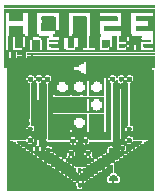
<source format=gbr>
G04 #@! TF.FileFunction,Legend,Bot*
%FSLAX46Y46*%
G04 Gerber Fmt 4.6, Leading zero omitted, Abs format (unit mm)*
G04 Created by KiCad (PCBNEW no-vcs-found-product) date mar 10 nov 2015 21:49:01 CST*
%MOMM*%
G01*
G04 APERTURE LIST*
%ADD10C,0.100000*%
%ADD11C,0.010000*%
%ADD12C,0.150000*%
G04 APERTURE END LIST*
D10*
D11*
G36*
X129018000Y-115584000D02*
X129138000Y-115584000D01*
X129138000Y-115464000D01*
X129018000Y-115464000D01*
X129018000Y-115584000D01*
X129018000Y-115584000D01*
G37*
X129018000Y-115584000D02*
X129138000Y-115584000D01*
X129138000Y-115464000D01*
X129018000Y-115464000D01*
X129018000Y-115584000D01*
G36*
X129138000Y-115584000D02*
X129258000Y-115584000D01*
X129258000Y-115464000D01*
X129138000Y-115464000D01*
X129138000Y-115584000D01*
X129138000Y-115584000D01*
G37*
X129138000Y-115584000D02*
X129258000Y-115584000D01*
X129258000Y-115464000D01*
X129138000Y-115464000D01*
X129138000Y-115584000D01*
G36*
X129258000Y-115584000D02*
X129378000Y-115584000D01*
X129378000Y-115464000D01*
X129258000Y-115464000D01*
X129258000Y-115584000D01*
X129258000Y-115584000D01*
G37*
X129258000Y-115584000D02*
X129378000Y-115584000D01*
X129378000Y-115464000D01*
X129258000Y-115464000D01*
X129258000Y-115584000D01*
G36*
X129378000Y-115584000D02*
X129498000Y-115584000D01*
X129498000Y-115464000D01*
X129378000Y-115464000D01*
X129378000Y-115584000D01*
X129378000Y-115584000D01*
G37*
X129378000Y-115584000D02*
X129498000Y-115584000D01*
X129498000Y-115464000D01*
X129378000Y-115464000D01*
X129378000Y-115584000D01*
G36*
X129498000Y-115584000D02*
X129618000Y-115584000D01*
X129618000Y-115464000D01*
X129498000Y-115464000D01*
X129498000Y-115584000D01*
X129498000Y-115584000D01*
G37*
X129498000Y-115584000D02*
X129618000Y-115584000D01*
X129618000Y-115464000D01*
X129498000Y-115464000D01*
X129498000Y-115584000D01*
G36*
X129618000Y-115584000D02*
X129738000Y-115584000D01*
X129738000Y-115464000D01*
X129618000Y-115464000D01*
X129618000Y-115584000D01*
X129618000Y-115584000D01*
G37*
X129618000Y-115584000D02*
X129738000Y-115584000D01*
X129738000Y-115464000D01*
X129618000Y-115464000D01*
X129618000Y-115584000D01*
G36*
X129738000Y-115584000D02*
X129858000Y-115584000D01*
X129858000Y-115464000D01*
X129738000Y-115464000D01*
X129738000Y-115584000D01*
X129738000Y-115584000D01*
G37*
X129738000Y-115584000D02*
X129858000Y-115584000D01*
X129858000Y-115464000D01*
X129738000Y-115464000D01*
X129738000Y-115584000D01*
G36*
X129858000Y-115584000D02*
X129978000Y-115584000D01*
X129978000Y-115464000D01*
X129858000Y-115464000D01*
X129858000Y-115584000D01*
X129858000Y-115584000D01*
G37*
X129858000Y-115584000D02*
X129978000Y-115584000D01*
X129978000Y-115464000D01*
X129858000Y-115464000D01*
X129858000Y-115584000D01*
G36*
X129978000Y-115584000D02*
X130098000Y-115584000D01*
X130098000Y-115464000D01*
X129978000Y-115464000D01*
X129978000Y-115584000D01*
X129978000Y-115584000D01*
G37*
X129978000Y-115584000D02*
X130098000Y-115584000D01*
X130098000Y-115464000D01*
X129978000Y-115464000D01*
X129978000Y-115584000D01*
G36*
X130098000Y-115584000D02*
X130218000Y-115584000D01*
X130218000Y-115464000D01*
X130098000Y-115464000D01*
X130098000Y-115584000D01*
X130098000Y-115584000D01*
G37*
X130098000Y-115584000D02*
X130218000Y-115584000D01*
X130218000Y-115464000D01*
X130098000Y-115464000D01*
X130098000Y-115584000D01*
G36*
X130218000Y-115584000D02*
X130338000Y-115584000D01*
X130338000Y-115464000D01*
X130218000Y-115464000D01*
X130218000Y-115584000D01*
X130218000Y-115584000D01*
G37*
X130218000Y-115584000D02*
X130338000Y-115584000D01*
X130338000Y-115464000D01*
X130218000Y-115464000D01*
X130218000Y-115584000D01*
G36*
X130338000Y-115584000D02*
X130458000Y-115584000D01*
X130458000Y-115464000D01*
X130338000Y-115464000D01*
X130338000Y-115584000D01*
X130338000Y-115584000D01*
G37*
X130338000Y-115584000D02*
X130458000Y-115584000D01*
X130458000Y-115464000D01*
X130338000Y-115464000D01*
X130338000Y-115584000D01*
G36*
X130458000Y-115584000D02*
X130578000Y-115584000D01*
X130578000Y-115464000D01*
X130458000Y-115464000D01*
X130458000Y-115584000D01*
X130458000Y-115584000D01*
G37*
X130458000Y-115584000D02*
X130578000Y-115584000D01*
X130578000Y-115464000D01*
X130458000Y-115464000D01*
X130458000Y-115584000D01*
G36*
X130578000Y-115584000D02*
X130698000Y-115584000D01*
X130698000Y-115464000D01*
X130578000Y-115464000D01*
X130578000Y-115584000D01*
X130578000Y-115584000D01*
G37*
X130578000Y-115584000D02*
X130698000Y-115584000D01*
X130698000Y-115464000D01*
X130578000Y-115464000D01*
X130578000Y-115584000D01*
G36*
X130698000Y-115584000D02*
X130818000Y-115584000D01*
X130818000Y-115464000D01*
X130698000Y-115464000D01*
X130698000Y-115584000D01*
X130698000Y-115584000D01*
G37*
X130698000Y-115584000D02*
X130818000Y-115584000D01*
X130818000Y-115464000D01*
X130698000Y-115464000D01*
X130698000Y-115584000D01*
G36*
X130818000Y-115584000D02*
X130938000Y-115584000D01*
X130938000Y-115464000D01*
X130818000Y-115464000D01*
X130818000Y-115584000D01*
X130818000Y-115584000D01*
G37*
X130818000Y-115584000D02*
X130938000Y-115584000D01*
X130938000Y-115464000D01*
X130818000Y-115464000D01*
X130818000Y-115584000D01*
G36*
X130938000Y-115584000D02*
X131058000Y-115584000D01*
X131058000Y-115464000D01*
X130938000Y-115464000D01*
X130938000Y-115584000D01*
X130938000Y-115584000D01*
G37*
X130938000Y-115584000D02*
X131058000Y-115584000D01*
X131058000Y-115464000D01*
X130938000Y-115464000D01*
X130938000Y-115584000D01*
G36*
X131058000Y-115584000D02*
X131178000Y-115584000D01*
X131178000Y-115464000D01*
X131058000Y-115464000D01*
X131058000Y-115584000D01*
X131058000Y-115584000D01*
G37*
X131058000Y-115584000D02*
X131178000Y-115584000D01*
X131178000Y-115464000D01*
X131058000Y-115464000D01*
X131058000Y-115584000D01*
G36*
X131178000Y-115584000D02*
X131298000Y-115584000D01*
X131298000Y-115464000D01*
X131178000Y-115464000D01*
X131178000Y-115584000D01*
X131178000Y-115584000D01*
G37*
X131178000Y-115584000D02*
X131298000Y-115584000D01*
X131298000Y-115464000D01*
X131178000Y-115464000D01*
X131178000Y-115584000D01*
G36*
X131298000Y-115584000D02*
X131418000Y-115584000D01*
X131418000Y-115464000D01*
X131298000Y-115464000D01*
X131298000Y-115584000D01*
X131298000Y-115584000D01*
G37*
X131298000Y-115584000D02*
X131418000Y-115584000D01*
X131418000Y-115464000D01*
X131298000Y-115464000D01*
X131298000Y-115584000D01*
G36*
X131418000Y-115584000D02*
X131538000Y-115584000D01*
X131538000Y-115464000D01*
X131418000Y-115464000D01*
X131418000Y-115584000D01*
X131418000Y-115584000D01*
G37*
X131418000Y-115584000D02*
X131538000Y-115584000D01*
X131538000Y-115464000D01*
X131418000Y-115464000D01*
X131418000Y-115584000D01*
G36*
X131538000Y-115584000D02*
X131658000Y-115584000D01*
X131658000Y-115464000D01*
X131538000Y-115464000D01*
X131538000Y-115584000D01*
X131538000Y-115584000D01*
G37*
X131538000Y-115584000D02*
X131658000Y-115584000D01*
X131658000Y-115464000D01*
X131538000Y-115464000D01*
X131538000Y-115584000D01*
G36*
X131658000Y-115584000D02*
X131778000Y-115584000D01*
X131778000Y-115464000D01*
X131658000Y-115464000D01*
X131658000Y-115584000D01*
X131658000Y-115584000D01*
G37*
X131658000Y-115584000D02*
X131778000Y-115584000D01*
X131778000Y-115464000D01*
X131658000Y-115464000D01*
X131658000Y-115584000D01*
G36*
X131778000Y-115584000D02*
X131898000Y-115584000D01*
X131898000Y-115464000D01*
X131778000Y-115464000D01*
X131778000Y-115584000D01*
X131778000Y-115584000D01*
G37*
X131778000Y-115584000D02*
X131898000Y-115584000D01*
X131898000Y-115464000D01*
X131778000Y-115464000D01*
X131778000Y-115584000D01*
G36*
X131898000Y-115584000D02*
X132018000Y-115584000D01*
X132018000Y-115464000D01*
X131898000Y-115464000D01*
X131898000Y-115584000D01*
X131898000Y-115584000D01*
G37*
X131898000Y-115584000D02*
X132018000Y-115584000D01*
X132018000Y-115464000D01*
X131898000Y-115464000D01*
X131898000Y-115584000D01*
G36*
X132018000Y-115584000D02*
X132138000Y-115584000D01*
X132138000Y-115464000D01*
X132018000Y-115464000D01*
X132018000Y-115584000D01*
X132018000Y-115584000D01*
G37*
X132018000Y-115584000D02*
X132138000Y-115584000D01*
X132138000Y-115464000D01*
X132018000Y-115464000D01*
X132018000Y-115584000D01*
G36*
X132138000Y-115584000D02*
X132258000Y-115584000D01*
X132258000Y-115464000D01*
X132138000Y-115464000D01*
X132138000Y-115584000D01*
X132138000Y-115584000D01*
G37*
X132138000Y-115584000D02*
X132258000Y-115584000D01*
X132258000Y-115464000D01*
X132138000Y-115464000D01*
X132138000Y-115584000D01*
G36*
X132258000Y-115584000D02*
X132378000Y-115584000D01*
X132378000Y-115464000D01*
X132258000Y-115464000D01*
X132258000Y-115584000D01*
X132258000Y-115584000D01*
G37*
X132258000Y-115584000D02*
X132378000Y-115584000D01*
X132378000Y-115464000D01*
X132258000Y-115464000D01*
X132258000Y-115584000D01*
G36*
X132378000Y-115584000D02*
X132498000Y-115584000D01*
X132498000Y-115464000D01*
X132378000Y-115464000D01*
X132378000Y-115584000D01*
X132378000Y-115584000D01*
G37*
X132378000Y-115584000D02*
X132498000Y-115584000D01*
X132498000Y-115464000D01*
X132378000Y-115464000D01*
X132378000Y-115584000D01*
G36*
X132498000Y-115584000D02*
X132618000Y-115584000D01*
X132618000Y-115464000D01*
X132498000Y-115464000D01*
X132498000Y-115584000D01*
X132498000Y-115584000D01*
G37*
X132498000Y-115584000D02*
X132618000Y-115584000D01*
X132618000Y-115464000D01*
X132498000Y-115464000D01*
X132498000Y-115584000D01*
G36*
X132618000Y-115584000D02*
X132738000Y-115584000D01*
X132738000Y-115464000D01*
X132618000Y-115464000D01*
X132618000Y-115584000D01*
X132618000Y-115584000D01*
G37*
X132618000Y-115584000D02*
X132738000Y-115584000D01*
X132738000Y-115464000D01*
X132618000Y-115464000D01*
X132618000Y-115584000D01*
G36*
X132738000Y-115584000D02*
X132858000Y-115584000D01*
X132858000Y-115464000D01*
X132738000Y-115464000D01*
X132738000Y-115584000D01*
X132738000Y-115584000D01*
G37*
X132738000Y-115584000D02*
X132858000Y-115584000D01*
X132858000Y-115464000D01*
X132738000Y-115464000D01*
X132738000Y-115584000D01*
G36*
X132858000Y-115584000D02*
X132978000Y-115584000D01*
X132978000Y-115464000D01*
X132858000Y-115464000D01*
X132858000Y-115584000D01*
X132858000Y-115584000D01*
G37*
X132858000Y-115584000D02*
X132978000Y-115584000D01*
X132978000Y-115464000D01*
X132858000Y-115464000D01*
X132858000Y-115584000D01*
G36*
X132978000Y-115584000D02*
X133098000Y-115584000D01*
X133098000Y-115464000D01*
X132978000Y-115464000D01*
X132978000Y-115584000D01*
X132978000Y-115584000D01*
G37*
X132978000Y-115584000D02*
X133098000Y-115584000D01*
X133098000Y-115464000D01*
X132978000Y-115464000D01*
X132978000Y-115584000D01*
G36*
X133098000Y-115584000D02*
X133218000Y-115584000D01*
X133218000Y-115464000D01*
X133098000Y-115464000D01*
X133098000Y-115584000D01*
X133098000Y-115584000D01*
G37*
X133098000Y-115584000D02*
X133218000Y-115584000D01*
X133218000Y-115464000D01*
X133098000Y-115464000D01*
X133098000Y-115584000D01*
G36*
X133218000Y-115584000D02*
X133338000Y-115584000D01*
X133338000Y-115464000D01*
X133218000Y-115464000D01*
X133218000Y-115584000D01*
X133218000Y-115584000D01*
G37*
X133218000Y-115584000D02*
X133338000Y-115584000D01*
X133338000Y-115464000D01*
X133218000Y-115464000D01*
X133218000Y-115584000D01*
G36*
X133338000Y-115584000D02*
X133458000Y-115584000D01*
X133458000Y-115464000D01*
X133338000Y-115464000D01*
X133338000Y-115584000D01*
X133338000Y-115584000D01*
G37*
X133338000Y-115584000D02*
X133458000Y-115584000D01*
X133458000Y-115464000D01*
X133338000Y-115464000D01*
X133338000Y-115584000D01*
G36*
X133458000Y-115584000D02*
X133578000Y-115584000D01*
X133578000Y-115464000D01*
X133458000Y-115464000D01*
X133458000Y-115584000D01*
X133458000Y-115584000D01*
G37*
X133458000Y-115584000D02*
X133578000Y-115584000D01*
X133578000Y-115464000D01*
X133458000Y-115464000D01*
X133458000Y-115584000D01*
G36*
X133578000Y-115584000D02*
X133698000Y-115584000D01*
X133698000Y-115464000D01*
X133578000Y-115464000D01*
X133578000Y-115584000D01*
X133578000Y-115584000D01*
G37*
X133578000Y-115584000D02*
X133698000Y-115584000D01*
X133698000Y-115464000D01*
X133578000Y-115464000D01*
X133578000Y-115584000D01*
G36*
X133698000Y-115584000D02*
X133818000Y-115584000D01*
X133818000Y-115464000D01*
X133698000Y-115464000D01*
X133698000Y-115584000D01*
X133698000Y-115584000D01*
G37*
X133698000Y-115584000D02*
X133818000Y-115584000D01*
X133818000Y-115464000D01*
X133698000Y-115464000D01*
X133698000Y-115584000D01*
G36*
X133818000Y-115584000D02*
X133938000Y-115584000D01*
X133938000Y-115464000D01*
X133818000Y-115464000D01*
X133818000Y-115584000D01*
X133818000Y-115584000D01*
G37*
X133818000Y-115584000D02*
X133938000Y-115584000D01*
X133938000Y-115464000D01*
X133818000Y-115464000D01*
X133818000Y-115584000D01*
G36*
X133938000Y-115584000D02*
X134058000Y-115584000D01*
X134058000Y-115464000D01*
X133938000Y-115464000D01*
X133938000Y-115584000D01*
X133938000Y-115584000D01*
G37*
X133938000Y-115584000D02*
X134058000Y-115584000D01*
X134058000Y-115464000D01*
X133938000Y-115464000D01*
X133938000Y-115584000D01*
G36*
X134058000Y-115584000D02*
X134178000Y-115584000D01*
X134178000Y-115464000D01*
X134058000Y-115464000D01*
X134058000Y-115584000D01*
X134058000Y-115584000D01*
G37*
X134058000Y-115584000D02*
X134178000Y-115584000D01*
X134178000Y-115464000D01*
X134058000Y-115464000D01*
X134058000Y-115584000D01*
G36*
X134178000Y-115584000D02*
X134298000Y-115584000D01*
X134298000Y-115464000D01*
X134178000Y-115464000D01*
X134178000Y-115584000D01*
X134178000Y-115584000D01*
G37*
X134178000Y-115584000D02*
X134298000Y-115584000D01*
X134298000Y-115464000D01*
X134178000Y-115464000D01*
X134178000Y-115584000D01*
G36*
X134298000Y-115584000D02*
X134418000Y-115584000D01*
X134418000Y-115464000D01*
X134298000Y-115464000D01*
X134298000Y-115584000D01*
X134298000Y-115584000D01*
G37*
X134298000Y-115584000D02*
X134418000Y-115584000D01*
X134418000Y-115464000D01*
X134298000Y-115464000D01*
X134298000Y-115584000D01*
G36*
X134418000Y-115584000D02*
X134538000Y-115584000D01*
X134538000Y-115464000D01*
X134418000Y-115464000D01*
X134418000Y-115584000D01*
X134418000Y-115584000D01*
G37*
X134418000Y-115584000D02*
X134538000Y-115584000D01*
X134538000Y-115464000D01*
X134418000Y-115464000D01*
X134418000Y-115584000D01*
G36*
X134538000Y-115584000D02*
X134658000Y-115584000D01*
X134658000Y-115464000D01*
X134538000Y-115464000D01*
X134538000Y-115584000D01*
X134538000Y-115584000D01*
G37*
X134538000Y-115584000D02*
X134658000Y-115584000D01*
X134658000Y-115464000D01*
X134538000Y-115464000D01*
X134538000Y-115584000D01*
G36*
X134658000Y-115584000D02*
X134778000Y-115584000D01*
X134778000Y-115464000D01*
X134658000Y-115464000D01*
X134658000Y-115584000D01*
X134658000Y-115584000D01*
G37*
X134658000Y-115584000D02*
X134778000Y-115584000D01*
X134778000Y-115464000D01*
X134658000Y-115464000D01*
X134658000Y-115584000D01*
G36*
X134778000Y-115584000D02*
X134898000Y-115584000D01*
X134898000Y-115464000D01*
X134778000Y-115464000D01*
X134778000Y-115584000D01*
X134778000Y-115584000D01*
G37*
X134778000Y-115584000D02*
X134898000Y-115584000D01*
X134898000Y-115464000D01*
X134778000Y-115464000D01*
X134778000Y-115584000D01*
G36*
X134898000Y-115584000D02*
X135018000Y-115584000D01*
X135018000Y-115464000D01*
X134898000Y-115464000D01*
X134898000Y-115584000D01*
X134898000Y-115584000D01*
G37*
X134898000Y-115584000D02*
X135018000Y-115584000D01*
X135018000Y-115464000D01*
X134898000Y-115464000D01*
X134898000Y-115584000D01*
G36*
X135018000Y-115584000D02*
X135138000Y-115584000D01*
X135138000Y-115464000D01*
X135018000Y-115464000D01*
X135018000Y-115584000D01*
X135018000Y-115584000D01*
G37*
X135018000Y-115584000D02*
X135138000Y-115584000D01*
X135138000Y-115464000D01*
X135018000Y-115464000D01*
X135018000Y-115584000D01*
G36*
X135138000Y-115584000D02*
X135258000Y-115584000D01*
X135258000Y-115464000D01*
X135138000Y-115464000D01*
X135138000Y-115584000D01*
X135138000Y-115584000D01*
G37*
X135138000Y-115584000D02*
X135258000Y-115584000D01*
X135258000Y-115464000D01*
X135138000Y-115464000D01*
X135138000Y-115584000D01*
G36*
X135258000Y-115584000D02*
X135378000Y-115584000D01*
X135378000Y-115464000D01*
X135258000Y-115464000D01*
X135258000Y-115584000D01*
X135258000Y-115584000D01*
G37*
X135258000Y-115584000D02*
X135378000Y-115584000D01*
X135378000Y-115464000D01*
X135258000Y-115464000D01*
X135258000Y-115584000D01*
G36*
X135378000Y-115584000D02*
X135498000Y-115584000D01*
X135498000Y-115464000D01*
X135378000Y-115464000D01*
X135378000Y-115584000D01*
X135378000Y-115584000D01*
G37*
X135378000Y-115584000D02*
X135498000Y-115584000D01*
X135498000Y-115464000D01*
X135378000Y-115464000D01*
X135378000Y-115584000D01*
G36*
X135498000Y-115584000D02*
X135618000Y-115584000D01*
X135618000Y-115464000D01*
X135498000Y-115464000D01*
X135498000Y-115584000D01*
X135498000Y-115584000D01*
G37*
X135498000Y-115584000D02*
X135618000Y-115584000D01*
X135618000Y-115464000D01*
X135498000Y-115464000D01*
X135498000Y-115584000D01*
G36*
X135618000Y-115584000D02*
X135738000Y-115584000D01*
X135738000Y-115464000D01*
X135618000Y-115464000D01*
X135618000Y-115584000D01*
X135618000Y-115584000D01*
G37*
X135618000Y-115584000D02*
X135738000Y-115584000D01*
X135738000Y-115464000D01*
X135618000Y-115464000D01*
X135618000Y-115584000D01*
G36*
X135738000Y-115584000D02*
X135858000Y-115584000D01*
X135858000Y-115464000D01*
X135738000Y-115464000D01*
X135738000Y-115584000D01*
X135738000Y-115584000D01*
G37*
X135738000Y-115584000D02*
X135858000Y-115584000D01*
X135858000Y-115464000D01*
X135738000Y-115464000D01*
X135738000Y-115584000D01*
G36*
X135858000Y-115584000D02*
X135978000Y-115584000D01*
X135978000Y-115464000D01*
X135858000Y-115464000D01*
X135858000Y-115584000D01*
X135858000Y-115584000D01*
G37*
X135858000Y-115584000D02*
X135978000Y-115584000D01*
X135978000Y-115464000D01*
X135858000Y-115464000D01*
X135858000Y-115584000D01*
G36*
X135978000Y-115584000D02*
X136098000Y-115584000D01*
X136098000Y-115464000D01*
X135978000Y-115464000D01*
X135978000Y-115584000D01*
X135978000Y-115584000D01*
G37*
X135978000Y-115584000D02*
X136098000Y-115584000D01*
X136098000Y-115464000D01*
X135978000Y-115464000D01*
X135978000Y-115584000D01*
G36*
X136098000Y-115584000D02*
X136218000Y-115584000D01*
X136218000Y-115464000D01*
X136098000Y-115464000D01*
X136098000Y-115584000D01*
X136098000Y-115584000D01*
G37*
X136098000Y-115584000D02*
X136218000Y-115584000D01*
X136218000Y-115464000D01*
X136098000Y-115464000D01*
X136098000Y-115584000D01*
G36*
X136218000Y-115584000D02*
X136338000Y-115584000D01*
X136338000Y-115464000D01*
X136218000Y-115464000D01*
X136218000Y-115584000D01*
X136218000Y-115584000D01*
G37*
X136218000Y-115584000D02*
X136338000Y-115584000D01*
X136338000Y-115464000D01*
X136218000Y-115464000D01*
X136218000Y-115584000D01*
G36*
X136338000Y-115584000D02*
X136458000Y-115584000D01*
X136458000Y-115464000D01*
X136338000Y-115464000D01*
X136338000Y-115584000D01*
X136338000Y-115584000D01*
G37*
X136338000Y-115584000D02*
X136458000Y-115584000D01*
X136458000Y-115464000D01*
X136338000Y-115464000D01*
X136338000Y-115584000D01*
G36*
X136458000Y-115584000D02*
X136578000Y-115584000D01*
X136578000Y-115464000D01*
X136458000Y-115464000D01*
X136458000Y-115584000D01*
X136458000Y-115584000D01*
G37*
X136458000Y-115584000D02*
X136578000Y-115584000D01*
X136578000Y-115464000D01*
X136458000Y-115464000D01*
X136458000Y-115584000D01*
G36*
X136578000Y-115584000D02*
X136698000Y-115584000D01*
X136698000Y-115464000D01*
X136578000Y-115464000D01*
X136578000Y-115584000D01*
X136578000Y-115584000D01*
G37*
X136578000Y-115584000D02*
X136698000Y-115584000D01*
X136698000Y-115464000D01*
X136578000Y-115464000D01*
X136578000Y-115584000D01*
G36*
X136698000Y-115584000D02*
X136818000Y-115584000D01*
X136818000Y-115464000D01*
X136698000Y-115464000D01*
X136698000Y-115584000D01*
X136698000Y-115584000D01*
G37*
X136698000Y-115584000D02*
X136818000Y-115584000D01*
X136818000Y-115464000D01*
X136698000Y-115464000D01*
X136698000Y-115584000D01*
G36*
X136818000Y-115584000D02*
X136938000Y-115584000D01*
X136938000Y-115464000D01*
X136818000Y-115464000D01*
X136818000Y-115584000D01*
X136818000Y-115584000D01*
G37*
X136818000Y-115584000D02*
X136938000Y-115584000D01*
X136938000Y-115464000D01*
X136818000Y-115464000D01*
X136818000Y-115584000D01*
G36*
X136938000Y-115584000D02*
X137058000Y-115584000D01*
X137058000Y-115464000D01*
X136938000Y-115464000D01*
X136938000Y-115584000D01*
X136938000Y-115584000D01*
G37*
X136938000Y-115584000D02*
X137058000Y-115584000D01*
X137058000Y-115464000D01*
X136938000Y-115464000D01*
X136938000Y-115584000D01*
G36*
X137058000Y-115584000D02*
X137178000Y-115584000D01*
X137178000Y-115464000D01*
X137058000Y-115464000D01*
X137058000Y-115584000D01*
X137058000Y-115584000D01*
G37*
X137058000Y-115584000D02*
X137178000Y-115584000D01*
X137178000Y-115464000D01*
X137058000Y-115464000D01*
X137058000Y-115584000D01*
G36*
X137178000Y-115584000D02*
X137298000Y-115584000D01*
X137298000Y-115464000D01*
X137178000Y-115464000D01*
X137178000Y-115584000D01*
X137178000Y-115584000D01*
G37*
X137178000Y-115584000D02*
X137298000Y-115584000D01*
X137298000Y-115464000D01*
X137178000Y-115464000D01*
X137178000Y-115584000D01*
G36*
X137298000Y-115584000D02*
X137418000Y-115584000D01*
X137418000Y-115464000D01*
X137298000Y-115464000D01*
X137298000Y-115584000D01*
X137298000Y-115584000D01*
G37*
X137298000Y-115584000D02*
X137418000Y-115584000D01*
X137418000Y-115464000D01*
X137298000Y-115464000D01*
X137298000Y-115584000D01*
G36*
X137418000Y-115584000D02*
X137538000Y-115584000D01*
X137538000Y-115464000D01*
X137418000Y-115464000D01*
X137418000Y-115584000D01*
X137418000Y-115584000D01*
G37*
X137418000Y-115584000D02*
X137538000Y-115584000D01*
X137538000Y-115464000D01*
X137418000Y-115464000D01*
X137418000Y-115584000D01*
G36*
X137538000Y-115584000D02*
X137658000Y-115584000D01*
X137658000Y-115464000D01*
X137538000Y-115464000D01*
X137538000Y-115584000D01*
X137538000Y-115584000D01*
G37*
X137538000Y-115584000D02*
X137658000Y-115584000D01*
X137658000Y-115464000D01*
X137538000Y-115464000D01*
X137538000Y-115584000D01*
G36*
X137658000Y-115584000D02*
X137778000Y-115584000D01*
X137778000Y-115464000D01*
X137658000Y-115464000D01*
X137658000Y-115584000D01*
X137658000Y-115584000D01*
G37*
X137658000Y-115584000D02*
X137778000Y-115584000D01*
X137778000Y-115464000D01*
X137658000Y-115464000D01*
X137658000Y-115584000D01*
G36*
X137778000Y-115584000D02*
X137898000Y-115584000D01*
X137898000Y-115464000D01*
X137778000Y-115464000D01*
X137778000Y-115584000D01*
X137778000Y-115584000D01*
G37*
X137778000Y-115584000D02*
X137898000Y-115584000D01*
X137898000Y-115464000D01*
X137778000Y-115464000D01*
X137778000Y-115584000D01*
G36*
X137898000Y-115584000D02*
X138018000Y-115584000D01*
X138018000Y-115464000D01*
X137898000Y-115464000D01*
X137898000Y-115584000D01*
X137898000Y-115584000D01*
G37*
X137898000Y-115584000D02*
X138018000Y-115584000D01*
X138018000Y-115464000D01*
X137898000Y-115464000D01*
X137898000Y-115584000D01*
G36*
X138018000Y-115584000D02*
X138138000Y-115584000D01*
X138138000Y-115464000D01*
X138018000Y-115464000D01*
X138018000Y-115584000D01*
X138018000Y-115584000D01*
G37*
X138018000Y-115584000D02*
X138138000Y-115584000D01*
X138138000Y-115464000D01*
X138018000Y-115464000D01*
X138018000Y-115584000D01*
G36*
X138138000Y-115584000D02*
X138258000Y-115584000D01*
X138258000Y-115464000D01*
X138138000Y-115464000D01*
X138138000Y-115584000D01*
X138138000Y-115584000D01*
G37*
X138138000Y-115584000D02*
X138258000Y-115584000D01*
X138258000Y-115464000D01*
X138138000Y-115464000D01*
X138138000Y-115584000D01*
G36*
X138258000Y-115584000D02*
X138378000Y-115584000D01*
X138378000Y-115464000D01*
X138258000Y-115464000D01*
X138258000Y-115584000D01*
X138258000Y-115584000D01*
G37*
X138258000Y-115584000D02*
X138378000Y-115584000D01*
X138378000Y-115464000D01*
X138258000Y-115464000D01*
X138258000Y-115584000D01*
G36*
X138378000Y-115584000D02*
X138498000Y-115584000D01*
X138498000Y-115464000D01*
X138378000Y-115464000D01*
X138378000Y-115584000D01*
X138378000Y-115584000D01*
G37*
X138378000Y-115584000D02*
X138498000Y-115584000D01*
X138498000Y-115464000D01*
X138378000Y-115464000D01*
X138378000Y-115584000D01*
G36*
X138498000Y-115584000D02*
X138618000Y-115584000D01*
X138618000Y-115464000D01*
X138498000Y-115464000D01*
X138498000Y-115584000D01*
X138498000Y-115584000D01*
G37*
X138498000Y-115584000D02*
X138618000Y-115584000D01*
X138618000Y-115464000D01*
X138498000Y-115464000D01*
X138498000Y-115584000D01*
G36*
X138618000Y-115584000D02*
X138738000Y-115584000D01*
X138738000Y-115464000D01*
X138618000Y-115464000D01*
X138618000Y-115584000D01*
X138618000Y-115584000D01*
G37*
X138618000Y-115584000D02*
X138738000Y-115584000D01*
X138738000Y-115464000D01*
X138618000Y-115464000D01*
X138618000Y-115584000D01*
G36*
X138738000Y-115584000D02*
X138858000Y-115584000D01*
X138858000Y-115464000D01*
X138738000Y-115464000D01*
X138738000Y-115584000D01*
X138738000Y-115584000D01*
G37*
X138738000Y-115584000D02*
X138858000Y-115584000D01*
X138858000Y-115464000D01*
X138738000Y-115464000D01*
X138738000Y-115584000D01*
G36*
X138858000Y-115584000D02*
X138978000Y-115584000D01*
X138978000Y-115464000D01*
X138858000Y-115464000D01*
X138858000Y-115584000D01*
X138858000Y-115584000D01*
G37*
X138858000Y-115584000D02*
X138978000Y-115584000D01*
X138978000Y-115464000D01*
X138858000Y-115464000D01*
X138858000Y-115584000D01*
G36*
X138978000Y-115584000D02*
X139098000Y-115584000D01*
X139098000Y-115464000D01*
X138978000Y-115464000D01*
X138978000Y-115584000D01*
X138978000Y-115584000D01*
G37*
X138978000Y-115584000D02*
X139098000Y-115584000D01*
X139098000Y-115464000D01*
X138978000Y-115464000D01*
X138978000Y-115584000D01*
G36*
X139098000Y-115584000D02*
X139218000Y-115584000D01*
X139218000Y-115464000D01*
X139098000Y-115464000D01*
X139098000Y-115584000D01*
X139098000Y-115584000D01*
G37*
X139098000Y-115584000D02*
X139218000Y-115584000D01*
X139218000Y-115464000D01*
X139098000Y-115464000D01*
X139098000Y-115584000D01*
G36*
X139218000Y-115584000D02*
X139338000Y-115584000D01*
X139338000Y-115464000D01*
X139218000Y-115464000D01*
X139218000Y-115584000D01*
X139218000Y-115584000D01*
G37*
X139218000Y-115584000D02*
X139338000Y-115584000D01*
X139338000Y-115464000D01*
X139218000Y-115464000D01*
X139218000Y-115584000D01*
G36*
X139338000Y-115584000D02*
X139458000Y-115584000D01*
X139458000Y-115464000D01*
X139338000Y-115464000D01*
X139338000Y-115584000D01*
X139338000Y-115584000D01*
G37*
X139338000Y-115584000D02*
X139458000Y-115584000D01*
X139458000Y-115464000D01*
X139338000Y-115464000D01*
X139338000Y-115584000D01*
G36*
X139458000Y-115584000D02*
X139578000Y-115584000D01*
X139578000Y-115464000D01*
X139458000Y-115464000D01*
X139458000Y-115584000D01*
X139458000Y-115584000D01*
G37*
X139458000Y-115584000D02*
X139578000Y-115584000D01*
X139578000Y-115464000D01*
X139458000Y-115464000D01*
X139458000Y-115584000D01*
G36*
X139578000Y-115584000D02*
X139698000Y-115584000D01*
X139698000Y-115464000D01*
X139578000Y-115464000D01*
X139578000Y-115584000D01*
X139578000Y-115584000D01*
G37*
X139578000Y-115584000D02*
X139698000Y-115584000D01*
X139698000Y-115464000D01*
X139578000Y-115464000D01*
X139578000Y-115584000D01*
G36*
X139698000Y-115584000D02*
X139818000Y-115584000D01*
X139818000Y-115464000D01*
X139698000Y-115464000D01*
X139698000Y-115584000D01*
X139698000Y-115584000D01*
G37*
X139698000Y-115584000D02*
X139818000Y-115584000D01*
X139818000Y-115464000D01*
X139698000Y-115464000D01*
X139698000Y-115584000D01*
G36*
X139818000Y-115584000D02*
X139938000Y-115584000D01*
X139938000Y-115464000D01*
X139818000Y-115464000D01*
X139818000Y-115584000D01*
X139818000Y-115584000D01*
G37*
X139818000Y-115584000D02*
X139938000Y-115584000D01*
X139938000Y-115464000D01*
X139818000Y-115464000D01*
X139818000Y-115584000D01*
G36*
X139938000Y-115584000D02*
X140058000Y-115584000D01*
X140058000Y-115464000D01*
X139938000Y-115464000D01*
X139938000Y-115584000D01*
X139938000Y-115584000D01*
G37*
X139938000Y-115584000D02*
X140058000Y-115584000D01*
X140058000Y-115464000D01*
X139938000Y-115464000D01*
X139938000Y-115584000D01*
G36*
X140058000Y-115584000D02*
X140178000Y-115584000D01*
X140178000Y-115464000D01*
X140058000Y-115464000D01*
X140058000Y-115584000D01*
X140058000Y-115584000D01*
G37*
X140058000Y-115584000D02*
X140178000Y-115584000D01*
X140178000Y-115464000D01*
X140058000Y-115464000D01*
X140058000Y-115584000D01*
G36*
X140178000Y-115584000D02*
X140298000Y-115584000D01*
X140298000Y-115464000D01*
X140178000Y-115464000D01*
X140178000Y-115584000D01*
X140178000Y-115584000D01*
G37*
X140178000Y-115584000D02*
X140298000Y-115584000D01*
X140298000Y-115464000D01*
X140178000Y-115464000D01*
X140178000Y-115584000D01*
G36*
X140298000Y-115584000D02*
X140418000Y-115584000D01*
X140418000Y-115464000D01*
X140298000Y-115464000D01*
X140298000Y-115584000D01*
X140298000Y-115584000D01*
G37*
X140298000Y-115584000D02*
X140418000Y-115584000D01*
X140418000Y-115464000D01*
X140298000Y-115464000D01*
X140298000Y-115584000D01*
G36*
X140418000Y-115584000D02*
X140538000Y-115584000D01*
X140538000Y-115464000D01*
X140418000Y-115464000D01*
X140418000Y-115584000D01*
X140418000Y-115584000D01*
G37*
X140418000Y-115584000D02*
X140538000Y-115584000D01*
X140538000Y-115464000D01*
X140418000Y-115464000D01*
X140418000Y-115584000D01*
G36*
X140538000Y-115584000D02*
X140658000Y-115584000D01*
X140658000Y-115464000D01*
X140538000Y-115464000D01*
X140538000Y-115584000D01*
X140538000Y-115584000D01*
G37*
X140538000Y-115584000D02*
X140658000Y-115584000D01*
X140658000Y-115464000D01*
X140538000Y-115464000D01*
X140538000Y-115584000D01*
G36*
X140658000Y-115584000D02*
X140778000Y-115584000D01*
X140778000Y-115464000D01*
X140658000Y-115464000D01*
X140658000Y-115584000D01*
X140658000Y-115584000D01*
G37*
X140658000Y-115584000D02*
X140778000Y-115584000D01*
X140778000Y-115464000D01*
X140658000Y-115464000D01*
X140658000Y-115584000D01*
G36*
X140778000Y-115584000D02*
X140898000Y-115584000D01*
X140898000Y-115464000D01*
X140778000Y-115464000D01*
X140778000Y-115584000D01*
X140778000Y-115584000D01*
G37*
X140778000Y-115584000D02*
X140898000Y-115584000D01*
X140898000Y-115464000D01*
X140778000Y-115464000D01*
X140778000Y-115584000D01*
G36*
X140898000Y-115584000D02*
X141018000Y-115584000D01*
X141018000Y-115464000D01*
X140898000Y-115464000D01*
X140898000Y-115584000D01*
X140898000Y-115584000D01*
G37*
X140898000Y-115584000D02*
X141018000Y-115584000D01*
X141018000Y-115464000D01*
X140898000Y-115464000D01*
X140898000Y-115584000D01*
G36*
X141018000Y-115584000D02*
X141138000Y-115584000D01*
X141138000Y-115464000D01*
X141018000Y-115464000D01*
X141018000Y-115584000D01*
X141018000Y-115584000D01*
G37*
X141018000Y-115584000D02*
X141138000Y-115584000D01*
X141138000Y-115464000D01*
X141018000Y-115464000D01*
X141018000Y-115584000D01*
G36*
X141138000Y-115584000D02*
X141258000Y-115584000D01*
X141258000Y-115464000D01*
X141138000Y-115464000D01*
X141138000Y-115584000D01*
X141138000Y-115584000D01*
G37*
X141138000Y-115584000D02*
X141258000Y-115584000D01*
X141258000Y-115464000D01*
X141138000Y-115464000D01*
X141138000Y-115584000D01*
G36*
X141258000Y-115584000D02*
X141378000Y-115584000D01*
X141378000Y-115464000D01*
X141258000Y-115464000D01*
X141258000Y-115584000D01*
X141258000Y-115584000D01*
G37*
X141258000Y-115584000D02*
X141378000Y-115584000D01*
X141378000Y-115464000D01*
X141258000Y-115464000D01*
X141258000Y-115584000D01*
G36*
X129018000Y-115464000D02*
X129138000Y-115464000D01*
X129138000Y-115344000D01*
X129018000Y-115344000D01*
X129018000Y-115464000D01*
X129018000Y-115464000D01*
G37*
X129018000Y-115464000D02*
X129138000Y-115464000D01*
X129138000Y-115344000D01*
X129018000Y-115344000D01*
X129018000Y-115464000D01*
G36*
X129138000Y-115464000D02*
X129258000Y-115464000D01*
X129258000Y-115344000D01*
X129138000Y-115344000D01*
X129138000Y-115464000D01*
X129138000Y-115464000D01*
G37*
X129138000Y-115464000D02*
X129258000Y-115464000D01*
X129258000Y-115344000D01*
X129138000Y-115344000D01*
X129138000Y-115464000D01*
G36*
X129258000Y-115464000D02*
X129378000Y-115464000D01*
X129378000Y-115344000D01*
X129258000Y-115344000D01*
X129258000Y-115464000D01*
X129258000Y-115464000D01*
G37*
X129258000Y-115464000D02*
X129378000Y-115464000D01*
X129378000Y-115344000D01*
X129258000Y-115344000D01*
X129258000Y-115464000D01*
G36*
X129378000Y-115464000D02*
X129498000Y-115464000D01*
X129498000Y-115344000D01*
X129378000Y-115344000D01*
X129378000Y-115464000D01*
X129378000Y-115464000D01*
G37*
X129378000Y-115464000D02*
X129498000Y-115464000D01*
X129498000Y-115344000D01*
X129378000Y-115344000D01*
X129378000Y-115464000D01*
G36*
X129498000Y-115464000D02*
X129618000Y-115464000D01*
X129618000Y-115344000D01*
X129498000Y-115344000D01*
X129498000Y-115464000D01*
X129498000Y-115464000D01*
G37*
X129498000Y-115464000D02*
X129618000Y-115464000D01*
X129618000Y-115344000D01*
X129498000Y-115344000D01*
X129498000Y-115464000D01*
G36*
X129618000Y-115464000D02*
X129738000Y-115464000D01*
X129738000Y-115344000D01*
X129618000Y-115344000D01*
X129618000Y-115464000D01*
X129618000Y-115464000D01*
G37*
X129618000Y-115464000D02*
X129738000Y-115464000D01*
X129738000Y-115344000D01*
X129618000Y-115344000D01*
X129618000Y-115464000D01*
G36*
X129738000Y-115464000D02*
X129858000Y-115464000D01*
X129858000Y-115344000D01*
X129738000Y-115344000D01*
X129738000Y-115464000D01*
X129738000Y-115464000D01*
G37*
X129738000Y-115464000D02*
X129858000Y-115464000D01*
X129858000Y-115344000D01*
X129738000Y-115344000D01*
X129738000Y-115464000D01*
G36*
X129858000Y-115464000D02*
X129978000Y-115464000D01*
X129978000Y-115344000D01*
X129858000Y-115344000D01*
X129858000Y-115464000D01*
X129858000Y-115464000D01*
G37*
X129858000Y-115464000D02*
X129978000Y-115464000D01*
X129978000Y-115344000D01*
X129858000Y-115344000D01*
X129858000Y-115464000D01*
G36*
X129978000Y-115464000D02*
X130098000Y-115464000D01*
X130098000Y-115344000D01*
X129978000Y-115344000D01*
X129978000Y-115464000D01*
X129978000Y-115464000D01*
G37*
X129978000Y-115464000D02*
X130098000Y-115464000D01*
X130098000Y-115344000D01*
X129978000Y-115344000D01*
X129978000Y-115464000D01*
G36*
X130098000Y-115464000D02*
X130218000Y-115464000D01*
X130218000Y-115344000D01*
X130098000Y-115344000D01*
X130098000Y-115464000D01*
X130098000Y-115464000D01*
G37*
X130098000Y-115464000D02*
X130218000Y-115464000D01*
X130218000Y-115344000D01*
X130098000Y-115344000D01*
X130098000Y-115464000D01*
G36*
X130218000Y-115464000D02*
X130338000Y-115464000D01*
X130338000Y-115344000D01*
X130218000Y-115344000D01*
X130218000Y-115464000D01*
X130218000Y-115464000D01*
G37*
X130218000Y-115464000D02*
X130338000Y-115464000D01*
X130338000Y-115344000D01*
X130218000Y-115344000D01*
X130218000Y-115464000D01*
G36*
X130338000Y-115464000D02*
X130458000Y-115464000D01*
X130458000Y-115344000D01*
X130338000Y-115344000D01*
X130338000Y-115464000D01*
X130338000Y-115464000D01*
G37*
X130338000Y-115464000D02*
X130458000Y-115464000D01*
X130458000Y-115344000D01*
X130338000Y-115344000D01*
X130338000Y-115464000D01*
G36*
X130458000Y-115464000D02*
X130578000Y-115464000D01*
X130578000Y-115344000D01*
X130458000Y-115344000D01*
X130458000Y-115464000D01*
X130458000Y-115464000D01*
G37*
X130458000Y-115464000D02*
X130578000Y-115464000D01*
X130578000Y-115344000D01*
X130458000Y-115344000D01*
X130458000Y-115464000D01*
G36*
X130578000Y-115464000D02*
X130698000Y-115464000D01*
X130698000Y-115344000D01*
X130578000Y-115344000D01*
X130578000Y-115464000D01*
X130578000Y-115464000D01*
G37*
X130578000Y-115464000D02*
X130698000Y-115464000D01*
X130698000Y-115344000D01*
X130578000Y-115344000D01*
X130578000Y-115464000D01*
G36*
X130698000Y-115464000D02*
X130818000Y-115464000D01*
X130818000Y-115344000D01*
X130698000Y-115344000D01*
X130698000Y-115464000D01*
X130698000Y-115464000D01*
G37*
X130698000Y-115464000D02*
X130818000Y-115464000D01*
X130818000Y-115344000D01*
X130698000Y-115344000D01*
X130698000Y-115464000D01*
G36*
X130818000Y-115464000D02*
X130938000Y-115464000D01*
X130938000Y-115344000D01*
X130818000Y-115344000D01*
X130818000Y-115464000D01*
X130818000Y-115464000D01*
G37*
X130818000Y-115464000D02*
X130938000Y-115464000D01*
X130938000Y-115344000D01*
X130818000Y-115344000D01*
X130818000Y-115464000D01*
G36*
X130938000Y-115464000D02*
X131058000Y-115464000D01*
X131058000Y-115344000D01*
X130938000Y-115344000D01*
X130938000Y-115464000D01*
X130938000Y-115464000D01*
G37*
X130938000Y-115464000D02*
X131058000Y-115464000D01*
X131058000Y-115344000D01*
X130938000Y-115344000D01*
X130938000Y-115464000D01*
G36*
X131058000Y-115464000D02*
X131178000Y-115464000D01*
X131178000Y-115344000D01*
X131058000Y-115344000D01*
X131058000Y-115464000D01*
X131058000Y-115464000D01*
G37*
X131058000Y-115464000D02*
X131178000Y-115464000D01*
X131178000Y-115344000D01*
X131058000Y-115344000D01*
X131058000Y-115464000D01*
G36*
X131178000Y-115464000D02*
X131298000Y-115464000D01*
X131298000Y-115344000D01*
X131178000Y-115344000D01*
X131178000Y-115464000D01*
X131178000Y-115464000D01*
G37*
X131178000Y-115464000D02*
X131298000Y-115464000D01*
X131298000Y-115344000D01*
X131178000Y-115344000D01*
X131178000Y-115464000D01*
G36*
X131298000Y-115464000D02*
X131418000Y-115464000D01*
X131418000Y-115344000D01*
X131298000Y-115344000D01*
X131298000Y-115464000D01*
X131298000Y-115464000D01*
G37*
X131298000Y-115464000D02*
X131418000Y-115464000D01*
X131418000Y-115344000D01*
X131298000Y-115344000D01*
X131298000Y-115464000D01*
G36*
X131418000Y-115464000D02*
X131538000Y-115464000D01*
X131538000Y-115344000D01*
X131418000Y-115344000D01*
X131418000Y-115464000D01*
X131418000Y-115464000D01*
G37*
X131418000Y-115464000D02*
X131538000Y-115464000D01*
X131538000Y-115344000D01*
X131418000Y-115344000D01*
X131418000Y-115464000D01*
G36*
X131538000Y-115464000D02*
X131658000Y-115464000D01*
X131658000Y-115344000D01*
X131538000Y-115344000D01*
X131538000Y-115464000D01*
X131538000Y-115464000D01*
G37*
X131538000Y-115464000D02*
X131658000Y-115464000D01*
X131658000Y-115344000D01*
X131538000Y-115344000D01*
X131538000Y-115464000D01*
G36*
X131658000Y-115464000D02*
X131778000Y-115464000D01*
X131778000Y-115344000D01*
X131658000Y-115344000D01*
X131658000Y-115464000D01*
X131658000Y-115464000D01*
G37*
X131658000Y-115464000D02*
X131778000Y-115464000D01*
X131778000Y-115344000D01*
X131658000Y-115344000D01*
X131658000Y-115464000D01*
G36*
X131778000Y-115464000D02*
X131898000Y-115464000D01*
X131898000Y-115344000D01*
X131778000Y-115344000D01*
X131778000Y-115464000D01*
X131778000Y-115464000D01*
G37*
X131778000Y-115464000D02*
X131898000Y-115464000D01*
X131898000Y-115344000D01*
X131778000Y-115344000D01*
X131778000Y-115464000D01*
G36*
X131898000Y-115464000D02*
X132018000Y-115464000D01*
X132018000Y-115344000D01*
X131898000Y-115344000D01*
X131898000Y-115464000D01*
X131898000Y-115464000D01*
G37*
X131898000Y-115464000D02*
X132018000Y-115464000D01*
X132018000Y-115344000D01*
X131898000Y-115344000D01*
X131898000Y-115464000D01*
G36*
X132018000Y-115464000D02*
X132138000Y-115464000D01*
X132138000Y-115344000D01*
X132018000Y-115344000D01*
X132018000Y-115464000D01*
X132018000Y-115464000D01*
G37*
X132018000Y-115464000D02*
X132138000Y-115464000D01*
X132138000Y-115344000D01*
X132018000Y-115344000D01*
X132018000Y-115464000D01*
G36*
X132138000Y-115464000D02*
X132258000Y-115464000D01*
X132258000Y-115344000D01*
X132138000Y-115344000D01*
X132138000Y-115464000D01*
X132138000Y-115464000D01*
G37*
X132138000Y-115464000D02*
X132258000Y-115464000D01*
X132258000Y-115344000D01*
X132138000Y-115344000D01*
X132138000Y-115464000D01*
G36*
X132258000Y-115464000D02*
X132378000Y-115464000D01*
X132378000Y-115344000D01*
X132258000Y-115344000D01*
X132258000Y-115464000D01*
X132258000Y-115464000D01*
G37*
X132258000Y-115464000D02*
X132378000Y-115464000D01*
X132378000Y-115344000D01*
X132258000Y-115344000D01*
X132258000Y-115464000D01*
G36*
X132378000Y-115464000D02*
X132498000Y-115464000D01*
X132498000Y-115344000D01*
X132378000Y-115344000D01*
X132378000Y-115464000D01*
X132378000Y-115464000D01*
G37*
X132378000Y-115464000D02*
X132498000Y-115464000D01*
X132498000Y-115344000D01*
X132378000Y-115344000D01*
X132378000Y-115464000D01*
G36*
X132498000Y-115464000D02*
X132618000Y-115464000D01*
X132618000Y-115344000D01*
X132498000Y-115344000D01*
X132498000Y-115464000D01*
X132498000Y-115464000D01*
G37*
X132498000Y-115464000D02*
X132618000Y-115464000D01*
X132618000Y-115344000D01*
X132498000Y-115344000D01*
X132498000Y-115464000D01*
G36*
X132618000Y-115464000D02*
X132738000Y-115464000D01*
X132738000Y-115344000D01*
X132618000Y-115344000D01*
X132618000Y-115464000D01*
X132618000Y-115464000D01*
G37*
X132618000Y-115464000D02*
X132738000Y-115464000D01*
X132738000Y-115344000D01*
X132618000Y-115344000D01*
X132618000Y-115464000D01*
G36*
X132738000Y-115464000D02*
X132858000Y-115464000D01*
X132858000Y-115344000D01*
X132738000Y-115344000D01*
X132738000Y-115464000D01*
X132738000Y-115464000D01*
G37*
X132738000Y-115464000D02*
X132858000Y-115464000D01*
X132858000Y-115344000D01*
X132738000Y-115344000D01*
X132738000Y-115464000D01*
G36*
X132858000Y-115464000D02*
X132978000Y-115464000D01*
X132978000Y-115344000D01*
X132858000Y-115344000D01*
X132858000Y-115464000D01*
X132858000Y-115464000D01*
G37*
X132858000Y-115464000D02*
X132978000Y-115464000D01*
X132978000Y-115344000D01*
X132858000Y-115344000D01*
X132858000Y-115464000D01*
G36*
X132978000Y-115464000D02*
X133098000Y-115464000D01*
X133098000Y-115344000D01*
X132978000Y-115344000D01*
X132978000Y-115464000D01*
X132978000Y-115464000D01*
G37*
X132978000Y-115464000D02*
X133098000Y-115464000D01*
X133098000Y-115344000D01*
X132978000Y-115344000D01*
X132978000Y-115464000D01*
G36*
X133098000Y-115464000D02*
X133218000Y-115464000D01*
X133218000Y-115344000D01*
X133098000Y-115344000D01*
X133098000Y-115464000D01*
X133098000Y-115464000D01*
G37*
X133098000Y-115464000D02*
X133218000Y-115464000D01*
X133218000Y-115344000D01*
X133098000Y-115344000D01*
X133098000Y-115464000D01*
G36*
X133218000Y-115464000D02*
X133338000Y-115464000D01*
X133338000Y-115344000D01*
X133218000Y-115344000D01*
X133218000Y-115464000D01*
X133218000Y-115464000D01*
G37*
X133218000Y-115464000D02*
X133338000Y-115464000D01*
X133338000Y-115344000D01*
X133218000Y-115344000D01*
X133218000Y-115464000D01*
G36*
X133338000Y-115464000D02*
X133458000Y-115464000D01*
X133458000Y-115344000D01*
X133338000Y-115344000D01*
X133338000Y-115464000D01*
X133338000Y-115464000D01*
G37*
X133338000Y-115464000D02*
X133458000Y-115464000D01*
X133458000Y-115344000D01*
X133338000Y-115344000D01*
X133338000Y-115464000D01*
G36*
X133458000Y-115464000D02*
X133578000Y-115464000D01*
X133578000Y-115344000D01*
X133458000Y-115344000D01*
X133458000Y-115464000D01*
X133458000Y-115464000D01*
G37*
X133458000Y-115464000D02*
X133578000Y-115464000D01*
X133578000Y-115344000D01*
X133458000Y-115344000D01*
X133458000Y-115464000D01*
G36*
X133578000Y-115464000D02*
X133698000Y-115464000D01*
X133698000Y-115344000D01*
X133578000Y-115344000D01*
X133578000Y-115464000D01*
X133578000Y-115464000D01*
G37*
X133578000Y-115464000D02*
X133698000Y-115464000D01*
X133698000Y-115344000D01*
X133578000Y-115344000D01*
X133578000Y-115464000D01*
G36*
X133698000Y-115464000D02*
X133818000Y-115464000D01*
X133818000Y-115344000D01*
X133698000Y-115344000D01*
X133698000Y-115464000D01*
X133698000Y-115464000D01*
G37*
X133698000Y-115464000D02*
X133818000Y-115464000D01*
X133818000Y-115344000D01*
X133698000Y-115344000D01*
X133698000Y-115464000D01*
G36*
X133818000Y-115464000D02*
X133938000Y-115464000D01*
X133938000Y-115344000D01*
X133818000Y-115344000D01*
X133818000Y-115464000D01*
X133818000Y-115464000D01*
G37*
X133818000Y-115464000D02*
X133938000Y-115464000D01*
X133938000Y-115344000D01*
X133818000Y-115344000D01*
X133818000Y-115464000D01*
G36*
X133938000Y-115464000D02*
X134058000Y-115464000D01*
X134058000Y-115344000D01*
X133938000Y-115344000D01*
X133938000Y-115464000D01*
X133938000Y-115464000D01*
G37*
X133938000Y-115464000D02*
X134058000Y-115464000D01*
X134058000Y-115344000D01*
X133938000Y-115344000D01*
X133938000Y-115464000D01*
G36*
X134058000Y-115464000D02*
X134178000Y-115464000D01*
X134178000Y-115344000D01*
X134058000Y-115344000D01*
X134058000Y-115464000D01*
X134058000Y-115464000D01*
G37*
X134058000Y-115464000D02*
X134178000Y-115464000D01*
X134178000Y-115344000D01*
X134058000Y-115344000D01*
X134058000Y-115464000D01*
G36*
X134178000Y-115464000D02*
X134298000Y-115464000D01*
X134298000Y-115344000D01*
X134178000Y-115344000D01*
X134178000Y-115464000D01*
X134178000Y-115464000D01*
G37*
X134178000Y-115464000D02*
X134298000Y-115464000D01*
X134298000Y-115344000D01*
X134178000Y-115344000D01*
X134178000Y-115464000D01*
G36*
X134298000Y-115464000D02*
X134418000Y-115464000D01*
X134418000Y-115344000D01*
X134298000Y-115344000D01*
X134298000Y-115464000D01*
X134298000Y-115464000D01*
G37*
X134298000Y-115464000D02*
X134418000Y-115464000D01*
X134418000Y-115344000D01*
X134298000Y-115344000D01*
X134298000Y-115464000D01*
G36*
X134418000Y-115464000D02*
X134538000Y-115464000D01*
X134538000Y-115344000D01*
X134418000Y-115344000D01*
X134418000Y-115464000D01*
X134418000Y-115464000D01*
G37*
X134418000Y-115464000D02*
X134538000Y-115464000D01*
X134538000Y-115344000D01*
X134418000Y-115344000D01*
X134418000Y-115464000D01*
G36*
X134538000Y-115464000D02*
X134658000Y-115464000D01*
X134658000Y-115344000D01*
X134538000Y-115344000D01*
X134538000Y-115464000D01*
X134538000Y-115464000D01*
G37*
X134538000Y-115464000D02*
X134658000Y-115464000D01*
X134658000Y-115344000D01*
X134538000Y-115344000D01*
X134538000Y-115464000D01*
G36*
X134658000Y-115464000D02*
X134778000Y-115464000D01*
X134778000Y-115344000D01*
X134658000Y-115344000D01*
X134658000Y-115464000D01*
X134658000Y-115464000D01*
G37*
X134658000Y-115464000D02*
X134778000Y-115464000D01*
X134778000Y-115344000D01*
X134658000Y-115344000D01*
X134658000Y-115464000D01*
G36*
X134778000Y-115464000D02*
X134898000Y-115464000D01*
X134898000Y-115344000D01*
X134778000Y-115344000D01*
X134778000Y-115464000D01*
X134778000Y-115464000D01*
G37*
X134778000Y-115464000D02*
X134898000Y-115464000D01*
X134898000Y-115344000D01*
X134778000Y-115344000D01*
X134778000Y-115464000D01*
G36*
X135378000Y-115464000D02*
X135498000Y-115464000D01*
X135498000Y-115344000D01*
X135378000Y-115344000D01*
X135378000Y-115464000D01*
X135378000Y-115464000D01*
G37*
X135378000Y-115464000D02*
X135498000Y-115464000D01*
X135498000Y-115344000D01*
X135378000Y-115344000D01*
X135378000Y-115464000D01*
G36*
X135498000Y-115464000D02*
X135618000Y-115464000D01*
X135618000Y-115344000D01*
X135498000Y-115344000D01*
X135498000Y-115464000D01*
X135498000Y-115464000D01*
G37*
X135498000Y-115464000D02*
X135618000Y-115464000D01*
X135618000Y-115344000D01*
X135498000Y-115344000D01*
X135498000Y-115464000D01*
G36*
X135618000Y-115464000D02*
X135738000Y-115464000D01*
X135738000Y-115344000D01*
X135618000Y-115344000D01*
X135618000Y-115464000D01*
X135618000Y-115464000D01*
G37*
X135618000Y-115464000D02*
X135738000Y-115464000D01*
X135738000Y-115344000D01*
X135618000Y-115344000D01*
X135618000Y-115464000D01*
G36*
X135738000Y-115464000D02*
X135858000Y-115464000D01*
X135858000Y-115344000D01*
X135738000Y-115344000D01*
X135738000Y-115464000D01*
X135738000Y-115464000D01*
G37*
X135738000Y-115464000D02*
X135858000Y-115464000D01*
X135858000Y-115344000D01*
X135738000Y-115344000D01*
X135738000Y-115464000D01*
G36*
X135858000Y-115464000D02*
X135978000Y-115464000D01*
X135978000Y-115344000D01*
X135858000Y-115344000D01*
X135858000Y-115464000D01*
X135858000Y-115464000D01*
G37*
X135858000Y-115464000D02*
X135978000Y-115464000D01*
X135978000Y-115344000D01*
X135858000Y-115344000D01*
X135858000Y-115464000D01*
G36*
X135978000Y-115464000D02*
X136098000Y-115464000D01*
X136098000Y-115344000D01*
X135978000Y-115344000D01*
X135978000Y-115464000D01*
X135978000Y-115464000D01*
G37*
X135978000Y-115464000D02*
X136098000Y-115464000D01*
X136098000Y-115344000D01*
X135978000Y-115344000D01*
X135978000Y-115464000D01*
G36*
X136098000Y-115464000D02*
X136218000Y-115464000D01*
X136218000Y-115344000D01*
X136098000Y-115344000D01*
X136098000Y-115464000D01*
X136098000Y-115464000D01*
G37*
X136098000Y-115464000D02*
X136218000Y-115464000D01*
X136218000Y-115344000D01*
X136098000Y-115344000D01*
X136098000Y-115464000D01*
G36*
X136218000Y-115464000D02*
X136338000Y-115464000D01*
X136338000Y-115344000D01*
X136218000Y-115344000D01*
X136218000Y-115464000D01*
X136218000Y-115464000D01*
G37*
X136218000Y-115464000D02*
X136338000Y-115464000D01*
X136338000Y-115344000D01*
X136218000Y-115344000D01*
X136218000Y-115464000D01*
G36*
X136338000Y-115464000D02*
X136458000Y-115464000D01*
X136458000Y-115344000D01*
X136338000Y-115344000D01*
X136338000Y-115464000D01*
X136338000Y-115464000D01*
G37*
X136338000Y-115464000D02*
X136458000Y-115464000D01*
X136458000Y-115344000D01*
X136338000Y-115344000D01*
X136338000Y-115464000D01*
G36*
X136458000Y-115464000D02*
X136578000Y-115464000D01*
X136578000Y-115344000D01*
X136458000Y-115344000D01*
X136458000Y-115464000D01*
X136458000Y-115464000D01*
G37*
X136458000Y-115464000D02*
X136578000Y-115464000D01*
X136578000Y-115344000D01*
X136458000Y-115344000D01*
X136458000Y-115464000D01*
G36*
X136578000Y-115464000D02*
X136698000Y-115464000D01*
X136698000Y-115344000D01*
X136578000Y-115344000D01*
X136578000Y-115464000D01*
X136578000Y-115464000D01*
G37*
X136578000Y-115464000D02*
X136698000Y-115464000D01*
X136698000Y-115344000D01*
X136578000Y-115344000D01*
X136578000Y-115464000D01*
G36*
X136698000Y-115464000D02*
X136818000Y-115464000D01*
X136818000Y-115344000D01*
X136698000Y-115344000D01*
X136698000Y-115464000D01*
X136698000Y-115464000D01*
G37*
X136698000Y-115464000D02*
X136818000Y-115464000D01*
X136818000Y-115344000D01*
X136698000Y-115344000D01*
X136698000Y-115464000D01*
G36*
X136818000Y-115464000D02*
X136938000Y-115464000D01*
X136938000Y-115344000D01*
X136818000Y-115344000D01*
X136818000Y-115464000D01*
X136818000Y-115464000D01*
G37*
X136818000Y-115464000D02*
X136938000Y-115464000D01*
X136938000Y-115344000D01*
X136818000Y-115344000D01*
X136818000Y-115464000D01*
G36*
X136938000Y-115464000D02*
X137058000Y-115464000D01*
X137058000Y-115344000D01*
X136938000Y-115344000D01*
X136938000Y-115464000D01*
X136938000Y-115464000D01*
G37*
X136938000Y-115464000D02*
X137058000Y-115464000D01*
X137058000Y-115344000D01*
X136938000Y-115344000D01*
X136938000Y-115464000D01*
G36*
X137058000Y-115464000D02*
X137178000Y-115464000D01*
X137178000Y-115344000D01*
X137058000Y-115344000D01*
X137058000Y-115464000D01*
X137058000Y-115464000D01*
G37*
X137058000Y-115464000D02*
X137178000Y-115464000D01*
X137178000Y-115344000D01*
X137058000Y-115344000D01*
X137058000Y-115464000D01*
G36*
X137178000Y-115464000D02*
X137298000Y-115464000D01*
X137298000Y-115344000D01*
X137178000Y-115344000D01*
X137178000Y-115464000D01*
X137178000Y-115464000D01*
G37*
X137178000Y-115464000D02*
X137298000Y-115464000D01*
X137298000Y-115344000D01*
X137178000Y-115344000D01*
X137178000Y-115464000D01*
G36*
X137298000Y-115464000D02*
X137418000Y-115464000D01*
X137418000Y-115344000D01*
X137298000Y-115344000D01*
X137298000Y-115464000D01*
X137298000Y-115464000D01*
G37*
X137298000Y-115464000D02*
X137418000Y-115464000D01*
X137418000Y-115344000D01*
X137298000Y-115344000D01*
X137298000Y-115464000D01*
G36*
X137418000Y-115464000D02*
X137538000Y-115464000D01*
X137538000Y-115344000D01*
X137418000Y-115344000D01*
X137418000Y-115464000D01*
X137418000Y-115464000D01*
G37*
X137418000Y-115464000D02*
X137538000Y-115464000D01*
X137538000Y-115344000D01*
X137418000Y-115344000D01*
X137418000Y-115464000D01*
G36*
X137538000Y-115464000D02*
X137658000Y-115464000D01*
X137658000Y-115344000D01*
X137538000Y-115344000D01*
X137538000Y-115464000D01*
X137538000Y-115464000D01*
G37*
X137538000Y-115464000D02*
X137658000Y-115464000D01*
X137658000Y-115344000D01*
X137538000Y-115344000D01*
X137538000Y-115464000D01*
G36*
X137658000Y-115464000D02*
X137778000Y-115464000D01*
X137778000Y-115344000D01*
X137658000Y-115344000D01*
X137658000Y-115464000D01*
X137658000Y-115464000D01*
G37*
X137658000Y-115464000D02*
X137778000Y-115464000D01*
X137778000Y-115344000D01*
X137658000Y-115344000D01*
X137658000Y-115464000D01*
G36*
X137778000Y-115464000D02*
X137898000Y-115464000D01*
X137898000Y-115344000D01*
X137778000Y-115344000D01*
X137778000Y-115464000D01*
X137778000Y-115464000D01*
G37*
X137778000Y-115464000D02*
X137898000Y-115464000D01*
X137898000Y-115344000D01*
X137778000Y-115344000D01*
X137778000Y-115464000D01*
G36*
X137898000Y-115464000D02*
X138018000Y-115464000D01*
X138018000Y-115344000D01*
X137898000Y-115344000D01*
X137898000Y-115464000D01*
X137898000Y-115464000D01*
G37*
X137898000Y-115464000D02*
X138018000Y-115464000D01*
X138018000Y-115344000D01*
X137898000Y-115344000D01*
X137898000Y-115464000D01*
G36*
X138018000Y-115464000D02*
X138138000Y-115464000D01*
X138138000Y-115344000D01*
X138018000Y-115344000D01*
X138018000Y-115464000D01*
X138018000Y-115464000D01*
G37*
X138018000Y-115464000D02*
X138138000Y-115464000D01*
X138138000Y-115344000D01*
X138018000Y-115344000D01*
X138018000Y-115464000D01*
G36*
X138138000Y-115464000D02*
X138258000Y-115464000D01*
X138258000Y-115344000D01*
X138138000Y-115344000D01*
X138138000Y-115464000D01*
X138138000Y-115464000D01*
G37*
X138138000Y-115464000D02*
X138258000Y-115464000D01*
X138258000Y-115344000D01*
X138138000Y-115344000D01*
X138138000Y-115464000D01*
G36*
X138258000Y-115464000D02*
X138378000Y-115464000D01*
X138378000Y-115344000D01*
X138258000Y-115344000D01*
X138258000Y-115464000D01*
X138258000Y-115464000D01*
G37*
X138258000Y-115464000D02*
X138378000Y-115464000D01*
X138378000Y-115344000D01*
X138258000Y-115344000D01*
X138258000Y-115464000D01*
G36*
X138378000Y-115464000D02*
X138498000Y-115464000D01*
X138498000Y-115344000D01*
X138378000Y-115344000D01*
X138378000Y-115464000D01*
X138378000Y-115464000D01*
G37*
X138378000Y-115464000D02*
X138498000Y-115464000D01*
X138498000Y-115344000D01*
X138378000Y-115344000D01*
X138378000Y-115464000D01*
G36*
X138498000Y-115464000D02*
X138618000Y-115464000D01*
X138618000Y-115344000D01*
X138498000Y-115344000D01*
X138498000Y-115464000D01*
X138498000Y-115464000D01*
G37*
X138498000Y-115464000D02*
X138618000Y-115464000D01*
X138618000Y-115344000D01*
X138498000Y-115344000D01*
X138498000Y-115464000D01*
G36*
X138618000Y-115464000D02*
X138738000Y-115464000D01*
X138738000Y-115344000D01*
X138618000Y-115344000D01*
X138618000Y-115464000D01*
X138618000Y-115464000D01*
G37*
X138618000Y-115464000D02*
X138738000Y-115464000D01*
X138738000Y-115344000D01*
X138618000Y-115344000D01*
X138618000Y-115464000D01*
G36*
X138738000Y-115464000D02*
X138858000Y-115464000D01*
X138858000Y-115344000D01*
X138738000Y-115344000D01*
X138738000Y-115464000D01*
X138738000Y-115464000D01*
G37*
X138738000Y-115464000D02*
X138858000Y-115464000D01*
X138858000Y-115344000D01*
X138738000Y-115344000D01*
X138738000Y-115464000D01*
G36*
X138858000Y-115464000D02*
X138978000Y-115464000D01*
X138978000Y-115344000D01*
X138858000Y-115344000D01*
X138858000Y-115464000D01*
X138858000Y-115464000D01*
G37*
X138858000Y-115464000D02*
X138978000Y-115464000D01*
X138978000Y-115344000D01*
X138858000Y-115344000D01*
X138858000Y-115464000D01*
G36*
X138978000Y-115464000D02*
X139098000Y-115464000D01*
X139098000Y-115344000D01*
X138978000Y-115344000D01*
X138978000Y-115464000D01*
X138978000Y-115464000D01*
G37*
X138978000Y-115464000D02*
X139098000Y-115464000D01*
X139098000Y-115344000D01*
X138978000Y-115344000D01*
X138978000Y-115464000D01*
G36*
X139098000Y-115464000D02*
X139218000Y-115464000D01*
X139218000Y-115344000D01*
X139098000Y-115344000D01*
X139098000Y-115464000D01*
X139098000Y-115464000D01*
G37*
X139098000Y-115464000D02*
X139218000Y-115464000D01*
X139218000Y-115344000D01*
X139098000Y-115344000D01*
X139098000Y-115464000D01*
G36*
X139218000Y-115464000D02*
X139338000Y-115464000D01*
X139338000Y-115344000D01*
X139218000Y-115344000D01*
X139218000Y-115464000D01*
X139218000Y-115464000D01*
G37*
X139218000Y-115464000D02*
X139338000Y-115464000D01*
X139338000Y-115344000D01*
X139218000Y-115344000D01*
X139218000Y-115464000D01*
G36*
X139338000Y-115464000D02*
X139458000Y-115464000D01*
X139458000Y-115344000D01*
X139338000Y-115344000D01*
X139338000Y-115464000D01*
X139338000Y-115464000D01*
G37*
X139338000Y-115464000D02*
X139458000Y-115464000D01*
X139458000Y-115344000D01*
X139338000Y-115344000D01*
X139338000Y-115464000D01*
G36*
X139458000Y-115464000D02*
X139578000Y-115464000D01*
X139578000Y-115344000D01*
X139458000Y-115344000D01*
X139458000Y-115464000D01*
X139458000Y-115464000D01*
G37*
X139458000Y-115464000D02*
X139578000Y-115464000D01*
X139578000Y-115344000D01*
X139458000Y-115344000D01*
X139458000Y-115464000D01*
G36*
X139578000Y-115464000D02*
X139698000Y-115464000D01*
X139698000Y-115344000D01*
X139578000Y-115344000D01*
X139578000Y-115464000D01*
X139578000Y-115464000D01*
G37*
X139578000Y-115464000D02*
X139698000Y-115464000D01*
X139698000Y-115344000D01*
X139578000Y-115344000D01*
X139578000Y-115464000D01*
G36*
X139698000Y-115464000D02*
X139818000Y-115464000D01*
X139818000Y-115344000D01*
X139698000Y-115344000D01*
X139698000Y-115464000D01*
X139698000Y-115464000D01*
G37*
X139698000Y-115464000D02*
X139818000Y-115464000D01*
X139818000Y-115344000D01*
X139698000Y-115344000D01*
X139698000Y-115464000D01*
G36*
X139818000Y-115464000D02*
X139938000Y-115464000D01*
X139938000Y-115344000D01*
X139818000Y-115344000D01*
X139818000Y-115464000D01*
X139818000Y-115464000D01*
G37*
X139818000Y-115464000D02*
X139938000Y-115464000D01*
X139938000Y-115344000D01*
X139818000Y-115344000D01*
X139818000Y-115464000D01*
G36*
X139938000Y-115464000D02*
X140058000Y-115464000D01*
X140058000Y-115344000D01*
X139938000Y-115344000D01*
X139938000Y-115464000D01*
X139938000Y-115464000D01*
G37*
X139938000Y-115464000D02*
X140058000Y-115464000D01*
X140058000Y-115344000D01*
X139938000Y-115344000D01*
X139938000Y-115464000D01*
G36*
X140058000Y-115464000D02*
X140178000Y-115464000D01*
X140178000Y-115344000D01*
X140058000Y-115344000D01*
X140058000Y-115464000D01*
X140058000Y-115464000D01*
G37*
X140058000Y-115464000D02*
X140178000Y-115464000D01*
X140178000Y-115344000D01*
X140058000Y-115344000D01*
X140058000Y-115464000D01*
G36*
X140178000Y-115464000D02*
X140298000Y-115464000D01*
X140298000Y-115344000D01*
X140178000Y-115344000D01*
X140178000Y-115464000D01*
X140178000Y-115464000D01*
G37*
X140178000Y-115464000D02*
X140298000Y-115464000D01*
X140298000Y-115344000D01*
X140178000Y-115344000D01*
X140178000Y-115464000D01*
G36*
X140298000Y-115464000D02*
X140418000Y-115464000D01*
X140418000Y-115344000D01*
X140298000Y-115344000D01*
X140298000Y-115464000D01*
X140298000Y-115464000D01*
G37*
X140298000Y-115464000D02*
X140418000Y-115464000D01*
X140418000Y-115344000D01*
X140298000Y-115344000D01*
X140298000Y-115464000D01*
G36*
X140418000Y-115464000D02*
X140538000Y-115464000D01*
X140538000Y-115344000D01*
X140418000Y-115344000D01*
X140418000Y-115464000D01*
X140418000Y-115464000D01*
G37*
X140418000Y-115464000D02*
X140538000Y-115464000D01*
X140538000Y-115344000D01*
X140418000Y-115344000D01*
X140418000Y-115464000D01*
G36*
X140538000Y-115464000D02*
X140658000Y-115464000D01*
X140658000Y-115344000D01*
X140538000Y-115344000D01*
X140538000Y-115464000D01*
X140538000Y-115464000D01*
G37*
X140538000Y-115464000D02*
X140658000Y-115464000D01*
X140658000Y-115344000D01*
X140538000Y-115344000D01*
X140538000Y-115464000D01*
G36*
X140658000Y-115464000D02*
X140778000Y-115464000D01*
X140778000Y-115344000D01*
X140658000Y-115344000D01*
X140658000Y-115464000D01*
X140658000Y-115464000D01*
G37*
X140658000Y-115464000D02*
X140778000Y-115464000D01*
X140778000Y-115344000D01*
X140658000Y-115344000D01*
X140658000Y-115464000D01*
G36*
X140778000Y-115464000D02*
X140898000Y-115464000D01*
X140898000Y-115344000D01*
X140778000Y-115344000D01*
X140778000Y-115464000D01*
X140778000Y-115464000D01*
G37*
X140778000Y-115464000D02*
X140898000Y-115464000D01*
X140898000Y-115344000D01*
X140778000Y-115344000D01*
X140778000Y-115464000D01*
G36*
X140898000Y-115464000D02*
X141018000Y-115464000D01*
X141018000Y-115344000D01*
X140898000Y-115344000D01*
X140898000Y-115464000D01*
X140898000Y-115464000D01*
G37*
X140898000Y-115464000D02*
X141018000Y-115464000D01*
X141018000Y-115344000D01*
X140898000Y-115344000D01*
X140898000Y-115464000D01*
G36*
X141018000Y-115464000D02*
X141138000Y-115464000D01*
X141138000Y-115344000D01*
X141018000Y-115344000D01*
X141018000Y-115464000D01*
X141018000Y-115464000D01*
G37*
X141018000Y-115464000D02*
X141138000Y-115464000D01*
X141138000Y-115344000D01*
X141018000Y-115344000D01*
X141018000Y-115464000D01*
G36*
X141138000Y-115464000D02*
X141258000Y-115464000D01*
X141258000Y-115344000D01*
X141138000Y-115344000D01*
X141138000Y-115464000D01*
X141138000Y-115464000D01*
G37*
X141138000Y-115464000D02*
X141258000Y-115464000D01*
X141258000Y-115344000D01*
X141138000Y-115344000D01*
X141138000Y-115464000D01*
G36*
X141258000Y-115464000D02*
X141378000Y-115464000D01*
X141378000Y-115344000D01*
X141258000Y-115344000D01*
X141258000Y-115464000D01*
X141258000Y-115464000D01*
G37*
X141258000Y-115464000D02*
X141378000Y-115464000D01*
X141378000Y-115344000D01*
X141258000Y-115344000D01*
X141258000Y-115464000D01*
G36*
X129018000Y-115344000D02*
X129138000Y-115344000D01*
X129138000Y-115224000D01*
X129018000Y-115224000D01*
X129018000Y-115344000D01*
X129018000Y-115344000D01*
G37*
X129018000Y-115344000D02*
X129138000Y-115344000D01*
X129138000Y-115224000D01*
X129018000Y-115224000D01*
X129018000Y-115344000D01*
G36*
X129138000Y-115344000D02*
X129258000Y-115344000D01*
X129258000Y-115224000D01*
X129138000Y-115224000D01*
X129138000Y-115344000D01*
X129138000Y-115344000D01*
G37*
X129138000Y-115344000D02*
X129258000Y-115344000D01*
X129258000Y-115224000D01*
X129138000Y-115224000D01*
X129138000Y-115344000D01*
G36*
X129258000Y-115344000D02*
X129378000Y-115344000D01*
X129378000Y-115224000D01*
X129258000Y-115224000D01*
X129258000Y-115344000D01*
X129258000Y-115344000D01*
G37*
X129258000Y-115344000D02*
X129378000Y-115344000D01*
X129378000Y-115224000D01*
X129258000Y-115224000D01*
X129258000Y-115344000D01*
G36*
X129378000Y-115344000D02*
X129498000Y-115344000D01*
X129498000Y-115224000D01*
X129378000Y-115224000D01*
X129378000Y-115344000D01*
X129378000Y-115344000D01*
G37*
X129378000Y-115344000D02*
X129498000Y-115344000D01*
X129498000Y-115224000D01*
X129378000Y-115224000D01*
X129378000Y-115344000D01*
G36*
X129498000Y-115344000D02*
X129618000Y-115344000D01*
X129618000Y-115224000D01*
X129498000Y-115224000D01*
X129498000Y-115344000D01*
X129498000Y-115344000D01*
G37*
X129498000Y-115344000D02*
X129618000Y-115344000D01*
X129618000Y-115224000D01*
X129498000Y-115224000D01*
X129498000Y-115344000D01*
G36*
X129618000Y-115344000D02*
X129738000Y-115344000D01*
X129738000Y-115224000D01*
X129618000Y-115224000D01*
X129618000Y-115344000D01*
X129618000Y-115344000D01*
G37*
X129618000Y-115344000D02*
X129738000Y-115344000D01*
X129738000Y-115224000D01*
X129618000Y-115224000D01*
X129618000Y-115344000D01*
G36*
X129738000Y-115344000D02*
X129858000Y-115344000D01*
X129858000Y-115224000D01*
X129738000Y-115224000D01*
X129738000Y-115344000D01*
X129738000Y-115344000D01*
G37*
X129738000Y-115344000D02*
X129858000Y-115344000D01*
X129858000Y-115224000D01*
X129738000Y-115224000D01*
X129738000Y-115344000D01*
G36*
X129858000Y-115344000D02*
X129978000Y-115344000D01*
X129978000Y-115224000D01*
X129858000Y-115224000D01*
X129858000Y-115344000D01*
X129858000Y-115344000D01*
G37*
X129858000Y-115344000D02*
X129978000Y-115344000D01*
X129978000Y-115224000D01*
X129858000Y-115224000D01*
X129858000Y-115344000D01*
G36*
X129978000Y-115344000D02*
X130098000Y-115344000D01*
X130098000Y-115224000D01*
X129978000Y-115224000D01*
X129978000Y-115344000D01*
X129978000Y-115344000D01*
G37*
X129978000Y-115344000D02*
X130098000Y-115344000D01*
X130098000Y-115224000D01*
X129978000Y-115224000D01*
X129978000Y-115344000D01*
G36*
X130098000Y-115344000D02*
X130218000Y-115344000D01*
X130218000Y-115224000D01*
X130098000Y-115224000D01*
X130098000Y-115344000D01*
X130098000Y-115344000D01*
G37*
X130098000Y-115344000D02*
X130218000Y-115344000D01*
X130218000Y-115224000D01*
X130098000Y-115224000D01*
X130098000Y-115344000D01*
G36*
X130218000Y-115344000D02*
X130338000Y-115344000D01*
X130338000Y-115224000D01*
X130218000Y-115224000D01*
X130218000Y-115344000D01*
X130218000Y-115344000D01*
G37*
X130218000Y-115344000D02*
X130338000Y-115344000D01*
X130338000Y-115224000D01*
X130218000Y-115224000D01*
X130218000Y-115344000D01*
G36*
X130338000Y-115344000D02*
X130458000Y-115344000D01*
X130458000Y-115224000D01*
X130338000Y-115224000D01*
X130338000Y-115344000D01*
X130338000Y-115344000D01*
G37*
X130338000Y-115344000D02*
X130458000Y-115344000D01*
X130458000Y-115224000D01*
X130338000Y-115224000D01*
X130338000Y-115344000D01*
G36*
X130458000Y-115344000D02*
X130578000Y-115344000D01*
X130578000Y-115224000D01*
X130458000Y-115224000D01*
X130458000Y-115344000D01*
X130458000Y-115344000D01*
G37*
X130458000Y-115344000D02*
X130578000Y-115344000D01*
X130578000Y-115224000D01*
X130458000Y-115224000D01*
X130458000Y-115344000D01*
G36*
X130578000Y-115344000D02*
X130698000Y-115344000D01*
X130698000Y-115224000D01*
X130578000Y-115224000D01*
X130578000Y-115344000D01*
X130578000Y-115344000D01*
G37*
X130578000Y-115344000D02*
X130698000Y-115344000D01*
X130698000Y-115224000D01*
X130578000Y-115224000D01*
X130578000Y-115344000D01*
G36*
X130698000Y-115344000D02*
X130818000Y-115344000D01*
X130818000Y-115224000D01*
X130698000Y-115224000D01*
X130698000Y-115344000D01*
X130698000Y-115344000D01*
G37*
X130698000Y-115344000D02*
X130818000Y-115344000D01*
X130818000Y-115224000D01*
X130698000Y-115224000D01*
X130698000Y-115344000D01*
G36*
X130818000Y-115344000D02*
X130938000Y-115344000D01*
X130938000Y-115224000D01*
X130818000Y-115224000D01*
X130818000Y-115344000D01*
X130818000Y-115344000D01*
G37*
X130818000Y-115344000D02*
X130938000Y-115344000D01*
X130938000Y-115224000D01*
X130818000Y-115224000D01*
X130818000Y-115344000D01*
G36*
X130938000Y-115344000D02*
X131058000Y-115344000D01*
X131058000Y-115224000D01*
X130938000Y-115224000D01*
X130938000Y-115344000D01*
X130938000Y-115344000D01*
G37*
X130938000Y-115344000D02*
X131058000Y-115344000D01*
X131058000Y-115224000D01*
X130938000Y-115224000D01*
X130938000Y-115344000D01*
G36*
X131058000Y-115344000D02*
X131178000Y-115344000D01*
X131178000Y-115224000D01*
X131058000Y-115224000D01*
X131058000Y-115344000D01*
X131058000Y-115344000D01*
G37*
X131058000Y-115344000D02*
X131178000Y-115344000D01*
X131178000Y-115224000D01*
X131058000Y-115224000D01*
X131058000Y-115344000D01*
G36*
X131178000Y-115344000D02*
X131298000Y-115344000D01*
X131298000Y-115224000D01*
X131178000Y-115224000D01*
X131178000Y-115344000D01*
X131178000Y-115344000D01*
G37*
X131178000Y-115344000D02*
X131298000Y-115344000D01*
X131298000Y-115224000D01*
X131178000Y-115224000D01*
X131178000Y-115344000D01*
G36*
X131298000Y-115344000D02*
X131418000Y-115344000D01*
X131418000Y-115224000D01*
X131298000Y-115224000D01*
X131298000Y-115344000D01*
X131298000Y-115344000D01*
G37*
X131298000Y-115344000D02*
X131418000Y-115344000D01*
X131418000Y-115224000D01*
X131298000Y-115224000D01*
X131298000Y-115344000D01*
G36*
X131418000Y-115344000D02*
X131538000Y-115344000D01*
X131538000Y-115224000D01*
X131418000Y-115224000D01*
X131418000Y-115344000D01*
X131418000Y-115344000D01*
G37*
X131418000Y-115344000D02*
X131538000Y-115344000D01*
X131538000Y-115224000D01*
X131418000Y-115224000D01*
X131418000Y-115344000D01*
G36*
X131538000Y-115344000D02*
X131658000Y-115344000D01*
X131658000Y-115224000D01*
X131538000Y-115224000D01*
X131538000Y-115344000D01*
X131538000Y-115344000D01*
G37*
X131538000Y-115344000D02*
X131658000Y-115344000D01*
X131658000Y-115224000D01*
X131538000Y-115224000D01*
X131538000Y-115344000D01*
G36*
X131658000Y-115344000D02*
X131778000Y-115344000D01*
X131778000Y-115224000D01*
X131658000Y-115224000D01*
X131658000Y-115344000D01*
X131658000Y-115344000D01*
G37*
X131658000Y-115344000D02*
X131778000Y-115344000D01*
X131778000Y-115224000D01*
X131658000Y-115224000D01*
X131658000Y-115344000D01*
G36*
X131778000Y-115344000D02*
X131898000Y-115344000D01*
X131898000Y-115224000D01*
X131778000Y-115224000D01*
X131778000Y-115344000D01*
X131778000Y-115344000D01*
G37*
X131778000Y-115344000D02*
X131898000Y-115344000D01*
X131898000Y-115224000D01*
X131778000Y-115224000D01*
X131778000Y-115344000D01*
G36*
X131898000Y-115344000D02*
X132018000Y-115344000D01*
X132018000Y-115224000D01*
X131898000Y-115224000D01*
X131898000Y-115344000D01*
X131898000Y-115344000D01*
G37*
X131898000Y-115344000D02*
X132018000Y-115344000D01*
X132018000Y-115224000D01*
X131898000Y-115224000D01*
X131898000Y-115344000D01*
G36*
X132018000Y-115344000D02*
X132138000Y-115344000D01*
X132138000Y-115224000D01*
X132018000Y-115224000D01*
X132018000Y-115344000D01*
X132018000Y-115344000D01*
G37*
X132018000Y-115344000D02*
X132138000Y-115344000D01*
X132138000Y-115224000D01*
X132018000Y-115224000D01*
X132018000Y-115344000D01*
G36*
X132138000Y-115344000D02*
X132258000Y-115344000D01*
X132258000Y-115224000D01*
X132138000Y-115224000D01*
X132138000Y-115344000D01*
X132138000Y-115344000D01*
G37*
X132138000Y-115344000D02*
X132258000Y-115344000D01*
X132258000Y-115224000D01*
X132138000Y-115224000D01*
X132138000Y-115344000D01*
G36*
X132258000Y-115344000D02*
X132378000Y-115344000D01*
X132378000Y-115224000D01*
X132258000Y-115224000D01*
X132258000Y-115344000D01*
X132258000Y-115344000D01*
G37*
X132258000Y-115344000D02*
X132378000Y-115344000D01*
X132378000Y-115224000D01*
X132258000Y-115224000D01*
X132258000Y-115344000D01*
G36*
X132378000Y-115344000D02*
X132498000Y-115344000D01*
X132498000Y-115224000D01*
X132378000Y-115224000D01*
X132378000Y-115344000D01*
X132378000Y-115344000D01*
G37*
X132378000Y-115344000D02*
X132498000Y-115344000D01*
X132498000Y-115224000D01*
X132378000Y-115224000D01*
X132378000Y-115344000D01*
G36*
X132498000Y-115344000D02*
X132618000Y-115344000D01*
X132618000Y-115224000D01*
X132498000Y-115224000D01*
X132498000Y-115344000D01*
X132498000Y-115344000D01*
G37*
X132498000Y-115344000D02*
X132618000Y-115344000D01*
X132618000Y-115224000D01*
X132498000Y-115224000D01*
X132498000Y-115344000D01*
G36*
X132618000Y-115344000D02*
X132738000Y-115344000D01*
X132738000Y-115224000D01*
X132618000Y-115224000D01*
X132618000Y-115344000D01*
X132618000Y-115344000D01*
G37*
X132618000Y-115344000D02*
X132738000Y-115344000D01*
X132738000Y-115224000D01*
X132618000Y-115224000D01*
X132618000Y-115344000D01*
G36*
X132738000Y-115344000D02*
X132858000Y-115344000D01*
X132858000Y-115224000D01*
X132738000Y-115224000D01*
X132738000Y-115344000D01*
X132738000Y-115344000D01*
G37*
X132738000Y-115344000D02*
X132858000Y-115344000D01*
X132858000Y-115224000D01*
X132738000Y-115224000D01*
X132738000Y-115344000D01*
G36*
X132858000Y-115344000D02*
X132978000Y-115344000D01*
X132978000Y-115224000D01*
X132858000Y-115224000D01*
X132858000Y-115344000D01*
X132858000Y-115344000D01*
G37*
X132858000Y-115344000D02*
X132978000Y-115344000D01*
X132978000Y-115224000D01*
X132858000Y-115224000D01*
X132858000Y-115344000D01*
G36*
X132978000Y-115344000D02*
X133098000Y-115344000D01*
X133098000Y-115224000D01*
X132978000Y-115224000D01*
X132978000Y-115344000D01*
X132978000Y-115344000D01*
G37*
X132978000Y-115344000D02*
X133098000Y-115344000D01*
X133098000Y-115224000D01*
X132978000Y-115224000D01*
X132978000Y-115344000D01*
G36*
X133098000Y-115344000D02*
X133218000Y-115344000D01*
X133218000Y-115224000D01*
X133098000Y-115224000D01*
X133098000Y-115344000D01*
X133098000Y-115344000D01*
G37*
X133098000Y-115344000D02*
X133218000Y-115344000D01*
X133218000Y-115224000D01*
X133098000Y-115224000D01*
X133098000Y-115344000D01*
G36*
X133218000Y-115344000D02*
X133338000Y-115344000D01*
X133338000Y-115224000D01*
X133218000Y-115224000D01*
X133218000Y-115344000D01*
X133218000Y-115344000D01*
G37*
X133218000Y-115344000D02*
X133338000Y-115344000D01*
X133338000Y-115224000D01*
X133218000Y-115224000D01*
X133218000Y-115344000D01*
G36*
X133338000Y-115344000D02*
X133458000Y-115344000D01*
X133458000Y-115224000D01*
X133338000Y-115224000D01*
X133338000Y-115344000D01*
X133338000Y-115344000D01*
G37*
X133338000Y-115344000D02*
X133458000Y-115344000D01*
X133458000Y-115224000D01*
X133338000Y-115224000D01*
X133338000Y-115344000D01*
G36*
X133458000Y-115344000D02*
X133578000Y-115344000D01*
X133578000Y-115224000D01*
X133458000Y-115224000D01*
X133458000Y-115344000D01*
X133458000Y-115344000D01*
G37*
X133458000Y-115344000D02*
X133578000Y-115344000D01*
X133578000Y-115224000D01*
X133458000Y-115224000D01*
X133458000Y-115344000D01*
G36*
X133578000Y-115344000D02*
X133698000Y-115344000D01*
X133698000Y-115224000D01*
X133578000Y-115224000D01*
X133578000Y-115344000D01*
X133578000Y-115344000D01*
G37*
X133578000Y-115344000D02*
X133698000Y-115344000D01*
X133698000Y-115224000D01*
X133578000Y-115224000D01*
X133578000Y-115344000D01*
G36*
X133698000Y-115344000D02*
X133818000Y-115344000D01*
X133818000Y-115224000D01*
X133698000Y-115224000D01*
X133698000Y-115344000D01*
X133698000Y-115344000D01*
G37*
X133698000Y-115344000D02*
X133818000Y-115344000D01*
X133818000Y-115224000D01*
X133698000Y-115224000D01*
X133698000Y-115344000D01*
G36*
X133818000Y-115344000D02*
X133938000Y-115344000D01*
X133938000Y-115224000D01*
X133818000Y-115224000D01*
X133818000Y-115344000D01*
X133818000Y-115344000D01*
G37*
X133818000Y-115344000D02*
X133938000Y-115344000D01*
X133938000Y-115224000D01*
X133818000Y-115224000D01*
X133818000Y-115344000D01*
G36*
X133938000Y-115344000D02*
X134058000Y-115344000D01*
X134058000Y-115224000D01*
X133938000Y-115224000D01*
X133938000Y-115344000D01*
X133938000Y-115344000D01*
G37*
X133938000Y-115344000D02*
X134058000Y-115344000D01*
X134058000Y-115224000D01*
X133938000Y-115224000D01*
X133938000Y-115344000D01*
G36*
X134058000Y-115344000D02*
X134178000Y-115344000D01*
X134178000Y-115224000D01*
X134058000Y-115224000D01*
X134058000Y-115344000D01*
X134058000Y-115344000D01*
G37*
X134058000Y-115344000D02*
X134178000Y-115344000D01*
X134178000Y-115224000D01*
X134058000Y-115224000D01*
X134058000Y-115344000D01*
G36*
X134178000Y-115344000D02*
X134298000Y-115344000D01*
X134298000Y-115224000D01*
X134178000Y-115224000D01*
X134178000Y-115344000D01*
X134178000Y-115344000D01*
G37*
X134178000Y-115344000D02*
X134298000Y-115344000D01*
X134298000Y-115224000D01*
X134178000Y-115224000D01*
X134178000Y-115344000D01*
G36*
X134298000Y-115344000D02*
X134418000Y-115344000D01*
X134418000Y-115224000D01*
X134298000Y-115224000D01*
X134298000Y-115344000D01*
X134298000Y-115344000D01*
G37*
X134298000Y-115344000D02*
X134418000Y-115344000D01*
X134418000Y-115224000D01*
X134298000Y-115224000D01*
X134298000Y-115344000D01*
G36*
X134418000Y-115344000D02*
X134538000Y-115344000D01*
X134538000Y-115224000D01*
X134418000Y-115224000D01*
X134418000Y-115344000D01*
X134418000Y-115344000D01*
G37*
X134418000Y-115344000D02*
X134538000Y-115344000D01*
X134538000Y-115224000D01*
X134418000Y-115224000D01*
X134418000Y-115344000D01*
G36*
X134538000Y-115344000D02*
X134658000Y-115344000D01*
X134658000Y-115224000D01*
X134538000Y-115224000D01*
X134538000Y-115344000D01*
X134538000Y-115344000D01*
G37*
X134538000Y-115344000D02*
X134658000Y-115344000D01*
X134658000Y-115224000D01*
X134538000Y-115224000D01*
X134538000Y-115344000D01*
G36*
X134658000Y-115344000D02*
X134778000Y-115344000D01*
X134778000Y-115224000D01*
X134658000Y-115224000D01*
X134658000Y-115344000D01*
X134658000Y-115344000D01*
G37*
X134658000Y-115344000D02*
X134778000Y-115344000D01*
X134778000Y-115224000D01*
X134658000Y-115224000D01*
X134658000Y-115344000D01*
G36*
X134778000Y-115344000D02*
X134898000Y-115344000D01*
X134898000Y-115224000D01*
X134778000Y-115224000D01*
X134778000Y-115344000D01*
X134778000Y-115344000D01*
G37*
X134778000Y-115344000D02*
X134898000Y-115344000D01*
X134898000Y-115224000D01*
X134778000Y-115224000D01*
X134778000Y-115344000D01*
G36*
X135138000Y-115344000D02*
X135258000Y-115344000D01*
X135258000Y-115224000D01*
X135138000Y-115224000D01*
X135138000Y-115344000D01*
X135138000Y-115344000D01*
G37*
X135138000Y-115344000D02*
X135258000Y-115344000D01*
X135258000Y-115224000D01*
X135138000Y-115224000D01*
X135138000Y-115344000D01*
G36*
X135498000Y-115344000D02*
X135618000Y-115344000D01*
X135618000Y-115224000D01*
X135498000Y-115224000D01*
X135498000Y-115344000D01*
X135498000Y-115344000D01*
G37*
X135498000Y-115344000D02*
X135618000Y-115344000D01*
X135618000Y-115224000D01*
X135498000Y-115224000D01*
X135498000Y-115344000D01*
G36*
X135618000Y-115344000D02*
X135738000Y-115344000D01*
X135738000Y-115224000D01*
X135618000Y-115224000D01*
X135618000Y-115344000D01*
X135618000Y-115344000D01*
G37*
X135618000Y-115344000D02*
X135738000Y-115344000D01*
X135738000Y-115224000D01*
X135618000Y-115224000D01*
X135618000Y-115344000D01*
G36*
X135738000Y-115344000D02*
X135858000Y-115344000D01*
X135858000Y-115224000D01*
X135738000Y-115224000D01*
X135738000Y-115344000D01*
X135738000Y-115344000D01*
G37*
X135738000Y-115344000D02*
X135858000Y-115344000D01*
X135858000Y-115224000D01*
X135738000Y-115224000D01*
X135738000Y-115344000D01*
G36*
X135858000Y-115344000D02*
X135978000Y-115344000D01*
X135978000Y-115224000D01*
X135858000Y-115224000D01*
X135858000Y-115344000D01*
X135858000Y-115344000D01*
G37*
X135858000Y-115344000D02*
X135978000Y-115344000D01*
X135978000Y-115224000D01*
X135858000Y-115224000D01*
X135858000Y-115344000D01*
G36*
X135978000Y-115344000D02*
X136098000Y-115344000D01*
X136098000Y-115224000D01*
X135978000Y-115224000D01*
X135978000Y-115344000D01*
X135978000Y-115344000D01*
G37*
X135978000Y-115344000D02*
X136098000Y-115344000D01*
X136098000Y-115224000D01*
X135978000Y-115224000D01*
X135978000Y-115344000D01*
G36*
X136098000Y-115344000D02*
X136218000Y-115344000D01*
X136218000Y-115224000D01*
X136098000Y-115224000D01*
X136098000Y-115344000D01*
X136098000Y-115344000D01*
G37*
X136098000Y-115344000D02*
X136218000Y-115344000D01*
X136218000Y-115224000D01*
X136098000Y-115224000D01*
X136098000Y-115344000D01*
G36*
X136218000Y-115344000D02*
X136338000Y-115344000D01*
X136338000Y-115224000D01*
X136218000Y-115224000D01*
X136218000Y-115344000D01*
X136218000Y-115344000D01*
G37*
X136218000Y-115344000D02*
X136338000Y-115344000D01*
X136338000Y-115224000D01*
X136218000Y-115224000D01*
X136218000Y-115344000D01*
G36*
X136338000Y-115344000D02*
X136458000Y-115344000D01*
X136458000Y-115224000D01*
X136338000Y-115224000D01*
X136338000Y-115344000D01*
X136338000Y-115344000D01*
G37*
X136338000Y-115344000D02*
X136458000Y-115344000D01*
X136458000Y-115224000D01*
X136338000Y-115224000D01*
X136338000Y-115344000D01*
G36*
X136458000Y-115344000D02*
X136578000Y-115344000D01*
X136578000Y-115224000D01*
X136458000Y-115224000D01*
X136458000Y-115344000D01*
X136458000Y-115344000D01*
G37*
X136458000Y-115344000D02*
X136578000Y-115344000D01*
X136578000Y-115224000D01*
X136458000Y-115224000D01*
X136458000Y-115344000D01*
G36*
X136578000Y-115344000D02*
X136698000Y-115344000D01*
X136698000Y-115224000D01*
X136578000Y-115224000D01*
X136578000Y-115344000D01*
X136578000Y-115344000D01*
G37*
X136578000Y-115344000D02*
X136698000Y-115344000D01*
X136698000Y-115224000D01*
X136578000Y-115224000D01*
X136578000Y-115344000D01*
G36*
X136698000Y-115344000D02*
X136818000Y-115344000D01*
X136818000Y-115224000D01*
X136698000Y-115224000D01*
X136698000Y-115344000D01*
X136698000Y-115344000D01*
G37*
X136698000Y-115344000D02*
X136818000Y-115344000D01*
X136818000Y-115224000D01*
X136698000Y-115224000D01*
X136698000Y-115344000D01*
G36*
X136818000Y-115344000D02*
X136938000Y-115344000D01*
X136938000Y-115224000D01*
X136818000Y-115224000D01*
X136818000Y-115344000D01*
X136818000Y-115344000D01*
G37*
X136818000Y-115344000D02*
X136938000Y-115344000D01*
X136938000Y-115224000D01*
X136818000Y-115224000D01*
X136818000Y-115344000D01*
G36*
X136938000Y-115344000D02*
X137058000Y-115344000D01*
X137058000Y-115224000D01*
X136938000Y-115224000D01*
X136938000Y-115344000D01*
X136938000Y-115344000D01*
G37*
X136938000Y-115344000D02*
X137058000Y-115344000D01*
X137058000Y-115224000D01*
X136938000Y-115224000D01*
X136938000Y-115344000D01*
G36*
X137058000Y-115344000D02*
X137178000Y-115344000D01*
X137178000Y-115224000D01*
X137058000Y-115224000D01*
X137058000Y-115344000D01*
X137058000Y-115344000D01*
G37*
X137058000Y-115344000D02*
X137178000Y-115344000D01*
X137178000Y-115224000D01*
X137058000Y-115224000D01*
X137058000Y-115344000D01*
G36*
X137178000Y-115344000D02*
X137298000Y-115344000D01*
X137298000Y-115224000D01*
X137178000Y-115224000D01*
X137178000Y-115344000D01*
X137178000Y-115344000D01*
G37*
X137178000Y-115344000D02*
X137298000Y-115344000D01*
X137298000Y-115224000D01*
X137178000Y-115224000D01*
X137178000Y-115344000D01*
G36*
X137298000Y-115344000D02*
X137418000Y-115344000D01*
X137418000Y-115224000D01*
X137298000Y-115224000D01*
X137298000Y-115344000D01*
X137298000Y-115344000D01*
G37*
X137298000Y-115344000D02*
X137418000Y-115344000D01*
X137418000Y-115224000D01*
X137298000Y-115224000D01*
X137298000Y-115344000D01*
G36*
X137418000Y-115344000D02*
X137538000Y-115344000D01*
X137538000Y-115224000D01*
X137418000Y-115224000D01*
X137418000Y-115344000D01*
X137418000Y-115344000D01*
G37*
X137418000Y-115344000D02*
X137538000Y-115344000D01*
X137538000Y-115224000D01*
X137418000Y-115224000D01*
X137418000Y-115344000D01*
G36*
X137538000Y-115344000D02*
X137658000Y-115344000D01*
X137658000Y-115224000D01*
X137538000Y-115224000D01*
X137538000Y-115344000D01*
X137538000Y-115344000D01*
G37*
X137538000Y-115344000D02*
X137658000Y-115344000D01*
X137658000Y-115224000D01*
X137538000Y-115224000D01*
X137538000Y-115344000D01*
G36*
X137658000Y-115344000D02*
X137778000Y-115344000D01*
X137778000Y-115224000D01*
X137658000Y-115224000D01*
X137658000Y-115344000D01*
X137658000Y-115344000D01*
G37*
X137658000Y-115344000D02*
X137778000Y-115344000D01*
X137778000Y-115224000D01*
X137658000Y-115224000D01*
X137658000Y-115344000D01*
G36*
X137778000Y-115344000D02*
X137898000Y-115344000D01*
X137898000Y-115224000D01*
X137778000Y-115224000D01*
X137778000Y-115344000D01*
X137778000Y-115344000D01*
G37*
X137778000Y-115344000D02*
X137898000Y-115344000D01*
X137898000Y-115224000D01*
X137778000Y-115224000D01*
X137778000Y-115344000D01*
G36*
X137898000Y-115344000D02*
X138018000Y-115344000D01*
X138018000Y-115224000D01*
X137898000Y-115224000D01*
X137898000Y-115344000D01*
X137898000Y-115344000D01*
G37*
X137898000Y-115344000D02*
X138018000Y-115344000D01*
X138018000Y-115224000D01*
X137898000Y-115224000D01*
X137898000Y-115344000D01*
G36*
X138018000Y-115344000D02*
X138138000Y-115344000D01*
X138138000Y-115224000D01*
X138018000Y-115224000D01*
X138018000Y-115344000D01*
X138018000Y-115344000D01*
G37*
X138018000Y-115344000D02*
X138138000Y-115344000D01*
X138138000Y-115224000D01*
X138018000Y-115224000D01*
X138018000Y-115344000D01*
G36*
X138138000Y-115344000D02*
X138258000Y-115344000D01*
X138258000Y-115224000D01*
X138138000Y-115224000D01*
X138138000Y-115344000D01*
X138138000Y-115344000D01*
G37*
X138138000Y-115344000D02*
X138258000Y-115344000D01*
X138258000Y-115224000D01*
X138138000Y-115224000D01*
X138138000Y-115344000D01*
G36*
X138258000Y-115344000D02*
X138378000Y-115344000D01*
X138378000Y-115224000D01*
X138258000Y-115224000D01*
X138258000Y-115344000D01*
X138258000Y-115344000D01*
G37*
X138258000Y-115344000D02*
X138378000Y-115344000D01*
X138378000Y-115224000D01*
X138258000Y-115224000D01*
X138258000Y-115344000D01*
G36*
X138378000Y-115344000D02*
X138498000Y-115344000D01*
X138498000Y-115224000D01*
X138378000Y-115224000D01*
X138378000Y-115344000D01*
X138378000Y-115344000D01*
G37*
X138378000Y-115344000D02*
X138498000Y-115344000D01*
X138498000Y-115224000D01*
X138378000Y-115224000D01*
X138378000Y-115344000D01*
G36*
X138498000Y-115344000D02*
X138618000Y-115344000D01*
X138618000Y-115224000D01*
X138498000Y-115224000D01*
X138498000Y-115344000D01*
X138498000Y-115344000D01*
G37*
X138498000Y-115344000D02*
X138618000Y-115344000D01*
X138618000Y-115224000D01*
X138498000Y-115224000D01*
X138498000Y-115344000D01*
G36*
X138618000Y-115344000D02*
X138738000Y-115344000D01*
X138738000Y-115224000D01*
X138618000Y-115224000D01*
X138618000Y-115344000D01*
X138618000Y-115344000D01*
G37*
X138618000Y-115344000D02*
X138738000Y-115344000D01*
X138738000Y-115224000D01*
X138618000Y-115224000D01*
X138618000Y-115344000D01*
G36*
X138738000Y-115344000D02*
X138858000Y-115344000D01*
X138858000Y-115224000D01*
X138738000Y-115224000D01*
X138738000Y-115344000D01*
X138738000Y-115344000D01*
G37*
X138738000Y-115344000D02*
X138858000Y-115344000D01*
X138858000Y-115224000D01*
X138738000Y-115224000D01*
X138738000Y-115344000D01*
G36*
X138858000Y-115344000D02*
X138978000Y-115344000D01*
X138978000Y-115224000D01*
X138858000Y-115224000D01*
X138858000Y-115344000D01*
X138858000Y-115344000D01*
G37*
X138858000Y-115344000D02*
X138978000Y-115344000D01*
X138978000Y-115224000D01*
X138858000Y-115224000D01*
X138858000Y-115344000D01*
G36*
X138978000Y-115344000D02*
X139098000Y-115344000D01*
X139098000Y-115224000D01*
X138978000Y-115224000D01*
X138978000Y-115344000D01*
X138978000Y-115344000D01*
G37*
X138978000Y-115344000D02*
X139098000Y-115344000D01*
X139098000Y-115224000D01*
X138978000Y-115224000D01*
X138978000Y-115344000D01*
G36*
X139098000Y-115344000D02*
X139218000Y-115344000D01*
X139218000Y-115224000D01*
X139098000Y-115224000D01*
X139098000Y-115344000D01*
X139098000Y-115344000D01*
G37*
X139098000Y-115344000D02*
X139218000Y-115344000D01*
X139218000Y-115224000D01*
X139098000Y-115224000D01*
X139098000Y-115344000D01*
G36*
X139218000Y-115344000D02*
X139338000Y-115344000D01*
X139338000Y-115224000D01*
X139218000Y-115224000D01*
X139218000Y-115344000D01*
X139218000Y-115344000D01*
G37*
X139218000Y-115344000D02*
X139338000Y-115344000D01*
X139338000Y-115224000D01*
X139218000Y-115224000D01*
X139218000Y-115344000D01*
G36*
X139338000Y-115344000D02*
X139458000Y-115344000D01*
X139458000Y-115224000D01*
X139338000Y-115224000D01*
X139338000Y-115344000D01*
X139338000Y-115344000D01*
G37*
X139338000Y-115344000D02*
X139458000Y-115344000D01*
X139458000Y-115224000D01*
X139338000Y-115224000D01*
X139338000Y-115344000D01*
G36*
X139458000Y-115344000D02*
X139578000Y-115344000D01*
X139578000Y-115224000D01*
X139458000Y-115224000D01*
X139458000Y-115344000D01*
X139458000Y-115344000D01*
G37*
X139458000Y-115344000D02*
X139578000Y-115344000D01*
X139578000Y-115224000D01*
X139458000Y-115224000D01*
X139458000Y-115344000D01*
G36*
X139578000Y-115344000D02*
X139698000Y-115344000D01*
X139698000Y-115224000D01*
X139578000Y-115224000D01*
X139578000Y-115344000D01*
X139578000Y-115344000D01*
G37*
X139578000Y-115344000D02*
X139698000Y-115344000D01*
X139698000Y-115224000D01*
X139578000Y-115224000D01*
X139578000Y-115344000D01*
G36*
X139698000Y-115344000D02*
X139818000Y-115344000D01*
X139818000Y-115224000D01*
X139698000Y-115224000D01*
X139698000Y-115344000D01*
X139698000Y-115344000D01*
G37*
X139698000Y-115344000D02*
X139818000Y-115344000D01*
X139818000Y-115224000D01*
X139698000Y-115224000D01*
X139698000Y-115344000D01*
G36*
X139818000Y-115344000D02*
X139938000Y-115344000D01*
X139938000Y-115224000D01*
X139818000Y-115224000D01*
X139818000Y-115344000D01*
X139818000Y-115344000D01*
G37*
X139818000Y-115344000D02*
X139938000Y-115344000D01*
X139938000Y-115224000D01*
X139818000Y-115224000D01*
X139818000Y-115344000D01*
G36*
X139938000Y-115344000D02*
X140058000Y-115344000D01*
X140058000Y-115224000D01*
X139938000Y-115224000D01*
X139938000Y-115344000D01*
X139938000Y-115344000D01*
G37*
X139938000Y-115344000D02*
X140058000Y-115344000D01*
X140058000Y-115224000D01*
X139938000Y-115224000D01*
X139938000Y-115344000D01*
G36*
X140058000Y-115344000D02*
X140178000Y-115344000D01*
X140178000Y-115224000D01*
X140058000Y-115224000D01*
X140058000Y-115344000D01*
X140058000Y-115344000D01*
G37*
X140058000Y-115344000D02*
X140178000Y-115344000D01*
X140178000Y-115224000D01*
X140058000Y-115224000D01*
X140058000Y-115344000D01*
G36*
X140178000Y-115344000D02*
X140298000Y-115344000D01*
X140298000Y-115224000D01*
X140178000Y-115224000D01*
X140178000Y-115344000D01*
X140178000Y-115344000D01*
G37*
X140178000Y-115344000D02*
X140298000Y-115344000D01*
X140298000Y-115224000D01*
X140178000Y-115224000D01*
X140178000Y-115344000D01*
G36*
X140298000Y-115344000D02*
X140418000Y-115344000D01*
X140418000Y-115224000D01*
X140298000Y-115224000D01*
X140298000Y-115344000D01*
X140298000Y-115344000D01*
G37*
X140298000Y-115344000D02*
X140418000Y-115344000D01*
X140418000Y-115224000D01*
X140298000Y-115224000D01*
X140298000Y-115344000D01*
G36*
X140418000Y-115344000D02*
X140538000Y-115344000D01*
X140538000Y-115224000D01*
X140418000Y-115224000D01*
X140418000Y-115344000D01*
X140418000Y-115344000D01*
G37*
X140418000Y-115344000D02*
X140538000Y-115344000D01*
X140538000Y-115224000D01*
X140418000Y-115224000D01*
X140418000Y-115344000D01*
G36*
X140538000Y-115344000D02*
X140658000Y-115344000D01*
X140658000Y-115224000D01*
X140538000Y-115224000D01*
X140538000Y-115344000D01*
X140538000Y-115344000D01*
G37*
X140538000Y-115344000D02*
X140658000Y-115344000D01*
X140658000Y-115224000D01*
X140538000Y-115224000D01*
X140538000Y-115344000D01*
G36*
X140658000Y-115344000D02*
X140778000Y-115344000D01*
X140778000Y-115224000D01*
X140658000Y-115224000D01*
X140658000Y-115344000D01*
X140658000Y-115344000D01*
G37*
X140658000Y-115344000D02*
X140778000Y-115344000D01*
X140778000Y-115224000D01*
X140658000Y-115224000D01*
X140658000Y-115344000D01*
G36*
X140778000Y-115344000D02*
X140898000Y-115344000D01*
X140898000Y-115224000D01*
X140778000Y-115224000D01*
X140778000Y-115344000D01*
X140778000Y-115344000D01*
G37*
X140778000Y-115344000D02*
X140898000Y-115344000D01*
X140898000Y-115224000D01*
X140778000Y-115224000D01*
X140778000Y-115344000D01*
G36*
X140898000Y-115344000D02*
X141018000Y-115344000D01*
X141018000Y-115224000D01*
X140898000Y-115224000D01*
X140898000Y-115344000D01*
X140898000Y-115344000D01*
G37*
X140898000Y-115344000D02*
X141018000Y-115344000D01*
X141018000Y-115224000D01*
X140898000Y-115224000D01*
X140898000Y-115344000D01*
G36*
X141018000Y-115344000D02*
X141138000Y-115344000D01*
X141138000Y-115224000D01*
X141018000Y-115224000D01*
X141018000Y-115344000D01*
X141018000Y-115344000D01*
G37*
X141018000Y-115344000D02*
X141138000Y-115344000D01*
X141138000Y-115224000D01*
X141018000Y-115224000D01*
X141018000Y-115344000D01*
G36*
X141138000Y-115344000D02*
X141258000Y-115344000D01*
X141258000Y-115224000D01*
X141138000Y-115224000D01*
X141138000Y-115344000D01*
X141138000Y-115344000D01*
G37*
X141138000Y-115344000D02*
X141258000Y-115344000D01*
X141258000Y-115224000D01*
X141138000Y-115224000D01*
X141138000Y-115344000D01*
G36*
X141258000Y-115344000D02*
X141378000Y-115344000D01*
X141378000Y-115224000D01*
X141258000Y-115224000D01*
X141258000Y-115344000D01*
X141258000Y-115344000D01*
G37*
X141258000Y-115344000D02*
X141378000Y-115344000D01*
X141378000Y-115224000D01*
X141258000Y-115224000D01*
X141258000Y-115344000D01*
G36*
X129018000Y-115224000D02*
X129138000Y-115224000D01*
X129138000Y-115104000D01*
X129018000Y-115104000D01*
X129018000Y-115224000D01*
X129018000Y-115224000D01*
G37*
X129018000Y-115224000D02*
X129138000Y-115224000D01*
X129138000Y-115104000D01*
X129018000Y-115104000D01*
X129018000Y-115224000D01*
G36*
X129138000Y-115224000D02*
X129258000Y-115224000D01*
X129258000Y-115104000D01*
X129138000Y-115104000D01*
X129138000Y-115224000D01*
X129138000Y-115224000D01*
G37*
X129138000Y-115224000D02*
X129258000Y-115224000D01*
X129258000Y-115104000D01*
X129138000Y-115104000D01*
X129138000Y-115224000D01*
G36*
X129258000Y-115224000D02*
X129378000Y-115224000D01*
X129378000Y-115104000D01*
X129258000Y-115104000D01*
X129258000Y-115224000D01*
X129258000Y-115224000D01*
G37*
X129258000Y-115224000D02*
X129378000Y-115224000D01*
X129378000Y-115104000D01*
X129258000Y-115104000D01*
X129258000Y-115224000D01*
G36*
X129378000Y-115224000D02*
X129498000Y-115224000D01*
X129498000Y-115104000D01*
X129378000Y-115104000D01*
X129378000Y-115224000D01*
X129378000Y-115224000D01*
G37*
X129378000Y-115224000D02*
X129498000Y-115224000D01*
X129498000Y-115104000D01*
X129378000Y-115104000D01*
X129378000Y-115224000D01*
G36*
X129498000Y-115224000D02*
X129618000Y-115224000D01*
X129618000Y-115104000D01*
X129498000Y-115104000D01*
X129498000Y-115224000D01*
X129498000Y-115224000D01*
G37*
X129498000Y-115224000D02*
X129618000Y-115224000D01*
X129618000Y-115104000D01*
X129498000Y-115104000D01*
X129498000Y-115224000D01*
G36*
X129618000Y-115224000D02*
X129738000Y-115224000D01*
X129738000Y-115104000D01*
X129618000Y-115104000D01*
X129618000Y-115224000D01*
X129618000Y-115224000D01*
G37*
X129618000Y-115224000D02*
X129738000Y-115224000D01*
X129738000Y-115104000D01*
X129618000Y-115104000D01*
X129618000Y-115224000D01*
G36*
X129738000Y-115224000D02*
X129858000Y-115224000D01*
X129858000Y-115104000D01*
X129738000Y-115104000D01*
X129738000Y-115224000D01*
X129738000Y-115224000D01*
G37*
X129738000Y-115224000D02*
X129858000Y-115224000D01*
X129858000Y-115104000D01*
X129738000Y-115104000D01*
X129738000Y-115224000D01*
G36*
X129858000Y-115224000D02*
X129978000Y-115224000D01*
X129978000Y-115104000D01*
X129858000Y-115104000D01*
X129858000Y-115224000D01*
X129858000Y-115224000D01*
G37*
X129858000Y-115224000D02*
X129978000Y-115224000D01*
X129978000Y-115104000D01*
X129858000Y-115104000D01*
X129858000Y-115224000D01*
G36*
X129978000Y-115224000D02*
X130098000Y-115224000D01*
X130098000Y-115104000D01*
X129978000Y-115104000D01*
X129978000Y-115224000D01*
X129978000Y-115224000D01*
G37*
X129978000Y-115224000D02*
X130098000Y-115224000D01*
X130098000Y-115104000D01*
X129978000Y-115104000D01*
X129978000Y-115224000D01*
G36*
X130098000Y-115224000D02*
X130218000Y-115224000D01*
X130218000Y-115104000D01*
X130098000Y-115104000D01*
X130098000Y-115224000D01*
X130098000Y-115224000D01*
G37*
X130098000Y-115224000D02*
X130218000Y-115224000D01*
X130218000Y-115104000D01*
X130098000Y-115104000D01*
X130098000Y-115224000D01*
G36*
X130218000Y-115224000D02*
X130338000Y-115224000D01*
X130338000Y-115104000D01*
X130218000Y-115104000D01*
X130218000Y-115224000D01*
X130218000Y-115224000D01*
G37*
X130218000Y-115224000D02*
X130338000Y-115224000D01*
X130338000Y-115104000D01*
X130218000Y-115104000D01*
X130218000Y-115224000D01*
G36*
X130338000Y-115224000D02*
X130458000Y-115224000D01*
X130458000Y-115104000D01*
X130338000Y-115104000D01*
X130338000Y-115224000D01*
X130338000Y-115224000D01*
G37*
X130338000Y-115224000D02*
X130458000Y-115224000D01*
X130458000Y-115104000D01*
X130338000Y-115104000D01*
X130338000Y-115224000D01*
G36*
X130458000Y-115224000D02*
X130578000Y-115224000D01*
X130578000Y-115104000D01*
X130458000Y-115104000D01*
X130458000Y-115224000D01*
X130458000Y-115224000D01*
G37*
X130458000Y-115224000D02*
X130578000Y-115224000D01*
X130578000Y-115104000D01*
X130458000Y-115104000D01*
X130458000Y-115224000D01*
G36*
X130578000Y-115224000D02*
X130698000Y-115224000D01*
X130698000Y-115104000D01*
X130578000Y-115104000D01*
X130578000Y-115224000D01*
X130578000Y-115224000D01*
G37*
X130578000Y-115224000D02*
X130698000Y-115224000D01*
X130698000Y-115104000D01*
X130578000Y-115104000D01*
X130578000Y-115224000D01*
G36*
X130698000Y-115224000D02*
X130818000Y-115224000D01*
X130818000Y-115104000D01*
X130698000Y-115104000D01*
X130698000Y-115224000D01*
X130698000Y-115224000D01*
G37*
X130698000Y-115224000D02*
X130818000Y-115224000D01*
X130818000Y-115104000D01*
X130698000Y-115104000D01*
X130698000Y-115224000D01*
G36*
X130818000Y-115224000D02*
X130938000Y-115224000D01*
X130938000Y-115104000D01*
X130818000Y-115104000D01*
X130818000Y-115224000D01*
X130818000Y-115224000D01*
G37*
X130818000Y-115224000D02*
X130938000Y-115224000D01*
X130938000Y-115104000D01*
X130818000Y-115104000D01*
X130818000Y-115224000D01*
G36*
X130938000Y-115224000D02*
X131058000Y-115224000D01*
X131058000Y-115104000D01*
X130938000Y-115104000D01*
X130938000Y-115224000D01*
X130938000Y-115224000D01*
G37*
X130938000Y-115224000D02*
X131058000Y-115224000D01*
X131058000Y-115104000D01*
X130938000Y-115104000D01*
X130938000Y-115224000D01*
G36*
X131058000Y-115224000D02*
X131178000Y-115224000D01*
X131178000Y-115104000D01*
X131058000Y-115104000D01*
X131058000Y-115224000D01*
X131058000Y-115224000D01*
G37*
X131058000Y-115224000D02*
X131178000Y-115224000D01*
X131178000Y-115104000D01*
X131058000Y-115104000D01*
X131058000Y-115224000D01*
G36*
X131178000Y-115224000D02*
X131298000Y-115224000D01*
X131298000Y-115104000D01*
X131178000Y-115104000D01*
X131178000Y-115224000D01*
X131178000Y-115224000D01*
G37*
X131178000Y-115224000D02*
X131298000Y-115224000D01*
X131298000Y-115104000D01*
X131178000Y-115104000D01*
X131178000Y-115224000D01*
G36*
X131298000Y-115224000D02*
X131418000Y-115224000D01*
X131418000Y-115104000D01*
X131298000Y-115104000D01*
X131298000Y-115224000D01*
X131298000Y-115224000D01*
G37*
X131298000Y-115224000D02*
X131418000Y-115224000D01*
X131418000Y-115104000D01*
X131298000Y-115104000D01*
X131298000Y-115224000D01*
G36*
X131418000Y-115224000D02*
X131538000Y-115224000D01*
X131538000Y-115104000D01*
X131418000Y-115104000D01*
X131418000Y-115224000D01*
X131418000Y-115224000D01*
G37*
X131418000Y-115224000D02*
X131538000Y-115224000D01*
X131538000Y-115104000D01*
X131418000Y-115104000D01*
X131418000Y-115224000D01*
G36*
X131538000Y-115224000D02*
X131658000Y-115224000D01*
X131658000Y-115104000D01*
X131538000Y-115104000D01*
X131538000Y-115224000D01*
X131538000Y-115224000D01*
G37*
X131538000Y-115224000D02*
X131658000Y-115224000D01*
X131658000Y-115104000D01*
X131538000Y-115104000D01*
X131538000Y-115224000D01*
G36*
X131658000Y-115224000D02*
X131778000Y-115224000D01*
X131778000Y-115104000D01*
X131658000Y-115104000D01*
X131658000Y-115224000D01*
X131658000Y-115224000D01*
G37*
X131658000Y-115224000D02*
X131778000Y-115224000D01*
X131778000Y-115104000D01*
X131658000Y-115104000D01*
X131658000Y-115224000D01*
G36*
X131778000Y-115224000D02*
X131898000Y-115224000D01*
X131898000Y-115104000D01*
X131778000Y-115104000D01*
X131778000Y-115224000D01*
X131778000Y-115224000D01*
G37*
X131778000Y-115224000D02*
X131898000Y-115224000D01*
X131898000Y-115104000D01*
X131778000Y-115104000D01*
X131778000Y-115224000D01*
G36*
X131898000Y-115224000D02*
X132018000Y-115224000D01*
X132018000Y-115104000D01*
X131898000Y-115104000D01*
X131898000Y-115224000D01*
X131898000Y-115224000D01*
G37*
X131898000Y-115224000D02*
X132018000Y-115224000D01*
X132018000Y-115104000D01*
X131898000Y-115104000D01*
X131898000Y-115224000D01*
G36*
X132018000Y-115224000D02*
X132138000Y-115224000D01*
X132138000Y-115104000D01*
X132018000Y-115104000D01*
X132018000Y-115224000D01*
X132018000Y-115224000D01*
G37*
X132018000Y-115224000D02*
X132138000Y-115224000D01*
X132138000Y-115104000D01*
X132018000Y-115104000D01*
X132018000Y-115224000D01*
G36*
X132138000Y-115224000D02*
X132258000Y-115224000D01*
X132258000Y-115104000D01*
X132138000Y-115104000D01*
X132138000Y-115224000D01*
X132138000Y-115224000D01*
G37*
X132138000Y-115224000D02*
X132258000Y-115224000D01*
X132258000Y-115104000D01*
X132138000Y-115104000D01*
X132138000Y-115224000D01*
G36*
X132258000Y-115224000D02*
X132378000Y-115224000D01*
X132378000Y-115104000D01*
X132258000Y-115104000D01*
X132258000Y-115224000D01*
X132258000Y-115224000D01*
G37*
X132258000Y-115224000D02*
X132378000Y-115224000D01*
X132378000Y-115104000D01*
X132258000Y-115104000D01*
X132258000Y-115224000D01*
G36*
X132378000Y-115224000D02*
X132498000Y-115224000D01*
X132498000Y-115104000D01*
X132378000Y-115104000D01*
X132378000Y-115224000D01*
X132378000Y-115224000D01*
G37*
X132378000Y-115224000D02*
X132498000Y-115224000D01*
X132498000Y-115104000D01*
X132378000Y-115104000D01*
X132378000Y-115224000D01*
G36*
X132498000Y-115224000D02*
X132618000Y-115224000D01*
X132618000Y-115104000D01*
X132498000Y-115104000D01*
X132498000Y-115224000D01*
X132498000Y-115224000D01*
G37*
X132498000Y-115224000D02*
X132618000Y-115224000D01*
X132618000Y-115104000D01*
X132498000Y-115104000D01*
X132498000Y-115224000D01*
G36*
X132618000Y-115224000D02*
X132738000Y-115224000D01*
X132738000Y-115104000D01*
X132618000Y-115104000D01*
X132618000Y-115224000D01*
X132618000Y-115224000D01*
G37*
X132618000Y-115224000D02*
X132738000Y-115224000D01*
X132738000Y-115104000D01*
X132618000Y-115104000D01*
X132618000Y-115224000D01*
G36*
X132738000Y-115224000D02*
X132858000Y-115224000D01*
X132858000Y-115104000D01*
X132738000Y-115104000D01*
X132738000Y-115224000D01*
X132738000Y-115224000D01*
G37*
X132738000Y-115224000D02*
X132858000Y-115224000D01*
X132858000Y-115104000D01*
X132738000Y-115104000D01*
X132738000Y-115224000D01*
G36*
X132858000Y-115224000D02*
X132978000Y-115224000D01*
X132978000Y-115104000D01*
X132858000Y-115104000D01*
X132858000Y-115224000D01*
X132858000Y-115224000D01*
G37*
X132858000Y-115224000D02*
X132978000Y-115224000D01*
X132978000Y-115104000D01*
X132858000Y-115104000D01*
X132858000Y-115224000D01*
G36*
X132978000Y-115224000D02*
X133098000Y-115224000D01*
X133098000Y-115104000D01*
X132978000Y-115104000D01*
X132978000Y-115224000D01*
X132978000Y-115224000D01*
G37*
X132978000Y-115224000D02*
X133098000Y-115224000D01*
X133098000Y-115104000D01*
X132978000Y-115104000D01*
X132978000Y-115224000D01*
G36*
X133098000Y-115224000D02*
X133218000Y-115224000D01*
X133218000Y-115104000D01*
X133098000Y-115104000D01*
X133098000Y-115224000D01*
X133098000Y-115224000D01*
G37*
X133098000Y-115224000D02*
X133218000Y-115224000D01*
X133218000Y-115104000D01*
X133098000Y-115104000D01*
X133098000Y-115224000D01*
G36*
X133218000Y-115224000D02*
X133338000Y-115224000D01*
X133338000Y-115104000D01*
X133218000Y-115104000D01*
X133218000Y-115224000D01*
X133218000Y-115224000D01*
G37*
X133218000Y-115224000D02*
X133338000Y-115224000D01*
X133338000Y-115104000D01*
X133218000Y-115104000D01*
X133218000Y-115224000D01*
G36*
X133338000Y-115224000D02*
X133458000Y-115224000D01*
X133458000Y-115104000D01*
X133338000Y-115104000D01*
X133338000Y-115224000D01*
X133338000Y-115224000D01*
G37*
X133338000Y-115224000D02*
X133458000Y-115224000D01*
X133458000Y-115104000D01*
X133338000Y-115104000D01*
X133338000Y-115224000D01*
G36*
X133458000Y-115224000D02*
X133578000Y-115224000D01*
X133578000Y-115104000D01*
X133458000Y-115104000D01*
X133458000Y-115224000D01*
X133458000Y-115224000D01*
G37*
X133458000Y-115224000D02*
X133578000Y-115224000D01*
X133578000Y-115104000D01*
X133458000Y-115104000D01*
X133458000Y-115224000D01*
G36*
X133578000Y-115224000D02*
X133698000Y-115224000D01*
X133698000Y-115104000D01*
X133578000Y-115104000D01*
X133578000Y-115224000D01*
X133578000Y-115224000D01*
G37*
X133578000Y-115224000D02*
X133698000Y-115224000D01*
X133698000Y-115104000D01*
X133578000Y-115104000D01*
X133578000Y-115224000D01*
G36*
X133698000Y-115224000D02*
X133818000Y-115224000D01*
X133818000Y-115104000D01*
X133698000Y-115104000D01*
X133698000Y-115224000D01*
X133698000Y-115224000D01*
G37*
X133698000Y-115224000D02*
X133818000Y-115224000D01*
X133818000Y-115104000D01*
X133698000Y-115104000D01*
X133698000Y-115224000D01*
G36*
X133818000Y-115224000D02*
X133938000Y-115224000D01*
X133938000Y-115104000D01*
X133818000Y-115104000D01*
X133818000Y-115224000D01*
X133818000Y-115224000D01*
G37*
X133818000Y-115224000D02*
X133938000Y-115224000D01*
X133938000Y-115104000D01*
X133818000Y-115104000D01*
X133818000Y-115224000D01*
G36*
X133938000Y-115224000D02*
X134058000Y-115224000D01*
X134058000Y-115104000D01*
X133938000Y-115104000D01*
X133938000Y-115224000D01*
X133938000Y-115224000D01*
G37*
X133938000Y-115224000D02*
X134058000Y-115224000D01*
X134058000Y-115104000D01*
X133938000Y-115104000D01*
X133938000Y-115224000D01*
G36*
X134058000Y-115224000D02*
X134178000Y-115224000D01*
X134178000Y-115104000D01*
X134058000Y-115104000D01*
X134058000Y-115224000D01*
X134058000Y-115224000D01*
G37*
X134058000Y-115224000D02*
X134178000Y-115224000D01*
X134178000Y-115104000D01*
X134058000Y-115104000D01*
X134058000Y-115224000D01*
G36*
X134178000Y-115224000D02*
X134298000Y-115224000D01*
X134298000Y-115104000D01*
X134178000Y-115104000D01*
X134178000Y-115224000D01*
X134178000Y-115224000D01*
G37*
X134178000Y-115224000D02*
X134298000Y-115224000D01*
X134298000Y-115104000D01*
X134178000Y-115104000D01*
X134178000Y-115224000D01*
G36*
X134298000Y-115224000D02*
X134418000Y-115224000D01*
X134418000Y-115104000D01*
X134298000Y-115104000D01*
X134298000Y-115224000D01*
X134298000Y-115224000D01*
G37*
X134298000Y-115224000D02*
X134418000Y-115224000D01*
X134418000Y-115104000D01*
X134298000Y-115104000D01*
X134298000Y-115224000D01*
G36*
X134418000Y-115224000D02*
X134538000Y-115224000D01*
X134538000Y-115104000D01*
X134418000Y-115104000D01*
X134418000Y-115224000D01*
X134418000Y-115224000D01*
G37*
X134418000Y-115224000D02*
X134538000Y-115224000D01*
X134538000Y-115104000D01*
X134418000Y-115104000D01*
X134418000Y-115224000D01*
G36*
X134538000Y-115224000D02*
X134658000Y-115224000D01*
X134658000Y-115104000D01*
X134538000Y-115104000D01*
X134538000Y-115224000D01*
X134538000Y-115224000D01*
G37*
X134538000Y-115224000D02*
X134658000Y-115224000D01*
X134658000Y-115104000D01*
X134538000Y-115104000D01*
X134538000Y-115224000D01*
G36*
X134658000Y-115224000D02*
X134778000Y-115224000D01*
X134778000Y-115104000D01*
X134658000Y-115104000D01*
X134658000Y-115224000D01*
X134658000Y-115224000D01*
G37*
X134658000Y-115224000D02*
X134778000Y-115224000D01*
X134778000Y-115104000D01*
X134658000Y-115104000D01*
X134658000Y-115224000D01*
G36*
X135018000Y-115224000D02*
X135138000Y-115224000D01*
X135138000Y-115104000D01*
X135018000Y-115104000D01*
X135018000Y-115224000D01*
X135018000Y-115224000D01*
G37*
X135018000Y-115224000D02*
X135138000Y-115224000D01*
X135138000Y-115104000D01*
X135018000Y-115104000D01*
X135018000Y-115224000D01*
G36*
X135138000Y-115224000D02*
X135258000Y-115224000D01*
X135258000Y-115104000D01*
X135138000Y-115104000D01*
X135138000Y-115224000D01*
X135138000Y-115224000D01*
G37*
X135138000Y-115224000D02*
X135258000Y-115224000D01*
X135258000Y-115104000D01*
X135138000Y-115104000D01*
X135138000Y-115224000D01*
G36*
X135258000Y-115224000D02*
X135378000Y-115224000D01*
X135378000Y-115104000D01*
X135258000Y-115104000D01*
X135258000Y-115224000D01*
X135258000Y-115224000D01*
G37*
X135258000Y-115224000D02*
X135378000Y-115224000D01*
X135378000Y-115104000D01*
X135258000Y-115104000D01*
X135258000Y-115224000D01*
G36*
X135498000Y-115224000D02*
X135618000Y-115224000D01*
X135618000Y-115104000D01*
X135498000Y-115104000D01*
X135498000Y-115224000D01*
X135498000Y-115224000D01*
G37*
X135498000Y-115224000D02*
X135618000Y-115224000D01*
X135618000Y-115104000D01*
X135498000Y-115104000D01*
X135498000Y-115224000D01*
G36*
X135618000Y-115224000D02*
X135738000Y-115224000D01*
X135738000Y-115104000D01*
X135618000Y-115104000D01*
X135618000Y-115224000D01*
X135618000Y-115224000D01*
G37*
X135618000Y-115224000D02*
X135738000Y-115224000D01*
X135738000Y-115104000D01*
X135618000Y-115104000D01*
X135618000Y-115224000D01*
G36*
X135738000Y-115224000D02*
X135858000Y-115224000D01*
X135858000Y-115104000D01*
X135738000Y-115104000D01*
X135738000Y-115224000D01*
X135738000Y-115224000D01*
G37*
X135738000Y-115224000D02*
X135858000Y-115224000D01*
X135858000Y-115104000D01*
X135738000Y-115104000D01*
X135738000Y-115224000D01*
G36*
X135858000Y-115224000D02*
X135978000Y-115224000D01*
X135978000Y-115104000D01*
X135858000Y-115104000D01*
X135858000Y-115224000D01*
X135858000Y-115224000D01*
G37*
X135858000Y-115224000D02*
X135978000Y-115224000D01*
X135978000Y-115104000D01*
X135858000Y-115104000D01*
X135858000Y-115224000D01*
G36*
X135978000Y-115224000D02*
X136098000Y-115224000D01*
X136098000Y-115104000D01*
X135978000Y-115104000D01*
X135978000Y-115224000D01*
X135978000Y-115224000D01*
G37*
X135978000Y-115224000D02*
X136098000Y-115224000D01*
X136098000Y-115104000D01*
X135978000Y-115104000D01*
X135978000Y-115224000D01*
G36*
X136098000Y-115224000D02*
X136218000Y-115224000D01*
X136218000Y-115104000D01*
X136098000Y-115104000D01*
X136098000Y-115224000D01*
X136098000Y-115224000D01*
G37*
X136098000Y-115224000D02*
X136218000Y-115224000D01*
X136218000Y-115104000D01*
X136098000Y-115104000D01*
X136098000Y-115224000D01*
G36*
X136218000Y-115224000D02*
X136338000Y-115224000D01*
X136338000Y-115104000D01*
X136218000Y-115104000D01*
X136218000Y-115224000D01*
X136218000Y-115224000D01*
G37*
X136218000Y-115224000D02*
X136338000Y-115224000D01*
X136338000Y-115104000D01*
X136218000Y-115104000D01*
X136218000Y-115224000D01*
G36*
X136338000Y-115224000D02*
X136458000Y-115224000D01*
X136458000Y-115104000D01*
X136338000Y-115104000D01*
X136338000Y-115224000D01*
X136338000Y-115224000D01*
G37*
X136338000Y-115224000D02*
X136458000Y-115224000D01*
X136458000Y-115104000D01*
X136338000Y-115104000D01*
X136338000Y-115224000D01*
G36*
X136458000Y-115224000D02*
X136578000Y-115224000D01*
X136578000Y-115104000D01*
X136458000Y-115104000D01*
X136458000Y-115224000D01*
X136458000Y-115224000D01*
G37*
X136458000Y-115224000D02*
X136578000Y-115224000D01*
X136578000Y-115104000D01*
X136458000Y-115104000D01*
X136458000Y-115224000D01*
G36*
X136578000Y-115224000D02*
X136698000Y-115224000D01*
X136698000Y-115104000D01*
X136578000Y-115104000D01*
X136578000Y-115224000D01*
X136578000Y-115224000D01*
G37*
X136578000Y-115224000D02*
X136698000Y-115224000D01*
X136698000Y-115104000D01*
X136578000Y-115104000D01*
X136578000Y-115224000D01*
G36*
X136698000Y-115224000D02*
X136818000Y-115224000D01*
X136818000Y-115104000D01*
X136698000Y-115104000D01*
X136698000Y-115224000D01*
X136698000Y-115224000D01*
G37*
X136698000Y-115224000D02*
X136818000Y-115224000D01*
X136818000Y-115104000D01*
X136698000Y-115104000D01*
X136698000Y-115224000D01*
G36*
X136818000Y-115224000D02*
X136938000Y-115224000D01*
X136938000Y-115104000D01*
X136818000Y-115104000D01*
X136818000Y-115224000D01*
X136818000Y-115224000D01*
G37*
X136818000Y-115224000D02*
X136938000Y-115224000D01*
X136938000Y-115104000D01*
X136818000Y-115104000D01*
X136818000Y-115224000D01*
G36*
X136938000Y-115224000D02*
X137058000Y-115224000D01*
X137058000Y-115104000D01*
X136938000Y-115104000D01*
X136938000Y-115224000D01*
X136938000Y-115224000D01*
G37*
X136938000Y-115224000D02*
X137058000Y-115224000D01*
X137058000Y-115104000D01*
X136938000Y-115104000D01*
X136938000Y-115224000D01*
G36*
X137058000Y-115224000D02*
X137178000Y-115224000D01*
X137178000Y-115104000D01*
X137058000Y-115104000D01*
X137058000Y-115224000D01*
X137058000Y-115224000D01*
G37*
X137058000Y-115224000D02*
X137178000Y-115224000D01*
X137178000Y-115104000D01*
X137058000Y-115104000D01*
X137058000Y-115224000D01*
G36*
X137178000Y-115224000D02*
X137298000Y-115224000D01*
X137298000Y-115104000D01*
X137178000Y-115104000D01*
X137178000Y-115224000D01*
X137178000Y-115224000D01*
G37*
X137178000Y-115224000D02*
X137298000Y-115224000D01*
X137298000Y-115104000D01*
X137178000Y-115104000D01*
X137178000Y-115224000D01*
G36*
X137298000Y-115224000D02*
X137418000Y-115224000D01*
X137418000Y-115104000D01*
X137298000Y-115104000D01*
X137298000Y-115224000D01*
X137298000Y-115224000D01*
G37*
X137298000Y-115224000D02*
X137418000Y-115224000D01*
X137418000Y-115104000D01*
X137298000Y-115104000D01*
X137298000Y-115224000D01*
G36*
X137418000Y-115224000D02*
X137538000Y-115224000D01*
X137538000Y-115104000D01*
X137418000Y-115104000D01*
X137418000Y-115224000D01*
X137418000Y-115224000D01*
G37*
X137418000Y-115224000D02*
X137538000Y-115224000D01*
X137538000Y-115104000D01*
X137418000Y-115104000D01*
X137418000Y-115224000D01*
G36*
X137538000Y-115224000D02*
X137658000Y-115224000D01*
X137658000Y-115104000D01*
X137538000Y-115104000D01*
X137538000Y-115224000D01*
X137538000Y-115224000D01*
G37*
X137538000Y-115224000D02*
X137658000Y-115224000D01*
X137658000Y-115104000D01*
X137538000Y-115104000D01*
X137538000Y-115224000D01*
G36*
X137658000Y-115224000D02*
X137778000Y-115224000D01*
X137778000Y-115104000D01*
X137658000Y-115104000D01*
X137658000Y-115224000D01*
X137658000Y-115224000D01*
G37*
X137658000Y-115224000D02*
X137778000Y-115224000D01*
X137778000Y-115104000D01*
X137658000Y-115104000D01*
X137658000Y-115224000D01*
G36*
X137778000Y-115224000D02*
X137898000Y-115224000D01*
X137898000Y-115104000D01*
X137778000Y-115104000D01*
X137778000Y-115224000D01*
X137778000Y-115224000D01*
G37*
X137778000Y-115224000D02*
X137898000Y-115224000D01*
X137898000Y-115104000D01*
X137778000Y-115104000D01*
X137778000Y-115224000D01*
G36*
X137898000Y-115224000D02*
X138018000Y-115224000D01*
X138018000Y-115104000D01*
X137898000Y-115104000D01*
X137898000Y-115224000D01*
X137898000Y-115224000D01*
G37*
X137898000Y-115224000D02*
X138018000Y-115224000D01*
X138018000Y-115104000D01*
X137898000Y-115104000D01*
X137898000Y-115224000D01*
G36*
X138018000Y-115224000D02*
X138138000Y-115224000D01*
X138138000Y-115104000D01*
X138018000Y-115104000D01*
X138018000Y-115224000D01*
X138018000Y-115224000D01*
G37*
X138018000Y-115224000D02*
X138138000Y-115224000D01*
X138138000Y-115104000D01*
X138018000Y-115104000D01*
X138018000Y-115224000D01*
G36*
X138138000Y-115224000D02*
X138258000Y-115224000D01*
X138258000Y-115104000D01*
X138138000Y-115104000D01*
X138138000Y-115224000D01*
X138138000Y-115224000D01*
G37*
X138138000Y-115224000D02*
X138258000Y-115224000D01*
X138258000Y-115104000D01*
X138138000Y-115104000D01*
X138138000Y-115224000D01*
G36*
X138258000Y-115224000D02*
X138378000Y-115224000D01*
X138378000Y-115104000D01*
X138258000Y-115104000D01*
X138258000Y-115224000D01*
X138258000Y-115224000D01*
G37*
X138258000Y-115224000D02*
X138378000Y-115224000D01*
X138378000Y-115104000D01*
X138258000Y-115104000D01*
X138258000Y-115224000D01*
G36*
X138378000Y-115224000D02*
X138498000Y-115224000D01*
X138498000Y-115104000D01*
X138378000Y-115104000D01*
X138378000Y-115224000D01*
X138378000Y-115224000D01*
G37*
X138378000Y-115224000D02*
X138498000Y-115224000D01*
X138498000Y-115104000D01*
X138378000Y-115104000D01*
X138378000Y-115224000D01*
G36*
X138498000Y-115224000D02*
X138618000Y-115224000D01*
X138618000Y-115104000D01*
X138498000Y-115104000D01*
X138498000Y-115224000D01*
X138498000Y-115224000D01*
G37*
X138498000Y-115224000D02*
X138618000Y-115224000D01*
X138618000Y-115104000D01*
X138498000Y-115104000D01*
X138498000Y-115224000D01*
G36*
X138618000Y-115224000D02*
X138738000Y-115224000D01*
X138738000Y-115104000D01*
X138618000Y-115104000D01*
X138618000Y-115224000D01*
X138618000Y-115224000D01*
G37*
X138618000Y-115224000D02*
X138738000Y-115224000D01*
X138738000Y-115104000D01*
X138618000Y-115104000D01*
X138618000Y-115224000D01*
G36*
X138738000Y-115224000D02*
X138858000Y-115224000D01*
X138858000Y-115104000D01*
X138738000Y-115104000D01*
X138738000Y-115224000D01*
X138738000Y-115224000D01*
G37*
X138738000Y-115224000D02*
X138858000Y-115224000D01*
X138858000Y-115104000D01*
X138738000Y-115104000D01*
X138738000Y-115224000D01*
G36*
X138858000Y-115224000D02*
X138978000Y-115224000D01*
X138978000Y-115104000D01*
X138858000Y-115104000D01*
X138858000Y-115224000D01*
X138858000Y-115224000D01*
G37*
X138858000Y-115224000D02*
X138978000Y-115224000D01*
X138978000Y-115104000D01*
X138858000Y-115104000D01*
X138858000Y-115224000D01*
G36*
X138978000Y-115224000D02*
X139098000Y-115224000D01*
X139098000Y-115104000D01*
X138978000Y-115104000D01*
X138978000Y-115224000D01*
X138978000Y-115224000D01*
G37*
X138978000Y-115224000D02*
X139098000Y-115224000D01*
X139098000Y-115104000D01*
X138978000Y-115104000D01*
X138978000Y-115224000D01*
G36*
X139098000Y-115224000D02*
X139218000Y-115224000D01*
X139218000Y-115104000D01*
X139098000Y-115104000D01*
X139098000Y-115224000D01*
X139098000Y-115224000D01*
G37*
X139098000Y-115224000D02*
X139218000Y-115224000D01*
X139218000Y-115104000D01*
X139098000Y-115104000D01*
X139098000Y-115224000D01*
G36*
X139218000Y-115224000D02*
X139338000Y-115224000D01*
X139338000Y-115104000D01*
X139218000Y-115104000D01*
X139218000Y-115224000D01*
X139218000Y-115224000D01*
G37*
X139218000Y-115224000D02*
X139338000Y-115224000D01*
X139338000Y-115104000D01*
X139218000Y-115104000D01*
X139218000Y-115224000D01*
G36*
X139338000Y-115224000D02*
X139458000Y-115224000D01*
X139458000Y-115104000D01*
X139338000Y-115104000D01*
X139338000Y-115224000D01*
X139338000Y-115224000D01*
G37*
X139338000Y-115224000D02*
X139458000Y-115224000D01*
X139458000Y-115104000D01*
X139338000Y-115104000D01*
X139338000Y-115224000D01*
G36*
X139458000Y-115224000D02*
X139578000Y-115224000D01*
X139578000Y-115104000D01*
X139458000Y-115104000D01*
X139458000Y-115224000D01*
X139458000Y-115224000D01*
G37*
X139458000Y-115224000D02*
X139578000Y-115224000D01*
X139578000Y-115104000D01*
X139458000Y-115104000D01*
X139458000Y-115224000D01*
G36*
X139578000Y-115224000D02*
X139698000Y-115224000D01*
X139698000Y-115104000D01*
X139578000Y-115104000D01*
X139578000Y-115224000D01*
X139578000Y-115224000D01*
G37*
X139578000Y-115224000D02*
X139698000Y-115224000D01*
X139698000Y-115104000D01*
X139578000Y-115104000D01*
X139578000Y-115224000D01*
G36*
X139698000Y-115224000D02*
X139818000Y-115224000D01*
X139818000Y-115104000D01*
X139698000Y-115104000D01*
X139698000Y-115224000D01*
X139698000Y-115224000D01*
G37*
X139698000Y-115224000D02*
X139818000Y-115224000D01*
X139818000Y-115104000D01*
X139698000Y-115104000D01*
X139698000Y-115224000D01*
G36*
X139818000Y-115224000D02*
X139938000Y-115224000D01*
X139938000Y-115104000D01*
X139818000Y-115104000D01*
X139818000Y-115224000D01*
X139818000Y-115224000D01*
G37*
X139818000Y-115224000D02*
X139938000Y-115224000D01*
X139938000Y-115104000D01*
X139818000Y-115104000D01*
X139818000Y-115224000D01*
G36*
X139938000Y-115224000D02*
X140058000Y-115224000D01*
X140058000Y-115104000D01*
X139938000Y-115104000D01*
X139938000Y-115224000D01*
X139938000Y-115224000D01*
G37*
X139938000Y-115224000D02*
X140058000Y-115224000D01*
X140058000Y-115104000D01*
X139938000Y-115104000D01*
X139938000Y-115224000D01*
G36*
X140058000Y-115224000D02*
X140178000Y-115224000D01*
X140178000Y-115104000D01*
X140058000Y-115104000D01*
X140058000Y-115224000D01*
X140058000Y-115224000D01*
G37*
X140058000Y-115224000D02*
X140178000Y-115224000D01*
X140178000Y-115104000D01*
X140058000Y-115104000D01*
X140058000Y-115224000D01*
G36*
X140178000Y-115224000D02*
X140298000Y-115224000D01*
X140298000Y-115104000D01*
X140178000Y-115104000D01*
X140178000Y-115224000D01*
X140178000Y-115224000D01*
G37*
X140178000Y-115224000D02*
X140298000Y-115224000D01*
X140298000Y-115104000D01*
X140178000Y-115104000D01*
X140178000Y-115224000D01*
G36*
X140298000Y-115224000D02*
X140418000Y-115224000D01*
X140418000Y-115104000D01*
X140298000Y-115104000D01*
X140298000Y-115224000D01*
X140298000Y-115224000D01*
G37*
X140298000Y-115224000D02*
X140418000Y-115224000D01*
X140418000Y-115104000D01*
X140298000Y-115104000D01*
X140298000Y-115224000D01*
G36*
X140418000Y-115224000D02*
X140538000Y-115224000D01*
X140538000Y-115104000D01*
X140418000Y-115104000D01*
X140418000Y-115224000D01*
X140418000Y-115224000D01*
G37*
X140418000Y-115224000D02*
X140538000Y-115224000D01*
X140538000Y-115104000D01*
X140418000Y-115104000D01*
X140418000Y-115224000D01*
G36*
X140538000Y-115224000D02*
X140658000Y-115224000D01*
X140658000Y-115104000D01*
X140538000Y-115104000D01*
X140538000Y-115224000D01*
X140538000Y-115224000D01*
G37*
X140538000Y-115224000D02*
X140658000Y-115224000D01*
X140658000Y-115104000D01*
X140538000Y-115104000D01*
X140538000Y-115224000D01*
G36*
X140658000Y-115224000D02*
X140778000Y-115224000D01*
X140778000Y-115104000D01*
X140658000Y-115104000D01*
X140658000Y-115224000D01*
X140658000Y-115224000D01*
G37*
X140658000Y-115224000D02*
X140778000Y-115224000D01*
X140778000Y-115104000D01*
X140658000Y-115104000D01*
X140658000Y-115224000D01*
G36*
X140778000Y-115224000D02*
X140898000Y-115224000D01*
X140898000Y-115104000D01*
X140778000Y-115104000D01*
X140778000Y-115224000D01*
X140778000Y-115224000D01*
G37*
X140778000Y-115224000D02*
X140898000Y-115224000D01*
X140898000Y-115104000D01*
X140778000Y-115104000D01*
X140778000Y-115224000D01*
G36*
X140898000Y-115224000D02*
X141018000Y-115224000D01*
X141018000Y-115104000D01*
X140898000Y-115104000D01*
X140898000Y-115224000D01*
X140898000Y-115224000D01*
G37*
X140898000Y-115224000D02*
X141018000Y-115224000D01*
X141018000Y-115104000D01*
X140898000Y-115104000D01*
X140898000Y-115224000D01*
G36*
X141018000Y-115224000D02*
X141138000Y-115224000D01*
X141138000Y-115104000D01*
X141018000Y-115104000D01*
X141018000Y-115224000D01*
X141018000Y-115224000D01*
G37*
X141018000Y-115224000D02*
X141138000Y-115224000D01*
X141138000Y-115104000D01*
X141018000Y-115104000D01*
X141018000Y-115224000D01*
G36*
X141138000Y-115224000D02*
X141258000Y-115224000D01*
X141258000Y-115104000D01*
X141138000Y-115104000D01*
X141138000Y-115224000D01*
X141138000Y-115224000D01*
G37*
X141138000Y-115224000D02*
X141258000Y-115224000D01*
X141258000Y-115104000D01*
X141138000Y-115104000D01*
X141138000Y-115224000D01*
G36*
X141258000Y-115224000D02*
X141378000Y-115224000D01*
X141378000Y-115104000D01*
X141258000Y-115104000D01*
X141258000Y-115224000D01*
X141258000Y-115224000D01*
G37*
X141258000Y-115224000D02*
X141378000Y-115224000D01*
X141378000Y-115104000D01*
X141258000Y-115104000D01*
X141258000Y-115224000D01*
G36*
X129018000Y-115104000D02*
X129138000Y-115104000D01*
X129138000Y-114984000D01*
X129018000Y-114984000D01*
X129018000Y-115104000D01*
X129018000Y-115104000D01*
G37*
X129018000Y-115104000D02*
X129138000Y-115104000D01*
X129138000Y-114984000D01*
X129018000Y-114984000D01*
X129018000Y-115104000D01*
G36*
X129138000Y-115104000D02*
X129258000Y-115104000D01*
X129258000Y-114984000D01*
X129138000Y-114984000D01*
X129138000Y-115104000D01*
X129138000Y-115104000D01*
G37*
X129138000Y-115104000D02*
X129258000Y-115104000D01*
X129258000Y-114984000D01*
X129138000Y-114984000D01*
X129138000Y-115104000D01*
G36*
X129258000Y-115104000D02*
X129378000Y-115104000D01*
X129378000Y-114984000D01*
X129258000Y-114984000D01*
X129258000Y-115104000D01*
X129258000Y-115104000D01*
G37*
X129258000Y-115104000D02*
X129378000Y-115104000D01*
X129378000Y-114984000D01*
X129258000Y-114984000D01*
X129258000Y-115104000D01*
G36*
X129378000Y-115104000D02*
X129498000Y-115104000D01*
X129498000Y-114984000D01*
X129378000Y-114984000D01*
X129378000Y-115104000D01*
X129378000Y-115104000D01*
G37*
X129378000Y-115104000D02*
X129498000Y-115104000D01*
X129498000Y-114984000D01*
X129378000Y-114984000D01*
X129378000Y-115104000D01*
G36*
X129498000Y-115104000D02*
X129618000Y-115104000D01*
X129618000Y-114984000D01*
X129498000Y-114984000D01*
X129498000Y-115104000D01*
X129498000Y-115104000D01*
G37*
X129498000Y-115104000D02*
X129618000Y-115104000D01*
X129618000Y-114984000D01*
X129498000Y-114984000D01*
X129498000Y-115104000D01*
G36*
X129618000Y-115104000D02*
X129738000Y-115104000D01*
X129738000Y-114984000D01*
X129618000Y-114984000D01*
X129618000Y-115104000D01*
X129618000Y-115104000D01*
G37*
X129618000Y-115104000D02*
X129738000Y-115104000D01*
X129738000Y-114984000D01*
X129618000Y-114984000D01*
X129618000Y-115104000D01*
G36*
X129738000Y-115104000D02*
X129858000Y-115104000D01*
X129858000Y-114984000D01*
X129738000Y-114984000D01*
X129738000Y-115104000D01*
X129738000Y-115104000D01*
G37*
X129738000Y-115104000D02*
X129858000Y-115104000D01*
X129858000Y-114984000D01*
X129738000Y-114984000D01*
X129738000Y-115104000D01*
G36*
X129858000Y-115104000D02*
X129978000Y-115104000D01*
X129978000Y-114984000D01*
X129858000Y-114984000D01*
X129858000Y-115104000D01*
X129858000Y-115104000D01*
G37*
X129858000Y-115104000D02*
X129978000Y-115104000D01*
X129978000Y-114984000D01*
X129858000Y-114984000D01*
X129858000Y-115104000D01*
G36*
X129978000Y-115104000D02*
X130098000Y-115104000D01*
X130098000Y-114984000D01*
X129978000Y-114984000D01*
X129978000Y-115104000D01*
X129978000Y-115104000D01*
G37*
X129978000Y-115104000D02*
X130098000Y-115104000D01*
X130098000Y-114984000D01*
X129978000Y-114984000D01*
X129978000Y-115104000D01*
G36*
X130098000Y-115104000D02*
X130218000Y-115104000D01*
X130218000Y-114984000D01*
X130098000Y-114984000D01*
X130098000Y-115104000D01*
X130098000Y-115104000D01*
G37*
X130098000Y-115104000D02*
X130218000Y-115104000D01*
X130218000Y-114984000D01*
X130098000Y-114984000D01*
X130098000Y-115104000D01*
G36*
X130218000Y-115104000D02*
X130338000Y-115104000D01*
X130338000Y-114984000D01*
X130218000Y-114984000D01*
X130218000Y-115104000D01*
X130218000Y-115104000D01*
G37*
X130218000Y-115104000D02*
X130338000Y-115104000D01*
X130338000Y-114984000D01*
X130218000Y-114984000D01*
X130218000Y-115104000D01*
G36*
X130338000Y-115104000D02*
X130458000Y-115104000D01*
X130458000Y-114984000D01*
X130338000Y-114984000D01*
X130338000Y-115104000D01*
X130338000Y-115104000D01*
G37*
X130338000Y-115104000D02*
X130458000Y-115104000D01*
X130458000Y-114984000D01*
X130338000Y-114984000D01*
X130338000Y-115104000D01*
G36*
X130458000Y-115104000D02*
X130578000Y-115104000D01*
X130578000Y-114984000D01*
X130458000Y-114984000D01*
X130458000Y-115104000D01*
X130458000Y-115104000D01*
G37*
X130458000Y-115104000D02*
X130578000Y-115104000D01*
X130578000Y-114984000D01*
X130458000Y-114984000D01*
X130458000Y-115104000D01*
G36*
X130578000Y-115104000D02*
X130698000Y-115104000D01*
X130698000Y-114984000D01*
X130578000Y-114984000D01*
X130578000Y-115104000D01*
X130578000Y-115104000D01*
G37*
X130578000Y-115104000D02*
X130698000Y-115104000D01*
X130698000Y-114984000D01*
X130578000Y-114984000D01*
X130578000Y-115104000D01*
G36*
X130698000Y-115104000D02*
X130818000Y-115104000D01*
X130818000Y-114984000D01*
X130698000Y-114984000D01*
X130698000Y-115104000D01*
X130698000Y-115104000D01*
G37*
X130698000Y-115104000D02*
X130818000Y-115104000D01*
X130818000Y-114984000D01*
X130698000Y-114984000D01*
X130698000Y-115104000D01*
G36*
X130818000Y-115104000D02*
X130938000Y-115104000D01*
X130938000Y-114984000D01*
X130818000Y-114984000D01*
X130818000Y-115104000D01*
X130818000Y-115104000D01*
G37*
X130818000Y-115104000D02*
X130938000Y-115104000D01*
X130938000Y-114984000D01*
X130818000Y-114984000D01*
X130818000Y-115104000D01*
G36*
X130938000Y-115104000D02*
X131058000Y-115104000D01*
X131058000Y-114984000D01*
X130938000Y-114984000D01*
X130938000Y-115104000D01*
X130938000Y-115104000D01*
G37*
X130938000Y-115104000D02*
X131058000Y-115104000D01*
X131058000Y-114984000D01*
X130938000Y-114984000D01*
X130938000Y-115104000D01*
G36*
X131058000Y-115104000D02*
X131178000Y-115104000D01*
X131178000Y-114984000D01*
X131058000Y-114984000D01*
X131058000Y-115104000D01*
X131058000Y-115104000D01*
G37*
X131058000Y-115104000D02*
X131178000Y-115104000D01*
X131178000Y-114984000D01*
X131058000Y-114984000D01*
X131058000Y-115104000D01*
G36*
X131178000Y-115104000D02*
X131298000Y-115104000D01*
X131298000Y-114984000D01*
X131178000Y-114984000D01*
X131178000Y-115104000D01*
X131178000Y-115104000D01*
G37*
X131178000Y-115104000D02*
X131298000Y-115104000D01*
X131298000Y-114984000D01*
X131178000Y-114984000D01*
X131178000Y-115104000D01*
G36*
X131298000Y-115104000D02*
X131418000Y-115104000D01*
X131418000Y-114984000D01*
X131298000Y-114984000D01*
X131298000Y-115104000D01*
X131298000Y-115104000D01*
G37*
X131298000Y-115104000D02*
X131418000Y-115104000D01*
X131418000Y-114984000D01*
X131298000Y-114984000D01*
X131298000Y-115104000D01*
G36*
X131418000Y-115104000D02*
X131538000Y-115104000D01*
X131538000Y-114984000D01*
X131418000Y-114984000D01*
X131418000Y-115104000D01*
X131418000Y-115104000D01*
G37*
X131418000Y-115104000D02*
X131538000Y-115104000D01*
X131538000Y-114984000D01*
X131418000Y-114984000D01*
X131418000Y-115104000D01*
G36*
X131538000Y-115104000D02*
X131658000Y-115104000D01*
X131658000Y-114984000D01*
X131538000Y-114984000D01*
X131538000Y-115104000D01*
X131538000Y-115104000D01*
G37*
X131538000Y-115104000D02*
X131658000Y-115104000D01*
X131658000Y-114984000D01*
X131538000Y-114984000D01*
X131538000Y-115104000D01*
G36*
X131658000Y-115104000D02*
X131778000Y-115104000D01*
X131778000Y-114984000D01*
X131658000Y-114984000D01*
X131658000Y-115104000D01*
X131658000Y-115104000D01*
G37*
X131658000Y-115104000D02*
X131778000Y-115104000D01*
X131778000Y-114984000D01*
X131658000Y-114984000D01*
X131658000Y-115104000D01*
G36*
X131778000Y-115104000D02*
X131898000Y-115104000D01*
X131898000Y-114984000D01*
X131778000Y-114984000D01*
X131778000Y-115104000D01*
X131778000Y-115104000D01*
G37*
X131778000Y-115104000D02*
X131898000Y-115104000D01*
X131898000Y-114984000D01*
X131778000Y-114984000D01*
X131778000Y-115104000D01*
G36*
X131898000Y-115104000D02*
X132018000Y-115104000D01*
X132018000Y-114984000D01*
X131898000Y-114984000D01*
X131898000Y-115104000D01*
X131898000Y-115104000D01*
G37*
X131898000Y-115104000D02*
X132018000Y-115104000D01*
X132018000Y-114984000D01*
X131898000Y-114984000D01*
X131898000Y-115104000D01*
G36*
X132018000Y-115104000D02*
X132138000Y-115104000D01*
X132138000Y-114984000D01*
X132018000Y-114984000D01*
X132018000Y-115104000D01*
X132018000Y-115104000D01*
G37*
X132018000Y-115104000D02*
X132138000Y-115104000D01*
X132138000Y-114984000D01*
X132018000Y-114984000D01*
X132018000Y-115104000D01*
G36*
X132138000Y-115104000D02*
X132258000Y-115104000D01*
X132258000Y-114984000D01*
X132138000Y-114984000D01*
X132138000Y-115104000D01*
X132138000Y-115104000D01*
G37*
X132138000Y-115104000D02*
X132258000Y-115104000D01*
X132258000Y-114984000D01*
X132138000Y-114984000D01*
X132138000Y-115104000D01*
G36*
X132258000Y-115104000D02*
X132378000Y-115104000D01*
X132378000Y-114984000D01*
X132258000Y-114984000D01*
X132258000Y-115104000D01*
X132258000Y-115104000D01*
G37*
X132258000Y-115104000D02*
X132378000Y-115104000D01*
X132378000Y-114984000D01*
X132258000Y-114984000D01*
X132258000Y-115104000D01*
G36*
X132378000Y-115104000D02*
X132498000Y-115104000D01*
X132498000Y-114984000D01*
X132378000Y-114984000D01*
X132378000Y-115104000D01*
X132378000Y-115104000D01*
G37*
X132378000Y-115104000D02*
X132498000Y-115104000D01*
X132498000Y-114984000D01*
X132378000Y-114984000D01*
X132378000Y-115104000D01*
G36*
X132498000Y-115104000D02*
X132618000Y-115104000D01*
X132618000Y-114984000D01*
X132498000Y-114984000D01*
X132498000Y-115104000D01*
X132498000Y-115104000D01*
G37*
X132498000Y-115104000D02*
X132618000Y-115104000D01*
X132618000Y-114984000D01*
X132498000Y-114984000D01*
X132498000Y-115104000D01*
G36*
X132618000Y-115104000D02*
X132738000Y-115104000D01*
X132738000Y-114984000D01*
X132618000Y-114984000D01*
X132618000Y-115104000D01*
X132618000Y-115104000D01*
G37*
X132618000Y-115104000D02*
X132738000Y-115104000D01*
X132738000Y-114984000D01*
X132618000Y-114984000D01*
X132618000Y-115104000D01*
G36*
X132738000Y-115104000D02*
X132858000Y-115104000D01*
X132858000Y-114984000D01*
X132738000Y-114984000D01*
X132738000Y-115104000D01*
X132738000Y-115104000D01*
G37*
X132738000Y-115104000D02*
X132858000Y-115104000D01*
X132858000Y-114984000D01*
X132738000Y-114984000D01*
X132738000Y-115104000D01*
G36*
X132858000Y-115104000D02*
X132978000Y-115104000D01*
X132978000Y-114984000D01*
X132858000Y-114984000D01*
X132858000Y-115104000D01*
X132858000Y-115104000D01*
G37*
X132858000Y-115104000D02*
X132978000Y-115104000D01*
X132978000Y-114984000D01*
X132858000Y-114984000D01*
X132858000Y-115104000D01*
G36*
X132978000Y-115104000D02*
X133098000Y-115104000D01*
X133098000Y-114984000D01*
X132978000Y-114984000D01*
X132978000Y-115104000D01*
X132978000Y-115104000D01*
G37*
X132978000Y-115104000D02*
X133098000Y-115104000D01*
X133098000Y-114984000D01*
X132978000Y-114984000D01*
X132978000Y-115104000D01*
G36*
X133098000Y-115104000D02*
X133218000Y-115104000D01*
X133218000Y-114984000D01*
X133098000Y-114984000D01*
X133098000Y-115104000D01*
X133098000Y-115104000D01*
G37*
X133098000Y-115104000D02*
X133218000Y-115104000D01*
X133218000Y-114984000D01*
X133098000Y-114984000D01*
X133098000Y-115104000D01*
G36*
X133218000Y-115104000D02*
X133338000Y-115104000D01*
X133338000Y-114984000D01*
X133218000Y-114984000D01*
X133218000Y-115104000D01*
X133218000Y-115104000D01*
G37*
X133218000Y-115104000D02*
X133338000Y-115104000D01*
X133338000Y-114984000D01*
X133218000Y-114984000D01*
X133218000Y-115104000D01*
G36*
X133338000Y-115104000D02*
X133458000Y-115104000D01*
X133458000Y-114984000D01*
X133338000Y-114984000D01*
X133338000Y-115104000D01*
X133338000Y-115104000D01*
G37*
X133338000Y-115104000D02*
X133458000Y-115104000D01*
X133458000Y-114984000D01*
X133338000Y-114984000D01*
X133338000Y-115104000D01*
G36*
X133458000Y-115104000D02*
X133578000Y-115104000D01*
X133578000Y-114984000D01*
X133458000Y-114984000D01*
X133458000Y-115104000D01*
X133458000Y-115104000D01*
G37*
X133458000Y-115104000D02*
X133578000Y-115104000D01*
X133578000Y-114984000D01*
X133458000Y-114984000D01*
X133458000Y-115104000D01*
G36*
X133578000Y-115104000D02*
X133698000Y-115104000D01*
X133698000Y-114984000D01*
X133578000Y-114984000D01*
X133578000Y-115104000D01*
X133578000Y-115104000D01*
G37*
X133578000Y-115104000D02*
X133698000Y-115104000D01*
X133698000Y-114984000D01*
X133578000Y-114984000D01*
X133578000Y-115104000D01*
G36*
X133698000Y-115104000D02*
X133818000Y-115104000D01*
X133818000Y-114984000D01*
X133698000Y-114984000D01*
X133698000Y-115104000D01*
X133698000Y-115104000D01*
G37*
X133698000Y-115104000D02*
X133818000Y-115104000D01*
X133818000Y-114984000D01*
X133698000Y-114984000D01*
X133698000Y-115104000D01*
G36*
X133818000Y-115104000D02*
X133938000Y-115104000D01*
X133938000Y-114984000D01*
X133818000Y-114984000D01*
X133818000Y-115104000D01*
X133818000Y-115104000D01*
G37*
X133818000Y-115104000D02*
X133938000Y-115104000D01*
X133938000Y-114984000D01*
X133818000Y-114984000D01*
X133818000Y-115104000D01*
G36*
X133938000Y-115104000D02*
X134058000Y-115104000D01*
X134058000Y-114984000D01*
X133938000Y-114984000D01*
X133938000Y-115104000D01*
X133938000Y-115104000D01*
G37*
X133938000Y-115104000D02*
X134058000Y-115104000D01*
X134058000Y-114984000D01*
X133938000Y-114984000D01*
X133938000Y-115104000D01*
G36*
X134058000Y-115104000D02*
X134178000Y-115104000D01*
X134178000Y-114984000D01*
X134058000Y-114984000D01*
X134058000Y-115104000D01*
X134058000Y-115104000D01*
G37*
X134058000Y-115104000D02*
X134178000Y-115104000D01*
X134178000Y-114984000D01*
X134058000Y-114984000D01*
X134058000Y-115104000D01*
G36*
X134178000Y-115104000D02*
X134298000Y-115104000D01*
X134298000Y-114984000D01*
X134178000Y-114984000D01*
X134178000Y-115104000D01*
X134178000Y-115104000D01*
G37*
X134178000Y-115104000D02*
X134298000Y-115104000D01*
X134298000Y-114984000D01*
X134178000Y-114984000D01*
X134178000Y-115104000D01*
G36*
X134298000Y-115104000D02*
X134418000Y-115104000D01*
X134418000Y-114984000D01*
X134298000Y-114984000D01*
X134298000Y-115104000D01*
X134298000Y-115104000D01*
G37*
X134298000Y-115104000D02*
X134418000Y-115104000D01*
X134418000Y-114984000D01*
X134298000Y-114984000D01*
X134298000Y-115104000D01*
G36*
X134418000Y-115104000D02*
X134538000Y-115104000D01*
X134538000Y-114984000D01*
X134418000Y-114984000D01*
X134418000Y-115104000D01*
X134418000Y-115104000D01*
G37*
X134418000Y-115104000D02*
X134538000Y-115104000D01*
X134538000Y-114984000D01*
X134418000Y-114984000D01*
X134418000Y-115104000D01*
G36*
X134538000Y-115104000D02*
X134658000Y-115104000D01*
X134658000Y-114984000D01*
X134538000Y-114984000D01*
X134538000Y-115104000D01*
X134538000Y-115104000D01*
G37*
X134538000Y-115104000D02*
X134658000Y-115104000D01*
X134658000Y-114984000D01*
X134538000Y-114984000D01*
X134538000Y-115104000D01*
G36*
X134658000Y-115104000D02*
X134778000Y-115104000D01*
X134778000Y-114984000D01*
X134658000Y-114984000D01*
X134658000Y-115104000D01*
X134658000Y-115104000D01*
G37*
X134658000Y-115104000D02*
X134778000Y-115104000D01*
X134778000Y-114984000D01*
X134658000Y-114984000D01*
X134658000Y-115104000D01*
G36*
X135018000Y-115104000D02*
X135138000Y-115104000D01*
X135138000Y-114984000D01*
X135018000Y-114984000D01*
X135018000Y-115104000D01*
X135018000Y-115104000D01*
G37*
X135018000Y-115104000D02*
X135138000Y-115104000D01*
X135138000Y-114984000D01*
X135018000Y-114984000D01*
X135018000Y-115104000D01*
G36*
X135138000Y-115104000D02*
X135258000Y-115104000D01*
X135258000Y-114984000D01*
X135138000Y-114984000D01*
X135138000Y-115104000D01*
X135138000Y-115104000D01*
G37*
X135138000Y-115104000D02*
X135258000Y-115104000D01*
X135258000Y-114984000D01*
X135138000Y-114984000D01*
X135138000Y-115104000D01*
G36*
X135258000Y-115104000D02*
X135378000Y-115104000D01*
X135378000Y-114984000D01*
X135258000Y-114984000D01*
X135258000Y-115104000D01*
X135258000Y-115104000D01*
G37*
X135258000Y-115104000D02*
X135378000Y-115104000D01*
X135378000Y-114984000D01*
X135258000Y-114984000D01*
X135258000Y-115104000D01*
G36*
X135498000Y-115104000D02*
X135618000Y-115104000D01*
X135618000Y-114984000D01*
X135498000Y-114984000D01*
X135498000Y-115104000D01*
X135498000Y-115104000D01*
G37*
X135498000Y-115104000D02*
X135618000Y-115104000D01*
X135618000Y-114984000D01*
X135498000Y-114984000D01*
X135498000Y-115104000D01*
G36*
X135618000Y-115104000D02*
X135738000Y-115104000D01*
X135738000Y-114984000D01*
X135618000Y-114984000D01*
X135618000Y-115104000D01*
X135618000Y-115104000D01*
G37*
X135618000Y-115104000D02*
X135738000Y-115104000D01*
X135738000Y-114984000D01*
X135618000Y-114984000D01*
X135618000Y-115104000D01*
G36*
X135738000Y-115104000D02*
X135858000Y-115104000D01*
X135858000Y-114984000D01*
X135738000Y-114984000D01*
X135738000Y-115104000D01*
X135738000Y-115104000D01*
G37*
X135738000Y-115104000D02*
X135858000Y-115104000D01*
X135858000Y-114984000D01*
X135738000Y-114984000D01*
X135738000Y-115104000D01*
G36*
X135858000Y-115104000D02*
X135978000Y-115104000D01*
X135978000Y-114984000D01*
X135858000Y-114984000D01*
X135858000Y-115104000D01*
X135858000Y-115104000D01*
G37*
X135858000Y-115104000D02*
X135978000Y-115104000D01*
X135978000Y-114984000D01*
X135858000Y-114984000D01*
X135858000Y-115104000D01*
G36*
X135978000Y-115104000D02*
X136098000Y-115104000D01*
X136098000Y-114984000D01*
X135978000Y-114984000D01*
X135978000Y-115104000D01*
X135978000Y-115104000D01*
G37*
X135978000Y-115104000D02*
X136098000Y-115104000D01*
X136098000Y-114984000D01*
X135978000Y-114984000D01*
X135978000Y-115104000D01*
G36*
X136098000Y-115104000D02*
X136218000Y-115104000D01*
X136218000Y-114984000D01*
X136098000Y-114984000D01*
X136098000Y-115104000D01*
X136098000Y-115104000D01*
G37*
X136098000Y-115104000D02*
X136218000Y-115104000D01*
X136218000Y-114984000D01*
X136098000Y-114984000D01*
X136098000Y-115104000D01*
G36*
X136218000Y-115104000D02*
X136338000Y-115104000D01*
X136338000Y-114984000D01*
X136218000Y-114984000D01*
X136218000Y-115104000D01*
X136218000Y-115104000D01*
G37*
X136218000Y-115104000D02*
X136338000Y-115104000D01*
X136338000Y-114984000D01*
X136218000Y-114984000D01*
X136218000Y-115104000D01*
G36*
X136338000Y-115104000D02*
X136458000Y-115104000D01*
X136458000Y-114984000D01*
X136338000Y-114984000D01*
X136338000Y-115104000D01*
X136338000Y-115104000D01*
G37*
X136338000Y-115104000D02*
X136458000Y-115104000D01*
X136458000Y-114984000D01*
X136338000Y-114984000D01*
X136338000Y-115104000D01*
G36*
X136458000Y-115104000D02*
X136578000Y-115104000D01*
X136578000Y-114984000D01*
X136458000Y-114984000D01*
X136458000Y-115104000D01*
X136458000Y-115104000D01*
G37*
X136458000Y-115104000D02*
X136578000Y-115104000D01*
X136578000Y-114984000D01*
X136458000Y-114984000D01*
X136458000Y-115104000D01*
G36*
X136578000Y-115104000D02*
X136698000Y-115104000D01*
X136698000Y-114984000D01*
X136578000Y-114984000D01*
X136578000Y-115104000D01*
X136578000Y-115104000D01*
G37*
X136578000Y-115104000D02*
X136698000Y-115104000D01*
X136698000Y-114984000D01*
X136578000Y-114984000D01*
X136578000Y-115104000D01*
G36*
X136698000Y-115104000D02*
X136818000Y-115104000D01*
X136818000Y-114984000D01*
X136698000Y-114984000D01*
X136698000Y-115104000D01*
X136698000Y-115104000D01*
G37*
X136698000Y-115104000D02*
X136818000Y-115104000D01*
X136818000Y-114984000D01*
X136698000Y-114984000D01*
X136698000Y-115104000D01*
G36*
X136818000Y-115104000D02*
X136938000Y-115104000D01*
X136938000Y-114984000D01*
X136818000Y-114984000D01*
X136818000Y-115104000D01*
X136818000Y-115104000D01*
G37*
X136818000Y-115104000D02*
X136938000Y-115104000D01*
X136938000Y-114984000D01*
X136818000Y-114984000D01*
X136818000Y-115104000D01*
G36*
X136938000Y-115104000D02*
X137058000Y-115104000D01*
X137058000Y-114984000D01*
X136938000Y-114984000D01*
X136938000Y-115104000D01*
X136938000Y-115104000D01*
G37*
X136938000Y-115104000D02*
X137058000Y-115104000D01*
X137058000Y-114984000D01*
X136938000Y-114984000D01*
X136938000Y-115104000D01*
G36*
X137058000Y-115104000D02*
X137178000Y-115104000D01*
X137178000Y-114984000D01*
X137058000Y-114984000D01*
X137058000Y-115104000D01*
X137058000Y-115104000D01*
G37*
X137058000Y-115104000D02*
X137178000Y-115104000D01*
X137178000Y-114984000D01*
X137058000Y-114984000D01*
X137058000Y-115104000D01*
G36*
X137178000Y-115104000D02*
X137298000Y-115104000D01*
X137298000Y-114984000D01*
X137178000Y-114984000D01*
X137178000Y-115104000D01*
X137178000Y-115104000D01*
G37*
X137178000Y-115104000D02*
X137298000Y-115104000D01*
X137298000Y-114984000D01*
X137178000Y-114984000D01*
X137178000Y-115104000D01*
G36*
X137298000Y-115104000D02*
X137418000Y-115104000D01*
X137418000Y-114984000D01*
X137298000Y-114984000D01*
X137298000Y-115104000D01*
X137298000Y-115104000D01*
G37*
X137298000Y-115104000D02*
X137418000Y-115104000D01*
X137418000Y-114984000D01*
X137298000Y-114984000D01*
X137298000Y-115104000D01*
G36*
X137418000Y-115104000D02*
X137538000Y-115104000D01*
X137538000Y-114984000D01*
X137418000Y-114984000D01*
X137418000Y-115104000D01*
X137418000Y-115104000D01*
G37*
X137418000Y-115104000D02*
X137538000Y-115104000D01*
X137538000Y-114984000D01*
X137418000Y-114984000D01*
X137418000Y-115104000D01*
G36*
X137538000Y-115104000D02*
X137658000Y-115104000D01*
X137658000Y-114984000D01*
X137538000Y-114984000D01*
X137538000Y-115104000D01*
X137538000Y-115104000D01*
G37*
X137538000Y-115104000D02*
X137658000Y-115104000D01*
X137658000Y-114984000D01*
X137538000Y-114984000D01*
X137538000Y-115104000D01*
G36*
X137658000Y-115104000D02*
X137778000Y-115104000D01*
X137778000Y-114984000D01*
X137658000Y-114984000D01*
X137658000Y-115104000D01*
X137658000Y-115104000D01*
G37*
X137658000Y-115104000D02*
X137778000Y-115104000D01*
X137778000Y-114984000D01*
X137658000Y-114984000D01*
X137658000Y-115104000D01*
G36*
X137778000Y-115104000D02*
X137898000Y-115104000D01*
X137898000Y-114984000D01*
X137778000Y-114984000D01*
X137778000Y-115104000D01*
X137778000Y-115104000D01*
G37*
X137778000Y-115104000D02*
X137898000Y-115104000D01*
X137898000Y-114984000D01*
X137778000Y-114984000D01*
X137778000Y-115104000D01*
G36*
X137898000Y-115104000D02*
X138018000Y-115104000D01*
X138018000Y-114984000D01*
X137898000Y-114984000D01*
X137898000Y-115104000D01*
X137898000Y-115104000D01*
G37*
X137898000Y-115104000D02*
X138018000Y-115104000D01*
X138018000Y-114984000D01*
X137898000Y-114984000D01*
X137898000Y-115104000D01*
G36*
X138018000Y-115104000D02*
X138138000Y-115104000D01*
X138138000Y-114984000D01*
X138018000Y-114984000D01*
X138018000Y-115104000D01*
X138018000Y-115104000D01*
G37*
X138018000Y-115104000D02*
X138138000Y-115104000D01*
X138138000Y-114984000D01*
X138018000Y-114984000D01*
X138018000Y-115104000D01*
G36*
X138138000Y-115104000D02*
X138258000Y-115104000D01*
X138258000Y-114984000D01*
X138138000Y-114984000D01*
X138138000Y-115104000D01*
X138138000Y-115104000D01*
G37*
X138138000Y-115104000D02*
X138258000Y-115104000D01*
X138258000Y-114984000D01*
X138138000Y-114984000D01*
X138138000Y-115104000D01*
G36*
X138258000Y-115104000D02*
X138378000Y-115104000D01*
X138378000Y-114984000D01*
X138258000Y-114984000D01*
X138258000Y-115104000D01*
X138258000Y-115104000D01*
G37*
X138258000Y-115104000D02*
X138378000Y-115104000D01*
X138378000Y-114984000D01*
X138258000Y-114984000D01*
X138258000Y-115104000D01*
G36*
X138378000Y-115104000D02*
X138498000Y-115104000D01*
X138498000Y-114984000D01*
X138378000Y-114984000D01*
X138378000Y-115104000D01*
X138378000Y-115104000D01*
G37*
X138378000Y-115104000D02*
X138498000Y-115104000D01*
X138498000Y-114984000D01*
X138378000Y-114984000D01*
X138378000Y-115104000D01*
G36*
X138498000Y-115104000D02*
X138618000Y-115104000D01*
X138618000Y-114984000D01*
X138498000Y-114984000D01*
X138498000Y-115104000D01*
X138498000Y-115104000D01*
G37*
X138498000Y-115104000D02*
X138618000Y-115104000D01*
X138618000Y-114984000D01*
X138498000Y-114984000D01*
X138498000Y-115104000D01*
G36*
X138618000Y-115104000D02*
X138738000Y-115104000D01*
X138738000Y-114984000D01*
X138618000Y-114984000D01*
X138618000Y-115104000D01*
X138618000Y-115104000D01*
G37*
X138618000Y-115104000D02*
X138738000Y-115104000D01*
X138738000Y-114984000D01*
X138618000Y-114984000D01*
X138618000Y-115104000D01*
G36*
X138738000Y-115104000D02*
X138858000Y-115104000D01*
X138858000Y-114984000D01*
X138738000Y-114984000D01*
X138738000Y-115104000D01*
X138738000Y-115104000D01*
G37*
X138738000Y-115104000D02*
X138858000Y-115104000D01*
X138858000Y-114984000D01*
X138738000Y-114984000D01*
X138738000Y-115104000D01*
G36*
X138858000Y-115104000D02*
X138978000Y-115104000D01*
X138978000Y-114984000D01*
X138858000Y-114984000D01*
X138858000Y-115104000D01*
X138858000Y-115104000D01*
G37*
X138858000Y-115104000D02*
X138978000Y-115104000D01*
X138978000Y-114984000D01*
X138858000Y-114984000D01*
X138858000Y-115104000D01*
G36*
X138978000Y-115104000D02*
X139098000Y-115104000D01*
X139098000Y-114984000D01*
X138978000Y-114984000D01*
X138978000Y-115104000D01*
X138978000Y-115104000D01*
G37*
X138978000Y-115104000D02*
X139098000Y-115104000D01*
X139098000Y-114984000D01*
X138978000Y-114984000D01*
X138978000Y-115104000D01*
G36*
X139098000Y-115104000D02*
X139218000Y-115104000D01*
X139218000Y-114984000D01*
X139098000Y-114984000D01*
X139098000Y-115104000D01*
X139098000Y-115104000D01*
G37*
X139098000Y-115104000D02*
X139218000Y-115104000D01*
X139218000Y-114984000D01*
X139098000Y-114984000D01*
X139098000Y-115104000D01*
G36*
X139218000Y-115104000D02*
X139338000Y-115104000D01*
X139338000Y-114984000D01*
X139218000Y-114984000D01*
X139218000Y-115104000D01*
X139218000Y-115104000D01*
G37*
X139218000Y-115104000D02*
X139338000Y-115104000D01*
X139338000Y-114984000D01*
X139218000Y-114984000D01*
X139218000Y-115104000D01*
G36*
X139338000Y-115104000D02*
X139458000Y-115104000D01*
X139458000Y-114984000D01*
X139338000Y-114984000D01*
X139338000Y-115104000D01*
X139338000Y-115104000D01*
G37*
X139338000Y-115104000D02*
X139458000Y-115104000D01*
X139458000Y-114984000D01*
X139338000Y-114984000D01*
X139338000Y-115104000D01*
G36*
X139458000Y-115104000D02*
X139578000Y-115104000D01*
X139578000Y-114984000D01*
X139458000Y-114984000D01*
X139458000Y-115104000D01*
X139458000Y-115104000D01*
G37*
X139458000Y-115104000D02*
X139578000Y-115104000D01*
X139578000Y-114984000D01*
X139458000Y-114984000D01*
X139458000Y-115104000D01*
G36*
X139578000Y-115104000D02*
X139698000Y-115104000D01*
X139698000Y-114984000D01*
X139578000Y-114984000D01*
X139578000Y-115104000D01*
X139578000Y-115104000D01*
G37*
X139578000Y-115104000D02*
X139698000Y-115104000D01*
X139698000Y-114984000D01*
X139578000Y-114984000D01*
X139578000Y-115104000D01*
G36*
X139698000Y-115104000D02*
X139818000Y-115104000D01*
X139818000Y-114984000D01*
X139698000Y-114984000D01*
X139698000Y-115104000D01*
X139698000Y-115104000D01*
G37*
X139698000Y-115104000D02*
X139818000Y-115104000D01*
X139818000Y-114984000D01*
X139698000Y-114984000D01*
X139698000Y-115104000D01*
G36*
X139818000Y-115104000D02*
X139938000Y-115104000D01*
X139938000Y-114984000D01*
X139818000Y-114984000D01*
X139818000Y-115104000D01*
X139818000Y-115104000D01*
G37*
X139818000Y-115104000D02*
X139938000Y-115104000D01*
X139938000Y-114984000D01*
X139818000Y-114984000D01*
X139818000Y-115104000D01*
G36*
X139938000Y-115104000D02*
X140058000Y-115104000D01*
X140058000Y-114984000D01*
X139938000Y-114984000D01*
X139938000Y-115104000D01*
X139938000Y-115104000D01*
G37*
X139938000Y-115104000D02*
X140058000Y-115104000D01*
X140058000Y-114984000D01*
X139938000Y-114984000D01*
X139938000Y-115104000D01*
G36*
X140058000Y-115104000D02*
X140178000Y-115104000D01*
X140178000Y-114984000D01*
X140058000Y-114984000D01*
X140058000Y-115104000D01*
X140058000Y-115104000D01*
G37*
X140058000Y-115104000D02*
X140178000Y-115104000D01*
X140178000Y-114984000D01*
X140058000Y-114984000D01*
X140058000Y-115104000D01*
G36*
X140178000Y-115104000D02*
X140298000Y-115104000D01*
X140298000Y-114984000D01*
X140178000Y-114984000D01*
X140178000Y-115104000D01*
X140178000Y-115104000D01*
G37*
X140178000Y-115104000D02*
X140298000Y-115104000D01*
X140298000Y-114984000D01*
X140178000Y-114984000D01*
X140178000Y-115104000D01*
G36*
X140298000Y-115104000D02*
X140418000Y-115104000D01*
X140418000Y-114984000D01*
X140298000Y-114984000D01*
X140298000Y-115104000D01*
X140298000Y-115104000D01*
G37*
X140298000Y-115104000D02*
X140418000Y-115104000D01*
X140418000Y-114984000D01*
X140298000Y-114984000D01*
X140298000Y-115104000D01*
G36*
X140418000Y-115104000D02*
X140538000Y-115104000D01*
X140538000Y-114984000D01*
X140418000Y-114984000D01*
X140418000Y-115104000D01*
X140418000Y-115104000D01*
G37*
X140418000Y-115104000D02*
X140538000Y-115104000D01*
X140538000Y-114984000D01*
X140418000Y-114984000D01*
X140418000Y-115104000D01*
G36*
X140538000Y-115104000D02*
X140658000Y-115104000D01*
X140658000Y-114984000D01*
X140538000Y-114984000D01*
X140538000Y-115104000D01*
X140538000Y-115104000D01*
G37*
X140538000Y-115104000D02*
X140658000Y-115104000D01*
X140658000Y-114984000D01*
X140538000Y-114984000D01*
X140538000Y-115104000D01*
G36*
X140658000Y-115104000D02*
X140778000Y-115104000D01*
X140778000Y-114984000D01*
X140658000Y-114984000D01*
X140658000Y-115104000D01*
X140658000Y-115104000D01*
G37*
X140658000Y-115104000D02*
X140778000Y-115104000D01*
X140778000Y-114984000D01*
X140658000Y-114984000D01*
X140658000Y-115104000D01*
G36*
X140778000Y-115104000D02*
X140898000Y-115104000D01*
X140898000Y-114984000D01*
X140778000Y-114984000D01*
X140778000Y-115104000D01*
X140778000Y-115104000D01*
G37*
X140778000Y-115104000D02*
X140898000Y-115104000D01*
X140898000Y-114984000D01*
X140778000Y-114984000D01*
X140778000Y-115104000D01*
G36*
X140898000Y-115104000D02*
X141018000Y-115104000D01*
X141018000Y-114984000D01*
X140898000Y-114984000D01*
X140898000Y-115104000D01*
X140898000Y-115104000D01*
G37*
X140898000Y-115104000D02*
X141018000Y-115104000D01*
X141018000Y-114984000D01*
X140898000Y-114984000D01*
X140898000Y-115104000D01*
G36*
X141018000Y-115104000D02*
X141138000Y-115104000D01*
X141138000Y-114984000D01*
X141018000Y-114984000D01*
X141018000Y-115104000D01*
X141018000Y-115104000D01*
G37*
X141018000Y-115104000D02*
X141138000Y-115104000D01*
X141138000Y-114984000D01*
X141018000Y-114984000D01*
X141018000Y-115104000D01*
G36*
X141138000Y-115104000D02*
X141258000Y-115104000D01*
X141258000Y-114984000D01*
X141138000Y-114984000D01*
X141138000Y-115104000D01*
X141138000Y-115104000D01*
G37*
X141138000Y-115104000D02*
X141258000Y-115104000D01*
X141258000Y-114984000D01*
X141138000Y-114984000D01*
X141138000Y-115104000D01*
G36*
X141258000Y-115104000D02*
X141378000Y-115104000D01*
X141378000Y-114984000D01*
X141258000Y-114984000D01*
X141258000Y-115104000D01*
X141258000Y-115104000D01*
G37*
X141258000Y-115104000D02*
X141378000Y-115104000D01*
X141378000Y-114984000D01*
X141258000Y-114984000D01*
X141258000Y-115104000D01*
G36*
X129018000Y-114984000D02*
X129138000Y-114984000D01*
X129138000Y-114864000D01*
X129018000Y-114864000D01*
X129018000Y-114984000D01*
X129018000Y-114984000D01*
G37*
X129018000Y-114984000D02*
X129138000Y-114984000D01*
X129138000Y-114864000D01*
X129018000Y-114864000D01*
X129018000Y-114984000D01*
G36*
X129138000Y-114984000D02*
X129258000Y-114984000D01*
X129258000Y-114864000D01*
X129138000Y-114864000D01*
X129138000Y-114984000D01*
X129138000Y-114984000D01*
G37*
X129138000Y-114984000D02*
X129258000Y-114984000D01*
X129258000Y-114864000D01*
X129138000Y-114864000D01*
X129138000Y-114984000D01*
G36*
X129258000Y-114984000D02*
X129378000Y-114984000D01*
X129378000Y-114864000D01*
X129258000Y-114864000D01*
X129258000Y-114984000D01*
X129258000Y-114984000D01*
G37*
X129258000Y-114984000D02*
X129378000Y-114984000D01*
X129378000Y-114864000D01*
X129258000Y-114864000D01*
X129258000Y-114984000D01*
G36*
X129378000Y-114984000D02*
X129498000Y-114984000D01*
X129498000Y-114864000D01*
X129378000Y-114864000D01*
X129378000Y-114984000D01*
X129378000Y-114984000D01*
G37*
X129378000Y-114984000D02*
X129498000Y-114984000D01*
X129498000Y-114864000D01*
X129378000Y-114864000D01*
X129378000Y-114984000D01*
G36*
X129498000Y-114984000D02*
X129618000Y-114984000D01*
X129618000Y-114864000D01*
X129498000Y-114864000D01*
X129498000Y-114984000D01*
X129498000Y-114984000D01*
G37*
X129498000Y-114984000D02*
X129618000Y-114984000D01*
X129618000Y-114864000D01*
X129498000Y-114864000D01*
X129498000Y-114984000D01*
G36*
X129618000Y-114984000D02*
X129738000Y-114984000D01*
X129738000Y-114864000D01*
X129618000Y-114864000D01*
X129618000Y-114984000D01*
X129618000Y-114984000D01*
G37*
X129618000Y-114984000D02*
X129738000Y-114984000D01*
X129738000Y-114864000D01*
X129618000Y-114864000D01*
X129618000Y-114984000D01*
G36*
X129738000Y-114984000D02*
X129858000Y-114984000D01*
X129858000Y-114864000D01*
X129738000Y-114864000D01*
X129738000Y-114984000D01*
X129738000Y-114984000D01*
G37*
X129738000Y-114984000D02*
X129858000Y-114984000D01*
X129858000Y-114864000D01*
X129738000Y-114864000D01*
X129738000Y-114984000D01*
G36*
X129858000Y-114984000D02*
X129978000Y-114984000D01*
X129978000Y-114864000D01*
X129858000Y-114864000D01*
X129858000Y-114984000D01*
X129858000Y-114984000D01*
G37*
X129858000Y-114984000D02*
X129978000Y-114984000D01*
X129978000Y-114864000D01*
X129858000Y-114864000D01*
X129858000Y-114984000D01*
G36*
X129978000Y-114984000D02*
X130098000Y-114984000D01*
X130098000Y-114864000D01*
X129978000Y-114864000D01*
X129978000Y-114984000D01*
X129978000Y-114984000D01*
G37*
X129978000Y-114984000D02*
X130098000Y-114984000D01*
X130098000Y-114864000D01*
X129978000Y-114864000D01*
X129978000Y-114984000D01*
G36*
X130098000Y-114984000D02*
X130218000Y-114984000D01*
X130218000Y-114864000D01*
X130098000Y-114864000D01*
X130098000Y-114984000D01*
X130098000Y-114984000D01*
G37*
X130098000Y-114984000D02*
X130218000Y-114984000D01*
X130218000Y-114864000D01*
X130098000Y-114864000D01*
X130098000Y-114984000D01*
G36*
X130218000Y-114984000D02*
X130338000Y-114984000D01*
X130338000Y-114864000D01*
X130218000Y-114864000D01*
X130218000Y-114984000D01*
X130218000Y-114984000D01*
G37*
X130218000Y-114984000D02*
X130338000Y-114984000D01*
X130338000Y-114864000D01*
X130218000Y-114864000D01*
X130218000Y-114984000D01*
G36*
X130338000Y-114984000D02*
X130458000Y-114984000D01*
X130458000Y-114864000D01*
X130338000Y-114864000D01*
X130338000Y-114984000D01*
X130338000Y-114984000D01*
G37*
X130338000Y-114984000D02*
X130458000Y-114984000D01*
X130458000Y-114864000D01*
X130338000Y-114864000D01*
X130338000Y-114984000D01*
G36*
X130458000Y-114984000D02*
X130578000Y-114984000D01*
X130578000Y-114864000D01*
X130458000Y-114864000D01*
X130458000Y-114984000D01*
X130458000Y-114984000D01*
G37*
X130458000Y-114984000D02*
X130578000Y-114984000D01*
X130578000Y-114864000D01*
X130458000Y-114864000D01*
X130458000Y-114984000D01*
G36*
X130578000Y-114984000D02*
X130698000Y-114984000D01*
X130698000Y-114864000D01*
X130578000Y-114864000D01*
X130578000Y-114984000D01*
X130578000Y-114984000D01*
G37*
X130578000Y-114984000D02*
X130698000Y-114984000D01*
X130698000Y-114864000D01*
X130578000Y-114864000D01*
X130578000Y-114984000D01*
G36*
X130698000Y-114984000D02*
X130818000Y-114984000D01*
X130818000Y-114864000D01*
X130698000Y-114864000D01*
X130698000Y-114984000D01*
X130698000Y-114984000D01*
G37*
X130698000Y-114984000D02*
X130818000Y-114984000D01*
X130818000Y-114864000D01*
X130698000Y-114864000D01*
X130698000Y-114984000D01*
G36*
X130818000Y-114984000D02*
X130938000Y-114984000D01*
X130938000Y-114864000D01*
X130818000Y-114864000D01*
X130818000Y-114984000D01*
X130818000Y-114984000D01*
G37*
X130818000Y-114984000D02*
X130938000Y-114984000D01*
X130938000Y-114864000D01*
X130818000Y-114864000D01*
X130818000Y-114984000D01*
G36*
X130938000Y-114984000D02*
X131058000Y-114984000D01*
X131058000Y-114864000D01*
X130938000Y-114864000D01*
X130938000Y-114984000D01*
X130938000Y-114984000D01*
G37*
X130938000Y-114984000D02*
X131058000Y-114984000D01*
X131058000Y-114864000D01*
X130938000Y-114864000D01*
X130938000Y-114984000D01*
G36*
X131058000Y-114984000D02*
X131178000Y-114984000D01*
X131178000Y-114864000D01*
X131058000Y-114864000D01*
X131058000Y-114984000D01*
X131058000Y-114984000D01*
G37*
X131058000Y-114984000D02*
X131178000Y-114984000D01*
X131178000Y-114864000D01*
X131058000Y-114864000D01*
X131058000Y-114984000D01*
G36*
X131178000Y-114984000D02*
X131298000Y-114984000D01*
X131298000Y-114864000D01*
X131178000Y-114864000D01*
X131178000Y-114984000D01*
X131178000Y-114984000D01*
G37*
X131178000Y-114984000D02*
X131298000Y-114984000D01*
X131298000Y-114864000D01*
X131178000Y-114864000D01*
X131178000Y-114984000D01*
G36*
X131298000Y-114984000D02*
X131418000Y-114984000D01*
X131418000Y-114864000D01*
X131298000Y-114864000D01*
X131298000Y-114984000D01*
X131298000Y-114984000D01*
G37*
X131298000Y-114984000D02*
X131418000Y-114984000D01*
X131418000Y-114864000D01*
X131298000Y-114864000D01*
X131298000Y-114984000D01*
G36*
X131418000Y-114984000D02*
X131538000Y-114984000D01*
X131538000Y-114864000D01*
X131418000Y-114864000D01*
X131418000Y-114984000D01*
X131418000Y-114984000D01*
G37*
X131418000Y-114984000D02*
X131538000Y-114984000D01*
X131538000Y-114864000D01*
X131418000Y-114864000D01*
X131418000Y-114984000D01*
G36*
X131538000Y-114984000D02*
X131658000Y-114984000D01*
X131658000Y-114864000D01*
X131538000Y-114864000D01*
X131538000Y-114984000D01*
X131538000Y-114984000D01*
G37*
X131538000Y-114984000D02*
X131658000Y-114984000D01*
X131658000Y-114864000D01*
X131538000Y-114864000D01*
X131538000Y-114984000D01*
G36*
X131658000Y-114984000D02*
X131778000Y-114984000D01*
X131778000Y-114864000D01*
X131658000Y-114864000D01*
X131658000Y-114984000D01*
X131658000Y-114984000D01*
G37*
X131658000Y-114984000D02*
X131778000Y-114984000D01*
X131778000Y-114864000D01*
X131658000Y-114864000D01*
X131658000Y-114984000D01*
G36*
X131778000Y-114984000D02*
X131898000Y-114984000D01*
X131898000Y-114864000D01*
X131778000Y-114864000D01*
X131778000Y-114984000D01*
X131778000Y-114984000D01*
G37*
X131778000Y-114984000D02*
X131898000Y-114984000D01*
X131898000Y-114864000D01*
X131778000Y-114864000D01*
X131778000Y-114984000D01*
G36*
X131898000Y-114984000D02*
X132018000Y-114984000D01*
X132018000Y-114864000D01*
X131898000Y-114864000D01*
X131898000Y-114984000D01*
X131898000Y-114984000D01*
G37*
X131898000Y-114984000D02*
X132018000Y-114984000D01*
X132018000Y-114864000D01*
X131898000Y-114864000D01*
X131898000Y-114984000D01*
G36*
X132018000Y-114984000D02*
X132138000Y-114984000D01*
X132138000Y-114864000D01*
X132018000Y-114864000D01*
X132018000Y-114984000D01*
X132018000Y-114984000D01*
G37*
X132018000Y-114984000D02*
X132138000Y-114984000D01*
X132138000Y-114864000D01*
X132018000Y-114864000D01*
X132018000Y-114984000D01*
G36*
X132138000Y-114984000D02*
X132258000Y-114984000D01*
X132258000Y-114864000D01*
X132138000Y-114864000D01*
X132138000Y-114984000D01*
X132138000Y-114984000D01*
G37*
X132138000Y-114984000D02*
X132258000Y-114984000D01*
X132258000Y-114864000D01*
X132138000Y-114864000D01*
X132138000Y-114984000D01*
G36*
X132258000Y-114984000D02*
X132378000Y-114984000D01*
X132378000Y-114864000D01*
X132258000Y-114864000D01*
X132258000Y-114984000D01*
X132258000Y-114984000D01*
G37*
X132258000Y-114984000D02*
X132378000Y-114984000D01*
X132378000Y-114864000D01*
X132258000Y-114864000D01*
X132258000Y-114984000D01*
G36*
X132378000Y-114984000D02*
X132498000Y-114984000D01*
X132498000Y-114864000D01*
X132378000Y-114864000D01*
X132378000Y-114984000D01*
X132378000Y-114984000D01*
G37*
X132378000Y-114984000D02*
X132498000Y-114984000D01*
X132498000Y-114864000D01*
X132378000Y-114864000D01*
X132378000Y-114984000D01*
G36*
X132498000Y-114984000D02*
X132618000Y-114984000D01*
X132618000Y-114864000D01*
X132498000Y-114864000D01*
X132498000Y-114984000D01*
X132498000Y-114984000D01*
G37*
X132498000Y-114984000D02*
X132618000Y-114984000D01*
X132618000Y-114864000D01*
X132498000Y-114864000D01*
X132498000Y-114984000D01*
G36*
X132618000Y-114984000D02*
X132738000Y-114984000D01*
X132738000Y-114864000D01*
X132618000Y-114864000D01*
X132618000Y-114984000D01*
X132618000Y-114984000D01*
G37*
X132618000Y-114984000D02*
X132738000Y-114984000D01*
X132738000Y-114864000D01*
X132618000Y-114864000D01*
X132618000Y-114984000D01*
G36*
X132738000Y-114984000D02*
X132858000Y-114984000D01*
X132858000Y-114864000D01*
X132738000Y-114864000D01*
X132738000Y-114984000D01*
X132738000Y-114984000D01*
G37*
X132738000Y-114984000D02*
X132858000Y-114984000D01*
X132858000Y-114864000D01*
X132738000Y-114864000D01*
X132738000Y-114984000D01*
G36*
X132858000Y-114984000D02*
X132978000Y-114984000D01*
X132978000Y-114864000D01*
X132858000Y-114864000D01*
X132858000Y-114984000D01*
X132858000Y-114984000D01*
G37*
X132858000Y-114984000D02*
X132978000Y-114984000D01*
X132978000Y-114864000D01*
X132858000Y-114864000D01*
X132858000Y-114984000D01*
G36*
X132978000Y-114984000D02*
X133098000Y-114984000D01*
X133098000Y-114864000D01*
X132978000Y-114864000D01*
X132978000Y-114984000D01*
X132978000Y-114984000D01*
G37*
X132978000Y-114984000D02*
X133098000Y-114984000D01*
X133098000Y-114864000D01*
X132978000Y-114864000D01*
X132978000Y-114984000D01*
G36*
X133098000Y-114984000D02*
X133218000Y-114984000D01*
X133218000Y-114864000D01*
X133098000Y-114864000D01*
X133098000Y-114984000D01*
X133098000Y-114984000D01*
G37*
X133098000Y-114984000D02*
X133218000Y-114984000D01*
X133218000Y-114864000D01*
X133098000Y-114864000D01*
X133098000Y-114984000D01*
G36*
X133218000Y-114984000D02*
X133338000Y-114984000D01*
X133338000Y-114864000D01*
X133218000Y-114864000D01*
X133218000Y-114984000D01*
X133218000Y-114984000D01*
G37*
X133218000Y-114984000D02*
X133338000Y-114984000D01*
X133338000Y-114864000D01*
X133218000Y-114864000D01*
X133218000Y-114984000D01*
G36*
X133338000Y-114984000D02*
X133458000Y-114984000D01*
X133458000Y-114864000D01*
X133338000Y-114864000D01*
X133338000Y-114984000D01*
X133338000Y-114984000D01*
G37*
X133338000Y-114984000D02*
X133458000Y-114984000D01*
X133458000Y-114864000D01*
X133338000Y-114864000D01*
X133338000Y-114984000D01*
G36*
X133458000Y-114984000D02*
X133578000Y-114984000D01*
X133578000Y-114864000D01*
X133458000Y-114864000D01*
X133458000Y-114984000D01*
X133458000Y-114984000D01*
G37*
X133458000Y-114984000D02*
X133578000Y-114984000D01*
X133578000Y-114864000D01*
X133458000Y-114864000D01*
X133458000Y-114984000D01*
G36*
X133578000Y-114984000D02*
X133698000Y-114984000D01*
X133698000Y-114864000D01*
X133578000Y-114864000D01*
X133578000Y-114984000D01*
X133578000Y-114984000D01*
G37*
X133578000Y-114984000D02*
X133698000Y-114984000D01*
X133698000Y-114864000D01*
X133578000Y-114864000D01*
X133578000Y-114984000D01*
G36*
X133698000Y-114984000D02*
X133818000Y-114984000D01*
X133818000Y-114864000D01*
X133698000Y-114864000D01*
X133698000Y-114984000D01*
X133698000Y-114984000D01*
G37*
X133698000Y-114984000D02*
X133818000Y-114984000D01*
X133818000Y-114864000D01*
X133698000Y-114864000D01*
X133698000Y-114984000D01*
G36*
X133818000Y-114984000D02*
X133938000Y-114984000D01*
X133938000Y-114864000D01*
X133818000Y-114864000D01*
X133818000Y-114984000D01*
X133818000Y-114984000D01*
G37*
X133818000Y-114984000D02*
X133938000Y-114984000D01*
X133938000Y-114864000D01*
X133818000Y-114864000D01*
X133818000Y-114984000D01*
G36*
X133938000Y-114984000D02*
X134058000Y-114984000D01*
X134058000Y-114864000D01*
X133938000Y-114864000D01*
X133938000Y-114984000D01*
X133938000Y-114984000D01*
G37*
X133938000Y-114984000D02*
X134058000Y-114984000D01*
X134058000Y-114864000D01*
X133938000Y-114864000D01*
X133938000Y-114984000D01*
G36*
X134058000Y-114984000D02*
X134178000Y-114984000D01*
X134178000Y-114864000D01*
X134058000Y-114864000D01*
X134058000Y-114984000D01*
X134058000Y-114984000D01*
G37*
X134058000Y-114984000D02*
X134178000Y-114984000D01*
X134178000Y-114864000D01*
X134058000Y-114864000D01*
X134058000Y-114984000D01*
G36*
X134178000Y-114984000D02*
X134298000Y-114984000D01*
X134298000Y-114864000D01*
X134178000Y-114864000D01*
X134178000Y-114984000D01*
X134178000Y-114984000D01*
G37*
X134178000Y-114984000D02*
X134298000Y-114984000D01*
X134298000Y-114864000D01*
X134178000Y-114864000D01*
X134178000Y-114984000D01*
G36*
X134298000Y-114984000D02*
X134418000Y-114984000D01*
X134418000Y-114864000D01*
X134298000Y-114864000D01*
X134298000Y-114984000D01*
X134298000Y-114984000D01*
G37*
X134298000Y-114984000D02*
X134418000Y-114984000D01*
X134418000Y-114864000D01*
X134298000Y-114864000D01*
X134298000Y-114984000D01*
G36*
X134418000Y-114984000D02*
X134538000Y-114984000D01*
X134538000Y-114864000D01*
X134418000Y-114864000D01*
X134418000Y-114984000D01*
X134418000Y-114984000D01*
G37*
X134418000Y-114984000D02*
X134538000Y-114984000D01*
X134538000Y-114864000D01*
X134418000Y-114864000D01*
X134418000Y-114984000D01*
G36*
X134538000Y-114984000D02*
X134658000Y-114984000D01*
X134658000Y-114864000D01*
X134538000Y-114864000D01*
X134538000Y-114984000D01*
X134538000Y-114984000D01*
G37*
X134538000Y-114984000D02*
X134658000Y-114984000D01*
X134658000Y-114864000D01*
X134538000Y-114864000D01*
X134538000Y-114984000D01*
G36*
X134658000Y-114984000D02*
X134778000Y-114984000D01*
X134778000Y-114864000D01*
X134658000Y-114864000D01*
X134658000Y-114984000D01*
X134658000Y-114984000D01*
G37*
X134658000Y-114984000D02*
X134778000Y-114984000D01*
X134778000Y-114864000D01*
X134658000Y-114864000D01*
X134658000Y-114984000D01*
G36*
X135618000Y-114984000D02*
X135738000Y-114984000D01*
X135738000Y-114864000D01*
X135618000Y-114864000D01*
X135618000Y-114984000D01*
X135618000Y-114984000D01*
G37*
X135618000Y-114984000D02*
X135738000Y-114984000D01*
X135738000Y-114864000D01*
X135618000Y-114864000D01*
X135618000Y-114984000D01*
G36*
X135738000Y-114984000D02*
X135858000Y-114984000D01*
X135858000Y-114864000D01*
X135738000Y-114864000D01*
X135738000Y-114984000D01*
X135738000Y-114984000D01*
G37*
X135738000Y-114984000D02*
X135858000Y-114984000D01*
X135858000Y-114864000D01*
X135738000Y-114864000D01*
X135738000Y-114984000D01*
G36*
X135858000Y-114984000D02*
X135978000Y-114984000D01*
X135978000Y-114864000D01*
X135858000Y-114864000D01*
X135858000Y-114984000D01*
X135858000Y-114984000D01*
G37*
X135858000Y-114984000D02*
X135978000Y-114984000D01*
X135978000Y-114864000D01*
X135858000Y-114864000D01*
X135858000Y-114984000D01*
G36*
X135978000Y-114984000D02*
X136098000Y-114984000D01*
X136098000Y-114864000D01*
X135978000Y-114864000D01*
X135978000Y-114984000D01*
X135978000Y-114984000D01*
G37*
X135978000Y-114984000D02*
X136098000Y-114984000D01*
X136098000Y-114864000D01*
X135978000Y-114864000D01*
X135978000Y-114984000D01*
G36*
X136098000Y-114984000D02*
X136218000Y-114984000D01*
X136218000Y-114864000D01*
X136098000Y-114864000D01*
X136098000Y-114984000D01*
X136098000Y-114984000D01*
G37*
X136098000Y-114984000D02*
X136218000Y-114984000D01*
X136218000Y-114864000D01*
X136098000Y-114864000D01*
X136098000Y-114984000D01*
G36*
X136218000Y-114984000D02*
X136338000Y-114984000D01*
X136338000Y-114864000D01*
X136218000Y-114864000D01*
X136218000Y-114984000D01*
X136218000Y-114984000D01*
G37*
X136218000Y-114984000D02*
X136338000Y-114984000D01*
X136338000Y-114864000D01*
X136218000Y-114864000D01*
X136218000Y-114984000D01*
G36*
X136338000Y-114984000D02*
X136458000Y-114984000D01*
X136458000Y-114864000D01*
X136338000Y-114864000D01*
X136338000Y-114984000D01*
X136338000Y-114984000D01*
G37*
X136338000Y-114984000D02*
X136458000Y-114984000D01*
X136458000Y-114864000D01*
X136338000Y-114864000D01*
X136338000Y-114984000D01*
G36*
X136458000Y-114984000D02*
X136578000Y-114984000D01*
X136578000Y-114864000D01*
X136458000Y-114864000D01*
X136458000Y-114984000D01*
X136458000Y-114984000D01*
G37*
X136458000Y-114984000D02*
X136578000Y-114984000D01*
X136578000Y-114864000D01*
X136458000Y-114864000D01*
X136458000Y-114984000D01*
G36*
X136578000Y-114984000D02*
X136698000Y-114984000D01*
X136698000Y-114864000D01*
X136578000Y-114864000D01*
X136578000Y-114984000D01*
X136578000Y-114984000D01*
G37*
X136578000Y-114984000D02*
X136698000Y-114984000D01*
X136698000Y-114864000D01*
X136578000Y-114864000D01*
X136578000Y-114984000D01*
G36*
X136698000Y-114984000D02*
X136818000Y-114984000D01*
X136818000Y-114864000D01*
X136698000Y-114864000D01*
X136698000Y-114984000D01*
X136698000Y-114984000D01*
G37*
X136698000Y-114984000D02*
X136818000Y-114984000D01*
X136818000Y-114864000D01*
X136698000Y-114864000D01*
X136698000Y-114984000D01*
G36*
X136818000Y-114984000D02*
X136938000Y-114984000D01*
X136938000Y-114864000D01*
X136818000Y-114864000D01*
X136818000Y-114984000D01*
X136818000Y-114984000D01*
G37*
X136818000Y-114984000D02*
X136938000Y-114984000D01*
X136938000Y-114864000D01*
X136818000Y-114864000D01*
X136818000Y-114984000D01*
G36*
X136938000Y-114984000D02*
X137058000Y-114984000D01*
X137058000Y-114864000D01*
X136938000Y-114864000D01*
X136938000Y-114984000D01*
X136938000Y-114984000D01*
G37*
X136938000Y-114984000D02*
X137058000Y-114984000D01*
X137058000Y-114864000D01*
X136938000Y-114864000D01*
X136938000Y-114984000D01*
G36*
X137058000Y-114984000D02*
X137178000Y-114984000D01*
X137178000Y-114864000D01*
X137058000Y-114864000D01*
X137058000Y-114984000D01*
X137058000Y-114984000D01*
G37*
X137058000Y-114984000D02*
X137178000Y-114984000D01*
X137178000Y-114864000D01*
X137058000Y-114864000D01*
X137058000Y-114984000D01*
G36*
X137178000Y-114984000D02*
X137298000Y-114984000D01*
X137298000Y-114864000D01*
X137178000Y-114864000D01*
X137178000Y-114984000D01*
X137178000Y-114984000D01*
G37*
X137178000Y-114984000D02*
X137298000Y-114984000D01*
X137298000Y-114864000D01*
X137178000Y-114864000D01*
X137178000Y-114984000D01*
G36*
X137298000Y-114984000D02*
X137418000Y-114984000D01*
X137418000Y-114864000D01*
X137298000Y-114864000D01*
X137298000Y-114984000D01*
X137298000Y-114984000D01*
G37*
X137298000Y-114984000D02*
X137418000Y-114984000D01*
X137418000Y-114864000D01*
X137298000Y-114864000D01*
X137298000Y-114984000D01*
G36*
X137418000Y-114984000D02*
X137538000Y-114984000D01*
X137538000Y-114864000D01*
X137418000Y-114864000D01*
X137418000Y-114984000D01*
X137418000Y-114984000D01*
G37*
X137418000Y-114984000D02*
X137538000Y-114984000D01*
X137538000Y-114864000D01*
X137418000Y-114864000D01*
X137418000Y-114984000D01*
G36*
X138498000Y-114984000D02*
X138618000Y-114984000D01*
X138618000Y-114864000D01*
X138498000Y-114864000D01*
X138498000Y-114984000D01*
X138498000Y-114984000D01*
G37*
X138498000Y-114984000D02*
X138618000Y-114984000D01*
X138618000Y-114864000D01*
X138498000Y-114864000D01*
X138498000Y-114984000D01*
G36*
X138618000Y-114984000D02*
X138738000Y-114984000D01*
X138738000Y-114864000D01*
X138618000Y-114864000D01*
X138618000Y-114984000D01*
X138618000Y-114984000D01*
G37*
X138618000Y-114984000D02*
X138738000Y-114984000D01*
X138738000Y-114864000D01*
X138618000Y-114864000D01*
X138618000Y-114984000D01*
G36*
X138738000Y-114984000D02*
X138858000Y-114984000D01*
X138858000Y-114864000D01*
X138738000Y-114864000D01*
X138738000Y-114984000D01*
X138738000Y-114984000D01*
G37*
X138738000Y-114984000D02*
X138858000Y-114984000D01*
X138858000Y-114864000D01*
X138738000Y-114864000D01*
X138738000Y-114984000D01*
G36*
X138858000Y-114984000D02*
X138978000Y-114984000D01*
X138978000Y-114864000D01*
X138858000Y-114864000D01*
X138858000Y-114984000D01*
X138858000Y-114984000D01*
G37*
X138858000Y-114984000D02*
X138978000Y-114984000D01*
X138978000Y-114864000D01*
X138858000Y-114864000D01*
X138858000Y-114984000D01*
G36*
X138978000Y-114984000D02*
X139098000Y-114984000D01*
X139098000Y-114864000D01*
X138978000Y-114864000D01*
X138978000Y-114984000D01*
X138978000Y-114984000D01*
G37*
X138978000Y-114984000D02*
X139098000Y-114984000D01*
X139098000Y-114864000D01*
X138978000Y-114864000D01*
X138978000Y-114984000D01*
G36*
X139098000Y-114984000D02*
X139218000Y-114984000D01*
X139218000Y-114864000D01*
X139098000Y-114864000D01*
X139098000Y-114984000D01*
X139098000Y-114984000D01*
G37*
X139098000Y-114984000D02*
X139218000Y-114984000D01*
X139218000Y-114864000D01*
X139098000Y-114864000D01*
X139098000Y-114984000D01*
G36*
X139218000Y-114984000D02*
X139338000Y-114984000D01*
X139338000Y-114864000D01*
X139218000Y-114864000D01*
X139218000Y-114984000D01*
X139218000Y-114984000D01*
G37*
X139218000Y-114984000D02*
X139338000Y-114984000D01*
X139338000Y-114864000D01*
X139218000Y-114864000D01*
X139218000Y-114984000D01*
G36*
X139338000Y-114984000D02*
X139458000Y-114984000D01*
X139458000Y-114864000D01*
X139338000Y-114864000D01*
X139338000Y-114984000D01*
X139338000Y-114984000D01*
G37*
X139338000Y-114984000D02*
X139458000Y-114984000D01*
X139458000Y-114864000D01*
X139338000Y-114864000D01*
X139338000Y-114984000D01*
G36*
X139458000Y-114984000D02*
X139578000Y-114984000D01*
X139578000Y-114864000D01*
X139458000Y-114864000D01*
X139458000Y-114984000D01*
X139458000Y-114984000D01*
G37*
X139458000Y-114984000D02*
X139578000Y-114984000D01*
X139578000Y-114864000D01*
X139458000Y-114864000D01*
X139458000Y-114984000D01*
G36*
X139578000Y-114984000D02*
X139698000Y-114984000D01*
X139698000Y-114864000D01*
X139578000Y-114864000D01*
X139578000Y-114984000D01*
X139578000Y-114984000D01*
G37*
X139578000Y-114984000D02*
X139698000Y-114984000D01*
X139698000Y-114864000D01*
X139578000Y-114864000D01*
X139578000Y-114984000D01*
G36*
X139698000Y-114984000D02*
X139818000Y-114984000D01*
X139818000Y-114864000D01*
X139698000Y-114864000D01*
X139698000Y-114984000D01*
X139698000Y-114984000D01*
G37*
X139698000Y-114984000D02*
X139818000Y-114984000D01*
X139818000Y-114864000D01*
X139698000Y-114864000D01*
X139698000Y-114984000D01*
G36*
X139818000Y-114984000D02*
X139938000Y-114984000D01*
X139938000Y-114864000D01*
X139818000Y-114864000D01*
X139818000Y-114984000D01*
X139818000Y-114984000D01*
G37*
X139818000Y-114984000D02*
X139938000Y-114984000D01*
X139938000Y-114864000D01*
X139818000Y-114864000D01*
X139818000Y-114984000D01*
G36*
X139938000Y-114984000D02*
X140058000Y-114984000D01*
X140058000Y-114864000D01*
X139938000Y-114864000D01*
X139938000Y-114984000D01*
X139938000Y-114984000D01*
G37*
X139938000Y-114984000D02*
X140058000Y-114984000D01*
X140058000Y-114864000D01*
X139938000Y-114864000D01*
X139938000Y-114984000D01*
G36*
X140058000Y-114984000D02*
X140178000Y-114984000D01*
X140178000Y-114864000D01*
X140058000Y-114864000D01*
X140058000Y-114984000D01*
X140058000Y-114984000D01*
G37*
X140058000Y-114984000D02*
X140178000Y-114984000D01*
X140178000Y-114864000D01*
X140058000Y-114864000D01*
X140058000Y-114984000D01*
G36*
X140178000Y-114984000D02*
X140298000Y-114984000D01*
X140298000Y-114864000D01*
X140178000Y-114864000D01*
X140178000Y-114984000D01*
X140178000Y-114984000D01*
G37*
X140178000Y-114984000D02*
X140298000Y-114984000D01*
X140298000Y-114864000D01*
X140178000Y-114864000D01*
X140178000Y-114984000D01*
G36*
X140298000Y-114984000D02*
X140418000Y-114984000D01*
X140418000Y-114864000D01*
X140298000Y-114864000D01*
X140298000Y-114984000D01*
X140298000Y-114984000D01*
G37*
X140298000Y-114984000D02*
X140418000Y-114984000D01*
X140418000Y-114864000D01*
X140298000Y-114864000D01*
X140298000Y-114984000D01*
G36*
X140418000Y-114984000D02*
X140538000Y-114984000D01*
X140538000Y-114864000D01*
X140418000Y-114864000D01*
X140418000Y-114984000D01*
X140418000Y-114984000D01*
G37*
X140418000Y-114984000D02*
X140538000Y-114984000D01*
X140538000Y-114864000D01*
X140418000Y-114864000D01*
X140418000Y-114984000D01*
G36*
X140538000Y-114984000D02*
X140658000Y-114984000D01*
X140658000Y-114864000D01*
X140538000Y-114864000D01*
X140538000Y-114984000D01*
X140538000Y-114984000D01*
G37*
X140538000Y-114984000D02*
X140658000Y-114984000D01*
X140658000Y-114864000D01*
X140538000Y-114864000D01*
X140538000Y-114984000D01*
G36*
X140658000Y-114984000D02*
X140778000Y-114984000D01*
X140778000Y-114864000D01*
X140658000Y-114864000D01*
X140658000Y-114984000D01*
X140658000Y-114984000D01*
G37*
X140658000Y-114984000D02*
X140778000Y-114984000D01*
X140778000Y-114864000D01*
X140658000Y-114864000D01*
X140658000Y-114984000D01*
G36*
X140778000Y-114984000D02*
X140898000Y-114984000D01*
X140898000Y-114864000D01*
X140778000Y-114864000D01*
X140778000Y-114984000D01*
X140778000Y-114984000D01*
G37*
X140778000Y-114984000D02*
X140898000Y-114984000D01*
X140898000Y-114864000D01*
X140778000Y-114864000D01*
X140778000Y-114984000D01*
G36*
X140898000Y-114984000D02*
X141018000Y-114984000D01*
X141018000Y-114864000D01*
X140898000Y-114864000D01*
X140898000Y-114984000D01*
X140898000Y-114984000D01*
G37*
X140898000Y-114984000D02*
X141018000Y-114984000D01*
X141018000Y-114864000D01*
X140898000Y-114864000D01*
X140898000Y-114984000D01*
G36*
X141018000Y-114984000D02*
X141138000Y-114984000D01*
X141138000Y-114864000D01*
X141018000Y-114864000D01*
X141018000Y-114984000D01*
X141018000Y-114984000D01*
G37*
X141018000Y-114984000D02*
X141138000Y-114984000D01*
X141138000Y-114864000D01*
X141018000Y-114864000D01*
X141018000Y-114984000D01*
G36*
X141138000Y-114984000D02*
X141258000Y-114984000D01*
X141258000Y-114864000D01*
X141138000Y-114864000D01*
X141138000Y-114984000D01*
X141138000Y-114984000D01*
G37*
X141138000Y-114984000D02*
X141258000Y-114984000D01*
X141258000Y-114864000D01*
X141138000Y-114864000D01*
X141138000Y-114984000D01*
G36*
X141258000Y-114984000D02*
X141378000Y-114984000D01*
X141378000Y-114864000D01*
X141258000Y-114864000D01*
X141258000Y-114984000D01*
X141258000Y-114984000D01*
G37*
X141258000Y-114984000D02*
X141378000Y-114984000D01*
X141378000Y-114864000D01*
X141258000Y-114864000D01*
X141258000Y-114984000D01*
G36*
X129018000Y-114864000D02*
X129138000Y-114864000D01*
X129138000Y-114744000D01*
X129018000Y-114744000D01*
X129018000Y-114864000D01*
X129018000Y-114864000D01*
G37*
X129018000Y-114864000D02*
X129138000Y-114864000D01*
X129138000Y-114744000D01*
X129018000Y-114744000D01*
X129018000Y-114864000D01*
G36*
X129138000Y-114864000D02*
X129258000Y-114864000D01*
X129258000Y-114744000D01*
X129138000Y-114744000D01*
X129138000Y-114864000D01*
X129138000Y-114864000D01*
G37*
X129138000Y-114864000D02*
X129258000Y-114864000D01*
X129258000Y-114744000D01*
X129138000Y-114744000D01*
X129138000Y-114864000D01*
G36*
X129258000Y-114864000D02*
X129378000Y-114864000D01*
X129378000Y-114744000D01*
X129258000Y-114744000D01*
X129258000Y-114864000D01*
X129258000Y-114864000D01*
G37*
X129258000Y-114864000D02*
X129378000Y-114864000D01*
X129378000Y-114744000D01*
X129258000Y-114744000D01*
X129258000Y-114864000D01*
G36*
X129378000Y-114864000D02*
X129498000Y-114864000D01*
X129498000Y-114744000D01*
X129378000Y-114744000D01*
X129378000Y-114864000D01*
X129378000Y-114864000D01*
G37*
X129378000Y-114864000D02*
X129498000Y-114864000D01*
X129498000Y-114744000D01*
X129378000Y-114744000D01*
X129378000Y-114864000D01*
G36*
X129498000Y-114864000D02*
X129618000Y-114864000D01*
X129618000Y-114744000D01*
X129498000Y-114744000D01*
X129498000Y-114864000D01*
X129498000Y-114864000D01*
G37*
X129498000Y-114864000D02*
X129618000Y-114864000D01*
X129618000Y-114744000D01*
X129498000Y-114744000D01*
X129498000Y-114864000D01*
G36*
X129618000Y-114864000D02*
X129738000Y-114864000D01*
X129738000Y-114744000D01*
X129618000Y-114744000D01*
X129618000Y-114864000D01*
X129618000Y-114864000D01*
G37*
X129618000Y-114864000D02*
X129738000Y-114864000D01*
X129738000Y-114744000D01*
X129618000Y-114744000D01*
X129618000Y-114864000D01*
G36*
X129738000Y-114864000D02*
X129858000Y-114864000D01*
X129858000Y-114744000D01*
X129738000Y-114744000D01*
X129738000Y-114864000D01*
X129738000Y-114864000D01*
G37*
X129738000Y-114864000D02*
X129858000Y-114864000D01*
X129858000Y-114744000D01*
X129738000Y-114744000D01*
X129738000Y-114864000D01*
G36*
X129858000Y-114864000D02*
X129978000Y-114864000D01*
X129978000Y-114744000D01*
X129858000Y-114744000D01*
X129858000Y-114864000D01*
X129858000Y-114864000D01*
G37*
X129858000Y-114864000D02*
X129978000Y-114864000D01*
X129978000Y-114744000D01*
X129858000Y-114744000D01*
X129858000Y-114864000D01*
G36*
X129978000Y-114864000D02*
X130098000Y-114864000D01*
X130098000Y-114744000D01*
X129978000Y-114744000D01*
X129978000Y-114864000D01*
X129978000Y-114864000D01*
G37*
X129978000Y-114864000D02*
X130098000Y-114864000D01*
X130098000Y-114744000D01*
X129978000Y-114744000D01*
X129978000Y-114864000D01*
G36*
X130098000Y-114864000D02*
X130218000Y-114864000D01*
X130218000Y-114744000D01*
X130098000Y-114744000D01*
X130098000Y-114864000D01*
X130098000Y-114864000D01*
G37*
X130098000Y-114864000D02*
X130218000Y-114864000D01*
X130218000Y-114744000D01*
X130098000Y-114744000D01*
X130098000Y-114864000D01*
G36*
X130218000Y-114864000D02*
X130338000Y-114864000D01*
X130338000Y-114744000D01*
X130218000Y-114744000D01*
X130218000Y-114864000D01*
X130218000Y-114864000D01*
G37*
X130218000Y-114864000D02*
X130338000Y-114864000D01*
X130338000Y-114744000D01*
X130218000Y-114744000D01*
X130218000Y-114864000D01*
G36*
X130338000Y-114864000D02*
X130458000Y-114864000D01*
X130458000Y-114744000D01*
X130338000Y-114744000D01*
X130338000Y-114864000D01*
X130338000Y-114864000D01*
G37*
X130338000Y-114864000D02*
X130458000Y-114864000D01*
X130458000Y-114744000D01*
X130338000Y-114744000D01*
X130338000Y-114864000D01*
G36*
X130458000Y-114864000D02*
X130578000Y-114864000D01*
X130578000Y-114744000D01*
X130458000Y-114744000D01*
X130458000Y-114864000D01*
X130458000Y-114864000D01*
G37*
X130458000Y-114864000D02*
X130578000Y-114864000D01*
X130578000Y-114744000D01*
X130458000Y-114744000D01*
X130458000Y-114864000D01*
G36*
X130578000Y-114864000D02*
X130698000Y-114864000D01*
X130698000Y-114744000D01*
X130578000Y-114744000D01*
X130578000Y-114864000D01*
X130578000Y-114864000D01*
G37*
X130578000Y-114864000D02*
X130698000Y-114864000D01*
X130698000Y-114744000D01*
X130578000Y-114744000D01*
X130578000Y-114864000D01*
G36*
X130698000Y-114864000D02*
X130818000Y-114864000D01*
X130818000Y-114744000D01*
X130698000Y-114744000D01*
X130698000Y-114864000D01*
X130698000Y-114864000D01*
G37*
X130698000Y-114864000D02*
X130818000Y-114864000D01*
X130818000Y-114744000D01*
X130698000Y-114744000D01*
X130698000Y-114864000D01*
G36*
X130818000Y-114864000D02*
X130938000Y-114864000D01*
X130938000Y-114744000D01*
X130818000Y-114744000D01*
X130818000Y-114864000D01*
X130818000Y-114864000D01*
G37*
X130818000Y-114864000D02*
X130938000Y-114864000D01*
X130938000Y-114744000D01*
X130818000Y-114744000D01*
X130818000Y-114864000D01*
G36*
X130938000Y-114864000D02*
X131058000Y-114864000D01*
X131058000Y-114744000D01*
X130938000Y-114744000D01*
X130938000Y-114864000D01*
X130938000Y-114864000D01*
G37*
X130938000Y-114864000D02*
X131058000Y-114864000D01*
X131058000Y-114744000D01*
X130938000Y-114744000D01*
X130938000Y-114864000D01*
G36*
X131058000Y-114864000D02*
X131178000Y-114864000D01*
X131178000Y-114744000D01*
X131058000Y-114744000D01*
X131058000Y-114864000D01*
X131058000Y-114864000D01*
G37*
X131058000Y-114864000D02*
X131178000Y-114864000D01*
X131178000Y-114744000D01*
X131058000Y-114744000D01*
X131058000Y-114864000D01*
G36*
X131178000Y-114864000D02*
X131298000Y-114864000D01*
X131298000Y-114744000D01*
X131178000Y-114744000D01*
X131178000Y-114864000D01*
X131178000Y-114864000D01*
G37*
X131178000Y-114864000D02*
X131298000Y-114864000D01*
X131298000Y-114744000D01*
X131178000Y-114744000D01*
X131178000Y-114864000D01*
G36*
X131298000Y-114864000D02*
X131418000Y-114864000D01*
X131418000Y-114744000D01*
X131298000Y-114744000D01*
X131298000Y-114864000D01*
X131298000Y-114864000D01*
G37*
X131298000Y-114864000D02*
X131418000Y-114864000D01*
X131418000Y-114744000D01*
X131298000Y-114744000D01*
X131298000Y-114864000D01*
G36*
X131418000Y-114864000D02*
X131538000Y-114864000D01*
X131538000Y-114744000D01*
X131418000Y-114744000D01*
X131418000Y-114864000D01*
X131418000Y-114864000D01*
G37*
X131418000Y-114864000D02*
X131538000Y-114864000D01*
X131538000Y-114744000D01*
X131418000Y-114744000D01*
X131418000Y-114864000D01*
G36*
X131538000Y-114864000D02*
X131658000Y-114864000D01*
X131658000Y-114744000D01*
X131538000Y-114744000D01*
X131538000Y-114864000D01*
X131538000Y-114864000D01*
G37*
X131538000Y-114864000D02*
X131658000Y-114864000D01*
X131658000Y-114744000D01*
X131538000Y-114744000D01*
X131538000Y-114864000D01*
G36*
X131658000Y-114864000D02*
X131778000Y-114864000D01*
X131778000Y-114744000D01*
X131658000Y-114744000D01*
X131658000Y-114864000D01*
X131658000Y-114864000D01*
G37*
X131658000Y-114864000D02*
X131778000Y-114864000D01*
X131778000Y-114744000D01*
X131658000Y-114744000D01*
X131658000Y-114864000D01*
G36*
X131778000Y-114864000D02*
X131898000Y-114864000D01*
X131898000Y-114744000D01*
X131778000Y-114744000D01*
X131778000Y-114864000D01*
X131778000Y-114864000D01*
G37*
X131778000Y-114864000D02*
X131898000Y-114864000D01*
X131898000Y-114744000D01*
X131778000Y-114744000D01*
X131778000Y-114864000D01*
G36*
X131898000Y-114864000D02*
X132018000Y-114864000D01*
X132018000Y-114744000D01*
X131898000Y-114744000D01*
X131898000Y-114864000D01*
X131898000Y-114864000D01*
G37*
X131898000Y-114864000D02*
X132018000Y-114864000D01*
X132018000Y-114744000D01*
X131898000Y-114744000D01*
X131898000Y-114864000D01*
G36*
X132018000Y-114864000D02*
X132138000Y-114864000D01*
X132138000Y-114744000D01*
X132018000Y-114744000D01*
X132018000Y-114864000D01*
X132018000Y-114864000D01*
G37*
X132018000Y-114864000D02*
X132138000Y-114864000D01*
X132138000Y-114744000D01*
X132018000Y-114744000D01*
X132018000Y-114864000D01*
G36*
X132138000Y-114864000D02*
X132258000Y-114864000D01*
X132258000Y-114744000D01*
X132138000Y-114744000D01*
X132138000Y-114864000D01*
X132138000Y-114864000D01*
G37*
X132138000Y-114864000D02*
X132258000Y-114864000D01*
X132258000Y-114744000D01*
X132138000Y-114744000D01*
X132138000Y-114864000D01*
G36*
X132258000Y-114864000D02*
X132378000Y-114864000D01*
X132378000Y-114744000D01*
X132258000Y-114744000D01*
X132258000Y-114864000D01*
X132258000Y-114864000D01*
G37*
X132258000Y-114864000D02*
X132378000Y-114864000D01*
X132378000Y-114744000D01*
X132258000Y-114744000D01*
X132258000Y-114864000D01*
G36*
X132378000Y-114864000D02*
X132498000Y-114864000D01*
X132498000Y-114744000D01*
X132378000Y-114744000D01*
X132378000Y-114864000D01*
X132378000Y-114864000D01*
G37*
X132378000Y-114864000D02*
X132498000Y-114864000D01*
X132498000Y-114744000D01*
X132378000Y-114744000D01*
X132378000Y-114864000D01*
G36*
X132498000Y-114864000D02*
X132618000Y-114864000D01*
X132618000Y-114744000D01*
X132498000Y-114744000D01*
X132498000Y-114864000D01*
X132498000Y-114864000D01*
G37*
X132498000Y-114864000D02*
X132618000Y-114864000D01*
X132618000Y-114744000D01*
X132498000Y-114744000D01*
X132498000Y-114864000D01*
G36*
X132618000Y-114864000D02*
X132738000Y-114864000D01*
X132738000Y-114744000D01*
X132618000Y-114744000D01*
X132618000Y-114864000D01*
X132618000Y-114864000D01*
G37*
X132618000Y-114864000D02*
X132738000Y-114864000D01*
X132738000Y-114744000D01*
X132618000Y-114744000D01*
X132618000Y-114864000D01*
G36*
X132738000Y-114864000D02*
X132858000Y-114864000D01*
X132858000Y-114744000D01*
X132738000Y-114744000D01*
X132738000Y-114864000D01*
X132738000Y-114864000D01*
G37*
X132738000Y-114864000D02*
X132858000Y-114864000D01*
X132858000Y-114744000D01*
X132738000Y-114744000D01*
X132738000Y-114864000D01*
G36*
X132858000Y-114864000D02*
X132978000Y-114864000D01*
X132978000Y-114744000D01*
X132858000Y-114744000D01*
X132858000Y-114864000D01*
X132858000Y-114864000D01*
G37*
X132858000Y-114864000D02*
X132978000Y-114864000D01*
X132978000Y-114744000D01*
X132858000Y-114744000D01*
X132858000Y-114864000D01*
G36*
X132978000Y-114864000D02*
X133098000Y-114864000D01*
X133098000Y-114744000D01*
X132978000Y-114744000D01*
X132978000Y-114864000D01*
X132978000Y-114864000D01*
G37*
X132978000Y-114864000D02*
X133098000Y-114864000D01*
X133098000Y-114744000D01*
X132978000Y-114744000D01*
X132978000Y-114864000D01*
G36*
X133098000Y-114864000D02*
X133218000Y-114864000D01*
X133218000Y-114744000D01*
X133098000Y-114744000D01*
X133098000Y-114864000D01*
X133098000Y-114864000D01*
G37*
X133098000Y-114864000D02*
X133218000Y-114864000D01*
X133218000Y-114744000D01*
X133098000Y-114744000D01*
X133098000Y-114864000D01*
G36*
X133218000Y-114864000D02*
X133338000Y-114864000D01*
X133338000Y-114744000D01*
X133218000Y-114744000D01*
X133218000Y-114864000D01*
X133218000Y-114864000D01*
G37*
X133218000Y-114864000D02*
X133338000Y-114864000D01*
X133338000Y-114744000D01*
X133218000Y-114744000D01*
X133218000Y-114864000D01*
G36*
X133338000Y-114864000D02*
X133458000Y-114864000D01*
X133458000Y-114744000D01*
X133338000Y-114744000D01*
X133338000Y-114864000D01*
X133338000Y-114864000D01*
G37*
X133338000Y-114864000D02*
X133458000Y-114864000D01*
X133458000Y-114744000D01*
X133338000Y-114744000D01*
X133338000Y-114864000D01*
G36*
X133458000Y-114864000D02*
X133578000Y-114864000D01*
X133578000Y-114744000D01*
X133458000Y-114744000D01*
X133458000Y-114864000D01*
X133458000Y-114864000D01*
G37*
X133458000Y-114864000D02*
X133578000Y-114864000D01*
X133578000Y-114744000D01*
X133458000Y-114744000D01*
X133458000Y-114864000D01*
G36*
X133578000Y-114864000D02*
X133698000Y-114864000D01*
X133698000Y-114744000D01*
X133578000Y-114744000D01*
X133578000Y-114864000D01*
X133578000Y-114864000D01*
G37*
X133578000Y-114864000D02*
X133698000Y-114864000D01*
X133698000Y-114744000D01*
X133578000Y-114744000D01*
X133578000Y-114864000D01*
G36*
X133698000Y-114864000D02*
X133818000Y-114864000D01*
X133818000Y-114744000D01*
X133698000Y-114744000D01*
X133698000Y-114864000D01*
X133698000Y-114864000D01*
G37*
X133698000Y-114864000D02*
X133818000Y-114864000D01*
X133818000Y-114744000D01*
X133698000Y-114744000D01*
X133698000Y-114864000D01*
G36*
X133818000Y-114864000D02*
X133938000Y-114864000D01*
X133938000Y-114744000D01*
X133818000Y-114744000D01*
X133818000Y-114864000D01*
X133818000Y-114864000D01*
G37*
X133818000Y-114864000D02*
X133938000Y-114864000D01*
X133938000Y-114744000D01*
X133818000Y-114744000D01*
X133818000Y-114864000D01*
G36*
X133938000Y-114864000D02*
X134058000Y-114864000D01*
X134058000Y-114744000D01*
X133938000Y-114744000D01*
X133938000Y-114864000D01*
X133938000Y-114864000D01*
G37*
X133938000Y-114864000D02*
X134058000Y-114864000D01*
X134058000Y-114744000D01*
X133938000Y-114744000D01*
X133938000Y-114864000D01*
G36*
X134058000Y-114864000D02*
X134178000Y-114864000D01*
X134178000Y-114744000D01*
X134058000Y-114744000D01*
X134058000Y-114864000D01*
X134058000Y-114864000D01*
G37*
X134058000Y-114864000D02*
X134178000Y-114864000D01*
X134178000Y-114744000D01*
X134058000Y-114744000D01*
X134058000Y-114864000D01*
G36*
X134178000Y-114864000D02*
X134298000Y-114864000D01*
X134298000Y-114744000D01*
X134178000Y-114744000D01*
X134178000Y-114864000D01*
X134178000Y-114864000D01*
G37*
X134178000Y-114864000D02*
X134298000Y-114864000D01*
X134298000Y-114744000D01*
X134178000Y-114744000D01*
X134178000Y-114864000D01*
G36*
X134298000Y-114864000D02*
X134418000Y-114864000D01*
X134418000Y-114744000D01*
X134298000Y-114744000D01*
X134298000Y-114864000D01*
X134298000Y-114864000D01*
G37*
X134298000Y-114864000D02*
X134418000Y-114864000D01*
X134418000Y-114744000D01*
X134298000Y-114744000D01*
X134298000Y-114864000D01*
G36*
X134418000Y-114864000D02*
X134538000Y-114864000D01*
X134538000Y-114744000D01*
X134418000Y-114744000D01*
X134418000Y-114864000D01*
X134418000Y-114864000D01*
G37*
X134418000Y-114864000D02*
X134538000Y-114864000D01*
X134538000Y-114744000D01*
X134418000Y-114744000D01*
X134418000Y-114864000D01*
G36*
X134898000Y-114864000D02*
X135018000Y-114864000D01*
X135018000Y-114744000D01*
X134898000Y-114744000D01*
X134898000Y-114864000D01*
X134898000Y-114864000D01*
G37*
X134898000Y-114864000D02*
X135018000Y-114864000D01*
X135018000Y-114744000D01*
X134898000Y-114744000D01*
X134898000Y-114864000D01*
G36*
X135378000Y-114864000D02*
X135498000Y-114864000D01*
X135498000Y-114744000D01*
X135378000Y-114744000D01*
X135378000Y-114864000D01*
X135378000Y-114864000D01*
G37*
X135378000Y-114864000D02*
X135498000Y-114864000D01*
X135498000Y-114744000D01*
X135378000Y-114744000D01*
X135378000Y-114864000D01*
G36*
X135738000Y-114864000D02*
X135858000Y-114864000D01*
X135858000Y-114744000D01*
X135738000Y-114744000D01*
X135738000Y-114864000D01*
X135738000Y-114864000D01*
G37*
X135738000Y-114864000D02*
X135858000Y-114864000D01*
X135858000Y-114744000D01*
X135738000Y-114744000D01*
X135738000Y-114864000D01*
G36*
X135858000Y-114864000D02*
X135978000Y-114864000D01*
X135978000Y-114744000D01*
X135858000Y-114744000D01*
X135858000Y-114864000D01*
X135858000Y-114864000D01*
G37*
X135858000Y-114864000D02*
X135978000Y-114864000D01*
X135978000Y-114744000D01*
X135858000Y-114744000D01*
X135858000Y-114864000D01*
G36*
X135978000Y-114864000D02*
X136098000Y-114864000D01*
X136098000Y-114744000D01*
X135978000Y-114744000D01*
X135978000Y-114864000D01*
X135978000Y-114864000D01*
G37*
X135978000Y-114864000D02*
X136098000Y-114864000D01*
X136098000Y-114744000D01*
X135978000Y-114744000D01*
X135978000Y-114864000D01*
G36*
X136098000Y-114864000D02*
X136218000Y-114864000D01*
X136218000Y-114744000D01*
X136098000Y-114744000D01*
X136098000Y-114864000D01*
X136098000Y-114864000D01*
G37*
X136098000Y-114864000D02*
X136218000Y-114864000D01*
X136218000Y-114744000D01*
X136098000Y-114744000D01*
X136098000Y-114864000D01*
G36*
X136218000Y-114864000D02*
X136338000Y-114864000D01*
X136338000Y-114744000D01*
X136218000Y-114744000D01*
X136218000Y-114864000D01*
X136218000Y-114864000D01*
G37*
X136218000Y-114864000D02*
X136338000Y-114864000D01*
X136338000Y-114744000D01*
X136218000Y-114744000D01*
X136218000Y-114864000D01*
G36*
X136338000Y-114864000D02*
X136458000Y-114864000D01*
X136458000Y-114744000D01*
X136338000Y-114744000D01*
X136338000Y-114864000D01*
X136338000Y-114864000D01*
G37*
X136338000Y-114864000D02*
X136458000Y-114864000D01*
X136458000Y-114744000D01*
X136338000Y-114744000D01*
X136338000Y-114864000D01*
G36*
X136458000Y-114864000D02*
X136578000Y-114864000D01*
X136578000Y-114744000D01*
X136458000Y-114744000D01*
X136458000Y-114864000D01*
X136458000Y-114864000D01*
G37*
X136458000Y-114864000D02*
X136578000Y-114864000D01*
X136578000Y-114744000D01*
X136458000Y-114744000D01*
X136458000Y-114864000D01*
G36*
X136578000Y-114864000D02*
X136698000Y-114864000D01*
X136698000Y-114744000D01*
X136578000Y-114744000D01*
X136578000Y-114864000D01*
X136578000Y-114864000D01*
G37*
X136578000Y-114864000D02*
X136698000Y-114864000D01*
X136698000Y-114744000D01*
X136578000Y-114744000D01*
X136578000Y-114864000D01*
G36*
X136698000Y-114864000D02*
X136818000Y-114864000D01*
X136818000Y-114744000D01*
X136698000Y-114744000D01*
X136698000Y-114864000D01*
X136698000Y-114864000D01*
G37*
X136698000Y-114864000D02*
X136818000Y-114864000D01*
X136818000Y-114744000D01*
X136698000Y-114744000D01*
X136698000Y-114864000D01*
G36*
X136818000Y-114864000D02*
X136938000Y-114864000D01*
X136938000Y-114744000D01*
X136818000Y-114744000D01*
X136818000Y-114864000D01*
X136818000Y-114864000D01*
G37*
X136818000Y-114864000D02*
X136938000Y-114864000D01*
X136938000Y-114744000D01*
X136818000Y-114744000D01*
X136818000Y-114864000D01*
G36*
X136938000Y-114864000D02*
X137058000Y-114864000D01*
X137058000Y-114744000D01*
X136938000Y-114744000D01*
X136938000Y-114864000D01*
X136938000Y-114864000D01*
G37*
X136938000Y-114864000D02*
X137058000Y-114864000D01*
X137058000Y-114744000D01*
X136938000Y-114744000D01*
X136938000Y-114864000D01*
G36*
X137058000Y-114864000D02*
X137178000Y-114864000D01*
X137178000Y-114744000D01*
X137058000Y-114744000D01*
X137058000Y-114864000D01*
X137058000Y-114864000D01*
G37*
X137058000Y-114864000D02*
X137178000Y-114864000D01*
X137178000Y-114744000D01*
X137058000Y-114744000D01*
X137058000Y-114864000D01*
G36*
X137178000Y-114864000D02*
X137298000Y-114864000D01*
X137298000Y-114744000D01*
X137178000Y-114744000D01*
X137178000Y-114864000D01*
X137178000Y-114864000D01*
G37*
X137178000Y-114864000D02*
X137298000Y-114864000D01*
X137298000Y-114744000D01*
X137178000Y-114744000D01*
X137178000Y-114864000D01*
G36*
X137298000Y-114864000D02*
X137418000Y-114864000D01*
X137418000Y-114744000D01*
X137298000Y-114744000D01*
X137298000Y-114864000D01*
X137298000Y-114864000D01*
G37*
X137298000Y-114864000D02*
X137418000Y-114864000D01*
X137418000Y-114744000D01*
X137298000Y-114744000D01*
X137298000Y-114864000D01*
G36*
X137898000Y-114864000D02*
X138018000Y-114864000D01*
X138018000Y-114744000D01*
X137898000Y-114744000D01*
X137898000Y-114864000D01*
X137898000Y-114864000D01*
G37*
X137898000Y-114864000D02*
X138018000Y-114864000D01*
X138018000Y-114744000D01*
X137898000Y-114744000D01*
X137898000Y-114864000D01*
G36*
X138618000Y-114864000D02*
X138738000Y-114864000D01*
X138738000Y-114744000D01*
X138618000Y-114744000D01*
X138618000Y-114864000D01*
X138618000Y-114864000D01*
G37*
X138618000Y-114864000D02*
X138738000Y-114864000D01*
X138738000Y-114744000D01*
X138618000Y-114744000D01*
X138618000Y-114864000D01*
G36*
X138738000Y-114864000D02*
X138858000Y-114864000D01*
X138858000Y-114744000D01*
X138738000Y-114744000D01*
X138738000Y-114864000D01*
X138738000Y-114864000D01*
G37*
X138738000Y-114864000D02*
X138858000Y-114864000D01*
X138858000Y-114744000D01*
X138738000Y-114744000D01*
X138738000Y-114864000D01*
G36*
X138858000Y-114864000D02*
X138978000Y-114864000D01*
X138978000Y-114744000D01*
X138858000Y-114744000D01*
X138858000Y-114864000D01*
X138858000Y-114864000D01*
G37*
X138858000Y-114864000D02*
X138978000Y-114864000D01*
X138978000Y-114744000D01*
X138858000Y-114744000D01*
X138858000Y-114864000D01*
G36*
X138978000Y-114864000D02*
X139098000Y-114864000D01*
X139098000Y-114744000D01*
X138978000Y-114744000D01*
X138978000Y-114864000D01*
X138978000Y-114864000D01*
G37*
X138978000Y-114864000D02*
X139098000Y-114864000D01*
X139098000Y-114744000D01*
X138978000Y-114744000D01*
X138978000Y-114864000D01*
G36*
X139098000Y-114864000D02*
X139218000Y-114864000D01*
X139218000Y-114744000D01*
X139098000Y-114744000D01*
X139098000Y-114864000D01*
X139098000Y-114864000D01*
G37*
X139098000Y-114864000D02*
X139218000Y-114864000D01*
X139218000Y-114744000D01*
X139098000Y-114744000D01*
X139098000Y-114864000D01*
G36*
X139218000Y-114864000D02*
X139338000Y-114864000D01*
X139338000Y-114744000D01*
X139218000Y-114744000D01*
X139218000Y-114864000D01*
X139218000Y-114864000D01*
G37*
X139218000Y-114864000D02*
X139338000Y-114864000D01*
X139338000Y-114744000D01*
X139218000Y-114744000D01*
X139218000Y-114864000D01*
G36*
X139338000Y-114864000D02*
X139458000Y-114864000D01*
X139458000Y-114744000D01*
X139338000Y-114744000D01*
X139338000Y-114864000D01*
X139338000Y-114864000D01*
G37*
X139338000Y-114864000D02*
X139458000Y-114864000D01*
X139458000Y-114744000D01*
X139338000Y-114744000D01*
X139338000Y-114864000D01*
G36*
X139458000Y-114864000D02*
X139578000Y-114864000D01*
X139578000Y-114744000D01*
X139458000Y-114744000D01*
X139458000Y-114864000D01*
X139458000Y-114864000D01*
G37*
X139458000Y-114864000D02*
X139578000Y-114864000D01*
X139578000Y-114744000D01*
X139458000Y-114744000D01*
X139458000Y-114864000D01*
G36*
X139578000Y-114864000D02*
X139698000Y-114864000D01*
X139698000Y-114744000D01*
X139578000Y-114744000D01*
X139578000Y-114864000D01*
X139578000Y-114864000D01*
G37*
X139578000Y-114864000D02*
X139698000Y-114864000D01*
X139698000Y-114744000D01*
X139578000Y-114744000D01*
X139578000Y-114864000D01*
G36*
X139698000Y-114864000D02*
X139818000Y-114864000D01*
X139818000Y-114744000D01*
X139698000Y-114744000D01*
X139698000Y-114864000D01*
X139698000Y-114864000D01*
G37*
X139698000Y-114864000D02*
X139818000Y-114864000D01*
X139818000Y-114744000D01*
X139698000Y-114744000D01*
X139698000Y-114864000D01*
G36*
X139818000Y-114864000D02*
X139938000Y-114864000D01*
X139938000Y-114744000D01*
X139818000Y-114744000D01*
X139818000Y-114864000D01*
X139818000Y-114864000D01*
G37*
X139818000Y-114864000D02*
X139938000Y-114864000D01*
X139938000Y-114744000D01*
X139818000Y-114744000D01*
X139818000Y-114864000D01*
G36*
X139938000Y-114864000D02*
X140058000Y-114864000D01*
X140058000Y-114744000D01*
X139938000Y-114744000D01*
X139938000Y-114864000D01*
X139938000Y-114864000D01*
G37*
X139938000Y-114864000D02*
X140058000Y-114864000D01*
X140058000Y-114744000D01*
X139938000Y-114744000D01*
X139938000Y-114864000D01*
G36*
X140058000Y-114864000D02*
X140178000Y-114864000D01*
X140178000Y-114744000D01*
X140058000Y-114744000D01*
X140058000Y-114864000D01*
X140058000Y-114864000D01*
G37*
X140058000Y-114864000D02*
X140178000Y-114864000D01*
X140178000Y-114744000D01*
X140058000Y-114744000D01*
X140058000Y-114864000D01*
G36*
X140178000Y-114864000D02*
X140298000Y-114864000D01*
X140298000Y-114744000D01*
X140178000Y-114744000D01*
X140178000Y-114864000D01*
X140178000Y-114864000D01*
G37*
X140178000Y-114864000D02*
X140298000Y-114864000D01*
X140298000Y-114744000D01*
X140178000Y-114744000D01*
X140178000Y-114864000D01*
G36*
X140298000Y-114864000D02*
X140418000Y-114864000D01*
X140418000Y-114744000D01*
X140298000Y-114744000D01*
X140298000Y-114864000D01*
X140298000Y-114864000D01*
G37*
X140298000Y-114864000D02*
X140418000Y-114864000D01*
X140418000Y-114744000D01*
X140298000Y-114744000D01*
X140298000Y-114864000D01*
G36*
X140418000Y-114864000D02*
X140538000Y-114864000D01*
X140538000Y-114744000D01*
X140418000Y-114744000D01*
X140418000Y-114864000D01*
X140418000Y-114864000D01*
G37*
X140418000Y-114864000D02*
X140538000Y-114864000D01*
X140538000Y-114744000D01*
X140418000Y-114744000D01*
X140418000Y-114864000D01*
G36*
X140538000Y-114864000D02*
X140658000Y-114864000D01*
X140658000Y-114744000D01*
X140538000Y-114744000D01*
X140538000Y-114864000D01*
X140538000Y-114864000D01*
G37*
X140538000Y-114864000D02*
X140658000Y-114864000D01*
X140658000Y-114744000D01*
X140538000Y-114744000D01*
X140538000Y-114864000D01*
G36*
X140658000Y-114864000D02*
X140778000Y-114864000D01*
X140778000Y-114744000D01*
X140658000Y-114744000D01*
X140658000Y-114864000D01*
X140658000Y-114864000D01*
G37*
X140658000Y-114864000D02*
X140778000Y-114864000D01*
X140778000Y-114744000D01*
X140658000Y-114744000D01*
X140658000Y-114864000D01*
G36*
X140778000Y-114864000D02*
X140898000Y-114864000D01*
X140898000Y-114744000D01*
X140778000Y-114744000D01*
X140778000Y-114864000D01*
X140778000Y-114864000D01*
G37*
X140778000Y-114864000D02*
X140898000Y-114864000D01*
X140898000Y-114744000D01*
X140778000Y-114744000D01*
X140778000Y-114864000D01*
G36*
X140898000Y-114864000D02*
X141018000Y-114864000D01*
X141018000Y-114744000D01*
X140898000Y-114744000D01*
X140898000Y-114864000D01*
X140898000Y-114864000D01*
G37*
X140898000Y-114864000D02*
X141018000Y-114864000D01*
X141018000Y-114744000D01*
X140898000Y-114744000D01*
X140898000Y-114864000D01*
G36*
X141018000Y-114864000D02*
X141138000Y-114864000D01*
X141138000Y-114744000D01*
X141018000Y-114744000D01*
X141018000Y-114864000D01*
X141018000Y-114864000D01*
G37*
X141018000Y-114864000D02*
X141138000Y-114864000D01*
X141138000Y-114744000D01*
X141018000Y-114744000D01*
X141018000Y-114864000D01*
G36*
X141138000Y-114864000D02*
X141258000Y-114864000D01*
X141258000Y-114744000D01*
X141138000Y-114744000D01*
X141138000Y-114864000D01*
X141138000Y-114864000D01*
G37*
X141138000Y-114864000D02*
X141258000Y-114864000D01*
X141258000Y-114744000D01*
X141138000Y-114744000D01*
X141138000Y-114864000D01*
G36*
X141258000Y-114864000D02*
X141378000Y-114864000D01*
X141378000Y-114744000D01*
X141258000Y-114744000D01*
X141258000Y-114864000D01*
X141258000Y-114864000D01*
G37*
X1412580
... [2751638 chars truncated]
</source>
